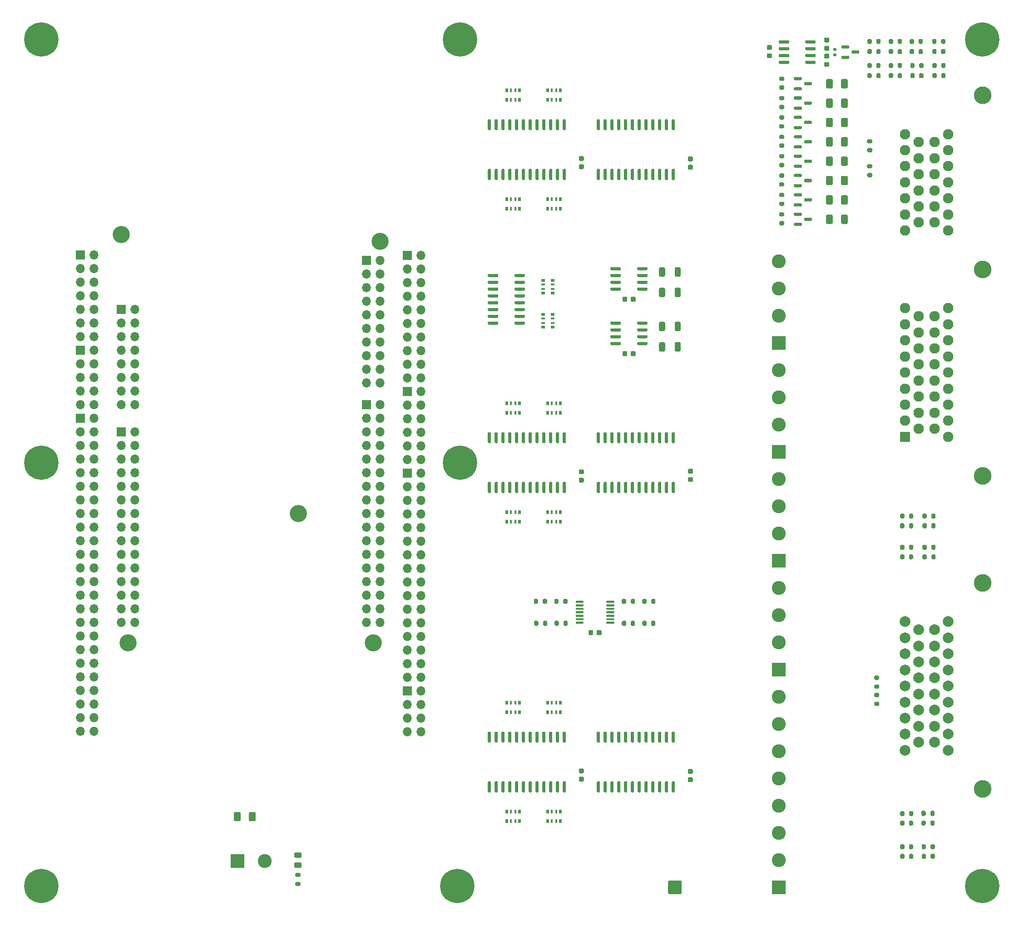
<source format=gts>
G04 #@! TF.GenerationSoftware,KiCad,Pcbnew,7.0.6-7.0.6~ubuntu22.04.1*
G04 #@! TF.CreationDate,2023-08-09T21:15:09+00:00*
G04 #@! TF.ProjectId,digital_inputs,64696769-7461-46c5-9f69-6e707574732e,rev?*
G04 #@! TF.SameCoordinates,PX791ddc0PYca2dd00*
G04 #@! TF.FileFunction,Soldermask,Top*
G04 #@! TF.FilePolarity,Negative*
%FSLAX46Y46*%
G04 Gerber Fmt 4.6, Leading zero omitted, Abs format (unit mm)*
G04 Created by KiCad (PCBNEW 7.0.6-7.0.6~ubuntu22.04.1) date 2023-08-09 21:15:09*
%MOMM*%
%LPD*%
G01*
G04 APERTURE LIST*
%ADD10C,0.800000*%
%ADD11C,6.400000*%
%ADD12C,3.300000*%
%ADD13R,1.950000X1.950000*%
%ADD14C,1.950000*%
%ADD15R,1.700000X1.700000*%
%ADD16O,1.700000X1.700000*%
%ADD17R,2.600000X2.600000*%
%ADD18C,2.600000*%
%ADD19C,3.200000*%
%ADD20R,0.500000X0.800000*%
%ADD21R,0.400000X0.800000*%
%ADD22R,0.800000X0.500000*%
%ADD23R,0.800000X0.400000*%
%ADD24C,2.000000*%
G04 APERTURE END LIST*
D10*
G04 #@! TO.C,J12*
X78600000Y3500000D03*
X79302944Y5197056D03*
X79302944Y1802944D03*
X81000000Y5900000D03*
D11*
X81000000Y3500000D03*
D10*
X81000000Y1100000D03*
X82697056Y5197056D03*
X82697056Y1802944D03*
X83400000Y3500000D03*
G04 #@! TD*
G04 #@! TO.C,R38*
G36*
G01*
X166025000Y15475000D02*
X166025000Y14925000D01*
G75*
G02*
X165825000Y14725000I-200000J0D01*
G01*
X165425000Y14725000D01*
G75*
G02*
X165225000Y14925000I0J200000D01*
G01*
X165225000Y15475000D01*
G75*
G02*
X165425000Y15675000I200000J0D01*
G01*
X165825000Y15675000D01*
G75*
G02*
X166025000Y15475000I0J-200000D01*
G01*
G37*
G36*
G01*
X164375000Y15475000D02*
X164375000Y14925000D01*
G75*
G02*
X164175000Y14725000I-200000J0D01*
G01*
X163775000Y14725000D01*
G75*
G02*
X163575000Y14925000I0J200000D01*
G01*
X163575000Y15475000D01*
G75*
G02*
X163775000Y15675000I200000J0D01*
G01*
X164175000Y15675000D01*
G75*
G02*
X164375000Y15475000I0J-200000D01*
G01*
G37*
G04 #@! TD*
G04 #@! TO.C,F6*
G36*
G01*
X149775000Y152575000D02*
X149775000Y153825000D01*
G75*
G02*
X150025000Y154075000I250000J0D01*
G01*
X150775000Y154075000D01*
G75*
G02*
X151025000Y153825000I0J-250000D01*
G01*
X151025000Y152575000D01*
G75*
G02*
X150775000Y152325000I-250000J0D01*
G01*
X150025000Y152325000D01*
G75*
G02*
X149775000Y152575000I0J250000D01*
G01*
G37*
G36*
G01*
X152575000Y152575000D02*
X152575000Y153825000D01*
G75*
G02*
X152825000Y154075000I250000J0D01*
G01*
X153575000Y154075000D01*
G75*
G02*
X153825000Y153825000I0J-250000D01*
G01*
X153825000Y152575000D01*
G75*
G02*
X153575000Y152325000I-250000J0D01*
G01*
X152825000Y152325000D01*
G75*
G02*
X152575000Y152575000I0J250000D01*
G01*
G37*
G04 #@! TD*
D12*
G04 #@! TO.C,J19*
X179000000Y151050000D03*
X179000000Y118550000D03*
X179000000Y80050000D03*
D13*
X164500000Y87300000D03*
D14*
X164500000Y90300000D03*
X164500000Y93300000D03*
X164500000Y96300000D03*
X164500000Y99300000D03*
X164500000Y102300000D03*
X164500000Y105300000D03*
X164500000Y108300000D03*
X164500000Y111300000D03*
X167000000Y88800000D03*
X167000000Y91800000D03*
X167000000Y94800000D03*
X167000000Y97800000D03*
X167000000Y100800000D03*
X167000000Y103800000D03*
X167000000Y106800000D03*
X167000000Y109800000D03*
X170000000Y88800000D03*
X170000000Y91800000D03*
X170000000Y94800000D03*
X170000000Y97800000D03*
X170000000Y100800000D03*
X170000000Y103800000D03*
X170000000Y106800000D03*
X170000000Y109800000D03*
X172500000Y87300000D03*
X172500000Y90300000D03*
X172500000Y93300000D03*
X172500000Y96300000D03*
X172500000Y99300000D03*
X172500000Y102300000D03*
X172500000Y105300000D03*
X172500000Y108300000D03*
X172500000Y111300000D03*
X164500000Y125800000D03*
X164500000Y128800000D03*
X164500000Y131800000D03*
X164500000Y134800000D03*
X164500000Y137800000D03*
X164500000Y140800000D03*
X164500000Y143800000D03*
X167000000Y127300000D03*
X167000000Y130300000D03*
X167000000Y133300000D03*
X167000000Y136300000D03*
X167000000Y139300000D03*
X167000000Y142300000D03*
X170000000Y127300000D03*
X170000000Y130300000D03*
X170000000Y133300000D03*
X170000000Y136300000D03*
X170000000Y139300000D03*
X170000000Y142300000D03*
X172500000Y125800000D03*
X172500000Y128800000D03*
X172500000Y131800000D03*
X172500000Y134800000D03*
X172500000Y137800000D03*
X172500000Y140800000D03*
X172500000Y143800000D03*
G04 #@! TD*
G04 #@! TO.C,R59*
G36*
G01*
X172050000Y156875000D02*
X172050000Y156325000D01*
G75*
G02*
X171850000Y156125000I-200000J0D01*
G01*
X171450000Y156125000D01*
G75*
G02*
X171250000Y156325000I0J200000D01*
G01*
X171250000Y156875000D01*
G75*
G02*
X171450000Y157075000I200000J0D01*
G01*
X171850000Y157075000D01*
G75*
G02*
X172050000Y156875000I0J-200000D01*
G01*
G37*
G36*
G01*
X170400000Y156875000D02*
X170400000Y156325000D01*
G75*
G02*
X170200000Y156125000I-200000J0D01*
G01*
X169800000Y156125000D01*
G75*
G02*
X169600000Y156325000I0J200000D01*
G01*
X169600000Y156875000D01*
G75*
G02*
X169800000Y157075000I200000J0D01*
G01*
X170200000Y157075000D01*
G75*
G02*
X170400000Y156875000I0J-200000D01*
G01*
G37*
G04 #@! TD*
D15*
G04 #@! TO.C,J23*
X64090000Y120184000D03*
D16*
X66630000Y120184000D03*
X64090000Y117644000D03*
X66630000Y117644000D03*
X64090000Y115104000D03*
X66630000Y115104000D03*
X64090000Y112564000D03*
X66630000Y112564000D03*
X64090000Y110024000D03*
X66630000Y110024000D03*
X64090000Y107484000D03*
X66630000Y107484000D03*
X64090000Y104944000D03*
X66630000Y104944000D03*
X64090000Y102404000D03*
X66630000Y102404000D03*
X64090000Y99864000D03*
X66630000Y99864000D03*
X64090000Y97324000D03*
X66630000Y97324000D03*
G04 #@! TD*
G04 #@! TO.C,R41*
G36*
G01*
X159500000Y40275000D02*
X158950000Y40275000D01*
G75*
G02*
X158750000Y40475000I0J200000D01*
G01*
X158750000Y40875000D01*
G75*
G02*
X158950000Y41075000I200000J0D01*
G01*
X159500000Y41075000D01*
G75*
G02*
X159700000Y40875000I0J-200000D01*
G01*
X159700000Y40475000D01*
G75*
G02*
X159500000Y40275000I-200000J0D01*
G01*
G37*
G36*
G01*
X159500000Y41925000D02*
X158950000Y41925000D01*
G75*
G02*
X158750000Y42125000I0J200000D01*
G01*
X158750000Y42525000D01*
G75*
G02*
X158950000Y42725000I200000J0D01*
G01*
X159500000Y42725000D01*
G75*
G02*
X159700000Y42525000I0J-200000D01*
G01*
X159700000Y42125000D01*
G75*
G02*
X159500000Y41925000I-200000J0D01*
G01*
G37*
G04 #@! TD*
D15*
G04 #@! TO.C,J20*
X10750000Y90720000D03*
D16*
X13290000Y90720000D03*
X10750000Y88180000D03*
X13290000Y88180000D03*
X10750000Y85640000D03*
X13290000Y85640000D03*
X10750000Y83100000D03*
X13290000Y83100000D03*
X10750000Y80560000D03*
X13290000Y80560000D03*
X10750000Y78020000D03*
X13290000Y78020000D03*
X10750000Y75480000D03*
X13290000Y75480000D03*
X10750000Y72940000D03*
X13290000Y72940000D03*
X10750000Y70400000D03*
X13290000Y70400000D03*
X10750000Y67860000D03*
X13290000Y67860000D03*
X10750000Y65320000D03*
X13290000Y65320000D03*
X10750000Y62780000D03*
X13290000Y62780000D03*
X10750000Y60240000D03*
X13290000Y60240000D03*
X10750000Y57700000D03*
X13290000Y57700000D03*
X10750000Y55160000D03*
X13290000Y55160000D03*
X10750000Y52620000D03*
X13290000Y52620000D03*
X10750000Y50080000D03*
X13290000Y50080000D03*
X10750000Y47540000D03*
X13290000Y47540000D03*
X10750000Y45000000D03*
X13290000Y45000000D03*
X10750000Y42460000D03*
X13290000Y42460000D03*
X10750000Y39920000D03*
X13290000Y39920000D03*
X10750000Y37380000D03*
X13290000Y37380000D03*
X10750000Y34840000D03*
X13290000Y34840000D03*
X10750000Y32300000D03*
X13290000Y32300000D03*
G04 #@! TD*
D17*
G04 #@! TO.C,J6*
X140925000Y64180000D03*
D18*
X140925000Y69260000D03*
X140925000Y74340000D03*
X140925000Y79420000D03*
G04 #@! TD*
G04 #@! TO.C,Q3*
G36*
G01*
X143787500Y146771430D02*
X143787500Y147071430D01*
G75*
G02*
X143937500Y147221430I150000J0D01*
G01*
X145112500Y147221430D01*
G75*
G02*
X145262500Y147071430I0J-150000D01*
G01*
X145262500Y146771430D01*
G75*
G02*
X145112500Y146621430I-150000J0D01*
G01*
X143937500Y146621430D01*
G75*
G02*
X143787500Y146771430I0J150000D01*
G01*
G37*
G36*
G01*
X145662500Y145821430D02*
X145662500Y146121430D01*
G75*
G02*
X145812500Y146271430I150000J0D01*
G01*
X146987500Y146271430D01*
G75*
G02*
X147137500Y146121430I0J-150000D01*
G01*
X147137500Y145821430D01*
G75*
G02*
X146987500Y145671430I-150000J0D01*
G01*
X145812500Y145671430D01*
G75*
G02*
X145662500Y145821430I0J150000D01*
G01*
G37*
G36*
G01*
X143787500Y144871430D02*
X143787500Y145171430D01*
G75*
G02*
X143937500Y145321430I150000J0D01*
G01*
X145112500Y145321430D01*
G75*
G02*
X145262500Y145171430I0J-150000D01*
G01*
X145262500Y144871430D01*
G75*
G02*
X145112500Y144721430I-150000J0D01*
G01*
X143937500Y144721430D01*
G75*
G02*
X143787500Y144871430I0J150000D01*
G01*
G37*
G04 #@! TD*
G04 #@! TO.C,D1*
G36*
G01*
X51756250Y6875000D02*
X50843750Y6875000D01*
G75*
G02*
X50600000Y7118750I0J243750D01*
G01*
X50600000Y7606250D01*
G75*
G02*
X50843750Y7850000I243750J0D01*
G01*
X51756250Y7850000D01*
G75*
G02*
X52000000Y7606250I0J-243750D01*
G01*
X52000000Y7118750D01*
G75*
G02*
X51756250Y6875000I-243750J0D01*
G01*
G37*
G36*
G01*
X51756250Y8750000D02*
X50843750Y8750000D01*
G75*
G02*
X50600000Y8993750I0J243750D01*
G01*
X50600000Y9481250D01*
G75*
G02*
X50843750Y9725000I243750J0D01*
G01*
X51756250Y9725000D01*
G75*
G02*
X52000000Y9481250I0J-243750D01*
G01*
X52000000Y8993750D01*
G75*
G02*
X51756250Y8750000I-243750J0D01*
G01*
G37*
G04 #@! TD*
G04 #@! TO.C,R44*
G36*
G01*
X166025000Y9275000D02*
X166025000Y8725000D01*
G75*
G02*
X165825000Y8525000I-200000J0D01*
G01*
X165425000Y8525000D01*
G75*
G02*
X165225000Y8725000I0J200000D01*
G01*
X165225000Y9275000D01*
G75*
G02*
X165425000Y9475000I200000J0D01*
G01*
X165825000Y9475000D01*
G75*
G02*
X166025000Y9275000I0J-200000D01*
G01*
G37*
G36*
G01*
X164375000Y9275000D02*
X164375000Y8725000D01*
G75*
G02*
X164175000Y8525000I-200000J0D01*
G01*
X163775000Y8525000D01*
G75*
G02*
X163575000Y8725000I0J200000D01*
G01*
X163575000Y9275000D01*
G75*
G02*
X163775000Y9475000I200000J0D01*
G01*
X164175000Y9475000D01*
G75*
G02*
X164375000Y9275000I0J-200000D01*
G01*
G37*
G04 #@! TD*
D19*
G04 #@! TO.C,H2*
X66630000Y123740000D03*
G04 #@! TD*
G04 #@! TO.C,R34*
G36*
G01*
X161475000Y160825000D02*
X161475000Y161375000D01*
G75*
G02*
X161675000Y161575000I200000J0D01*
G01*
X162075000Y161575000D01*
G75*
G02*
X162275000Y161375000I0J-200000D01*
G01*
X162275000Y160825000D01*
G75*
G02*
X162075000Y160625000I-200000J0D01*
G01*
X161675000Y160625000D01*
G75*
G02*
X161475000Y160825000I0J200000D01*
G01*
G37*
G36*
G01*
X163125000Y160825000D02*
X163125000Y161375000D01*
G75*
G02*
X163325000Y161575000I200000J0D01*
G01*
X163725000Y161575000D01*
G75*
G02*
X163925000Y161375000I0J-200000D01*
G01*
X163925000Y160825000D01*
G75*
G02*
X163725000Y160625000I-200000J0D01*
G01*
X163325000Y160625000D01*
G75*
G02*
X163125000Y160825000I0J200000D01*
G01*
G37*
G04 #@! TD*
G04 #@! TO.C,F2*
G36*
G01*
X149775000Y138117860D02*
X149775000Y139367860D01*
G75*
G02*
X150025000Y139617860I250000J0D01*
G01*
X150775000Y139617860D01*
G75*
G02*
X151025000Y139367860I0J-250000D01*
G01*
X151025000Y138117860D01*
G75*
G02*
X150775000Y137867860I-250000J0D01*
G01*
X150025000Y137867860D01*
G75*
G02*
X149775000Y138117860I0J250000D01*
G01*
G37*
G36*
G01*
X152575000Y138117860D02*
X152575000Y139367860D01*
G75*
G02*
X152825000Y139617860I250000J0D01*
G01*
X153575000Y139617860D01*
G75*
G02*
X153825000Y139367860I0J-250000D01*
G01*
X153825000Y138117860D01*
G75*
G02*
X153575000Y137867860I-250000J0D01*
G01*
X152825000Y137867860D01*
G75*
G02*
X152575000Y138117860I0J250000D01*
G01*
G37*
G04 #@! TD*
G04 #@! TO.C,C12*
G36*
G01*
X138950000Y160425000D02*
X139450000Y160425000D01*
G75*
G02*
X139675000Y160200000I0J-225000D01*
G01*
X139675000Y159750000D01*
G75*
G02*
X139450000Y159525000I-225000J0D01*
G01*
X138950000Y159525000D01*
G75*
G02*
X138725000Y159750000I0J225000D01*
G01*
X138725000Y160200000D01*
G75*
G02*
X138950000Y160425000I225000J0D01*
G01*
G37*
G36*
G01*
X138950000Y158875000D02*
X139450000Y158875000D01*
G75*
G02*
X139675000Y158650000I0J-225000D01*
G01*
X139675000Y158200000D01*
G75*
G02*
X139450000Y157975000I-225000J0D01*
G01*
X138950000Y157975000D01*
G75*
G02*
X138725000Y158200000I0J225000D01*
G01*
X138725000Y158650000D01*
G75*
G02*
X138950000Y158875000I225000J0D01*
G01*
G37*
G04 #@! TD*
D17*
G04 #@! TO.C,J5*
X40005000Y8165000D03*
D18*
X45085000Y8165000D03*
G04 #@! TD*
G04 #@! TO.C,R1*
G36*
G01*
X122675000Y118685000D02*
X122675000Y117435000D01*
G75*
G02*
X122425000Y117185000I-250000J0D01*
G01*
X121800000Y117185000D01*
G75*
G02*
X121550000Y117435000I0J250000D01*
G01*
X121550000Y118685000D01*
G75*
G02*
X121800000Y118935000I250000J0D01*
G01*
X122425000Y118935000D01*
G75*
G02*
X122675000Y118685000I0J-250000D01*
G01*
G37*
G36*
G01*
X119750000Y118685000D02*
X119750000Y117435000D01*
G75*
G02*
X119500000Y117185000I-250000J0D01*
G01*
X118875000Y117185000D01*
G75*
G02*
X118625000Y117435000I0J250000D01*
G01*
X118625000Y118685000D01*
G75*
G02*
X118875000Y118935000I250000J0D01*
G01*
X119500000Y118935000D01*
G75*
G02*
X119750000Y118685000I0J-250000D01*
G01*
G37*
G04 #@! TD*
D20*
G04 #@! TO.C,RN12*
X90240000Y15560000D03*
D21*
X91040000Y15560000D03*
X91840000Y15560000D03*
D20*
X92640000Y15560000D03*
X92640000Y17360000D03*
D21*
X91840000Y17360000D03*
X91040000Y17360000D03*
D20*
X90240000Y17360000D03*
G04 #@! TD*
G04 #@! TO.C,R7*
G36*
G01*
X95340000Y52225000D02*
X95340000Y52775000D01*
G75*
G02*
X95540000Y52975000I200000J0D01*
G01*
X95940000Y52975000D01*
G75*
G02*
X96140000Y52775000I0J-200000D01*
G01*
X96140000Y52225000D01*
G75*
G02*
X95940000Y52025000I-200000J0D01*
G01*
X95540000Y52025000D01*
G75*
G02*
X95340000Y52225000I0J200000D01*
G01*
G37*
G36*
G01*
X96990000Y52225000D02*
X96990000Y52775000D01*
G75*
G02*
X97190000Y52975000I200000J0D01*
G01*
X97590000Y52975000D01*
G75*
G02*
X97790000Y52775000I0J-200000D01*
G01*
X97790000Y52225000D01*
G75*
G02*
X97590000Y52025000I-200000J0D01*
G01*
X97190000Y52025000D01*
G75*
G02*
X96990000Y52225000I0J200000D01*
G01*
G37*
G04 #@! TD*
G04 #@! TO.C,C8*
G36*
G01*
X114255000Y113230000D02*
X114255000Y112730000D01*
G75*
G02*
X114030000Y112505000I-225000J0D01*
G01*
X113580000Y112505000D01*
G75*
G02*
X113355000Y112730000I0J225000D01*
G01*
X113355000Y113230000D01*
G75*
G02*
X113580000Y113455000I225000J0D01*
G01*
X114030000Y113455000D01*
G75*
G02*
X114255000Y113230000I0J-225000D01*
G01*
G37*
G36*
G01*
X112705000Y113230000D02*
X112705000Y112730000D01*
G75*
G02*
X112480000Y112505000I-225000J0D01*
G01*
X112030000Y112505000D01*
G75*
G02*
X111805000Y112730000I0J225000D01*
G01*
X111805000Y113230000D01*
G75*
G02*
X112030000Y113455000I225000J0D01*
G01*
X112480000Y113455000D01*
G75*
G02*
X112705000Y113230000I0J-225000D01*
G01*
G37*
G04 #@! TD*
G04 #@! TO.C,RN9*
X92640000Y37680000D03*
D21*
X91840000Y37680000D03*
X91040000Y37680000D03*
D20*
X90240000Y37680000D03*
X90240000Y35880000D03*
D21*
X91040000Y35880000D03*
X91840000Y35880000D03*
D20*
X92640000Y35880000D03*
G04 #@! TD*
G04 #@! TO.C,R12*
G36*
G01*
X122675000Y104715000D02*
X122675000Y103465000D01*
G75*
G02*
X122425000Y103215000I-250000J0D01*
G01*
X121800000Y103215000D01*
G75*
G02*
X121550000Y103465000I0J250000D01*
G01*
X121550000Y104715000D01*
G75*
G02*
X121800000Y104965000I250000J0D01*
G01*
X122425000Y104965000D01*
G75*
G02*
X122675000Y104715000I0J-250000D01*
G01*
G37*
G36*
G01*
X119750000Y104715000D02*
X119750000Y103465000D01*
G75*
G02*
X119500000Y103215000I-250000J0D01*
G01*
X118875000Y103215000D01*
G75*
G02*
X118625000Y103465000I0J250000D01*
G01*
X118625000Y104715000D01*
G75*
G02*
X118875000Y104965000I250000J0D01*
G01*
X119500000Y104965000D01*
G75*
G02*
X119750000Y104715000I0J-250000D01*
G01*
G37*
G04 #@! TD*
G04 #@! TO.C,R48*
G36*
G01*
X170200000Y70975000D02*
X170200000Y70425000D01*
G75*
G02*
X170000000Y70225000I-200000J0D01*
G01*
X169600000Y70225000D01*
G75*
G02*
X169400000Y70425000I0J200000D01*
G01*
X169400000Y70975000D01*
G75*
G02*
X169600000Y71175000I200000J0D01*
G01*
X170000000Y71175000D01*
G75*
G02*
X170200000Y70975000I0J-200000D01*
G01*
G37*
G36*
G01*
X168550000Y70975000D02*
X168550000Y70425000D01*
G75*
G02*
X168350000Y70225000I-200000J0D01*
G01*
X167950000Y70225000D01*
G75*
G02*
X167750000Y70425000I0J200000D01*
G01*
X167750000Y70975000D01*
G75*
G02*
X167950000Y71175000I200000J0D01*
G01*
X168350000Y71175000D01*
G75*
G02*
X168550000Y70975000I0J-200000D01*
G01*
G37*
G04 #@! TD*
D15*
G04 #@! TO.C,J22*
X18370000Y88180000D03*
D16*
X20910000Y88180000D03*
X18370000Y85640000D03*
X20910000Y85640000D03*
X18370000Y83100000D03*
X20910000Y83100000D03*
X18370000Y80560000D03*
X20910000Y80560000D03*
X18370000Y78020000D03*
X20910000Y78020000D03*
X18370000Y75480000D03*
X20910000Y75480000D03*
X18370000Y72940000D03*
X20910000Y72940000D03*
X18370000Y70400000D03*
X20910000Y70400000D03*
X18370000Y67860000D03*
X20910000Y67860000D03*
X18370000Y65320000D03*
X20910000Y65320000D03*
X18370000Y62780000D03*
X20910000Y62780000D03*
X18370000Y60240000D03*
X20910000Y60240000D03*
X18370000Y57700000D03*
X20910000Y57700000D03*
X18370000Y55160000D03*
X20910000Y55160000D03*
X18370000Y52620000D03*
X20910000Y52620000D03*
G04 #@! TD*
G04 #@! TO.C,U1*
G36*
G01*
X103080000Y56410000D02*
X103080000Y56610000D01*
G75*
G02*
X103180000Y56710000I100000J0D01*
G01*
X104455000Y56710000D01*
G75*
G02*
X104555000Y56610000I0J-100000D01*
G01*
X104555000Y56410000D01*
G75*
G02*
X104455000Y56310000I-100000J0D01*
G01*
X103180000Y56310000D01*
G75*
G02*
X103080000Y56410000I0J100000D01*
G01*
G37*
G36*
G01*
X103080000Y55760000D02*
X103080000Y55960000D01*
G75*
G02*
X103180000Y56060000I100000J0D01*
G01*
X104455000Y56060000D01*
G75*
G02*
X104555000Y55960000I0J-100000D01*
G01*
X104555000Y55760000D01*
G75*
G02*
X104455000Y55660000I-100000J0D01*
G01*
X103180000Y55660000D01*
G75*
G02*
X103080000Y55760000I0J100000D01*
G01*
G37*
G36*
G01*
X103080000Y55110000D02*
X103080000Y55310000D01*
G75*
G02*
X103180000Y55410000I100000J0D01*
G01*
X104455000Y55410000D01*
G75*
G02*
X104555000Y55310000I0J-100000D01*
G01*
X104555000Y55110000D01*
G75*
G02*
X104455000Y55010000I-100000J0D01*
G01*
X103180000Y55010000D01*
G75*
G02*
X103080000Y55110000I0J100000D01*
G01*
G37*
G36*
G01*
X103080000Y54460000D02*
X103080000Y54660000D01*
G75*
G02*
X103180000Y54760000I100000J0D01*
G01*
X104455000Y54760000D01*
G75*
G02*
X104555000Y54660000I0J-100000D01*
G01*
X104555000Y54460000D01*
G75*
G02*
X104455000Y54360000I-100000J0D01*
G01*
X103180000Y54360000D01*
G75*
G02*
X103080000Y54460000I0J100000D01*
G01*
G37*
G36*
G01*
X103080000Y53810000D02*
X103080000Y54010000D01*
G75*
G02*
X103180000Y54110000I100000J0D01*
G01*
X104455000Y54110000D01*
G75*
G02*
X104555000Y54010000I0J-100000D01*
G01*
X104555000Y53810000D01*
G75*
G02*
X104455000Y53710000I-100000J0D01*
G01*
X103180000Y53710000D01*
G75*
G02*
X103080000Y53810000I0J100000D01*
G01*
G37*
G36*
G01*
X103080000Y53160000D02*
X103080000Y53360000D01*
G75*
G02*
X103180000Y53460000I100000J0D01*
G01*
X104455000Y53460000D01*
G75*
G02*
X104555000Y53360000I0J-100000D01*
G01*
X104555000Y53160000D01*
G75*
G02*
X104455000Y53060000I-100000J0D01*
G01*
X103180000Y53060000D01*
G75*
G02*
X103080000Y53160000I0J100000D01*
G01*
G37*
G36*
G01*
X103080000Y52510000D02*
X103080000Y52710000D01*
G75*
G02*
X103180000Y52810000I100000J0D01*
G01*
X104455000Y52810000D01*
G75*
G02*
X104555000Y52710000I0J-100000D01*
G01*
X104555000Y52510000D01*
G75*
G02*
X104455000Y52410000I-100000J0D01*
G01*
X103180000Y52410000D01*
G75*
G02*
X103080000Y52510000I0J100000D01*
G01*
G37*
G36*
G01*
X108805000Y52510000D02*
X108805000Y52710000D01*
G75*
G02*
X108905000Y52810000I100000J0D01*
G01*
X110180000Y52810000D01*
G75*
G02*
X110280000Y52710000I0J-100000D01*
G01*
X110280000Y52510000D01*
G75*
G02*
X110180000Y52410000I-100000J0D01*
G01*
X108905000Y52410000D01*
G75*
G02*
X108805000Y52510000I0J100000D01*
G01*
G37*
G36*
G01*
X108805000Y53160000D02*
X108805000Y53360000D01*
G75*
G02*
X108905000Y53460000I100000J0D01*
G01*
X110180000Y53460000D01*
G75*
G02*
X110280000Y53360000I0J-100000D01*
G01*
X110280000Y53160000D01*
G75*
G02*
X110180000Y53060000I-100000J0D01*
G01*
X108905000Y53060000D01*
G75*
G02*
X108805000Y53160000I0J100000D01*
G01*
G37*
G36*
G01*
X108805000Y53810000D02*
X108805000Y54010000D01*
G75*
G02*
X108905000Y54110000I100000J0D01*
G01*
X110180000Y54110000D01*
G75*
G02*
X110280000Y54010000I0J-100000D01*
G01*
X110280000Y53810000D01*
G75*
G02*
X110180000Y53710000I-100000J0D01*
G01*
X108905000Y53710000D01*
G75*
G02*
X108805000Y53810000I0J100000D01*
G01*
G37*
G36*
G01*
X108805000Y54460000D02*
X108805000Y54660000D01*
G75*
G02*
X108905000Y54760000I100000J0D01*
G01*
X110180000Y54760000D01*
G75*
G02*
X110280000Y54660000I0J-100000D01*
G01*
X110280000Y54460000D01*
G75*
G02*
X110180000Y54360000I-100000J0D01*
G01*
X108905000Y54360000D01*
G75*
G02*
X108805000Y54460000I0J100000D01*
G01*
G37*
G36*
G01*
X108805000Y55110000D02*
X108805000Y55310000D01*
G75*
G02*
X108905000Y55410000I100000J0D01*
G01*
X110180000Y55410000D01*
G75*
G02*
X110280000Y55310000I0J-100000D01*
G01*
X110280000Y55110000D01*
G75*
G02*
X110180000Y55010000I-100000J0D01*
G01*
X108905000Y55010000D01*
G75*
G02*
X108805000Y55110000I0J100000D01*
G01*
G37*
G36*
G01*
X108805000Y55760000D02*
X108805000Y55960000D01*
G75*
G02*
X108905000Y56060000I100000J0D01*
G01*
X110180000Y56060000D01*
G75*
G02*
X110280000Y55960000I0J-100000D01*
G01*
X110280000Y55760000D01*
G75*
G02*
X110180000Y55660000I-100000J0D01*
G01*
X108905000Y55660000D01*
G75*
G02*
X108805000Y55760000I0J100000D01*
G01*
G37*
G36*
G01*
X108805000Y56410000D02*
X108805000Y56610000D01*
G75*
G02*
X108905000Y56710000I100000J0D01*
G01*
X110180000Y56710000D01*
G75*
G02*
X110280000Y56610000I0J-100000D01*
G01*
X110280000Y56410000D01*
G75*
G02*
X110180000Y56310000I-100000J0D01*
G01*
X108905000Y56310000D01*
G75*
G02*
X108805000Y56410000I0J100000D01*
G01*
G37*
G04 #@! TD*
G04 #@! TO.C,D2*
G36*
G01*
X152625000Y159900000D02*
X152625000Y160200000D01*
G75*
G02*
X152775000Y160350000I150000J0D01*
G01*
X153950000Y160350000D01*
G75*
G02*
X154100000Y160200000I0J-150000D01*
G01*
X154100000Y159900000D01*
G75*
G02*
X153950000Y159750000I-150000J0D01*
G01*
X152775000Y159750000D01*
G75*
G02*
X152625000Y159900000I0J150000D01*
G01*
G37*
G36*
G01*
X152625000Y158000000D02*
X152625000Y158300000D01*
G75*
G02*
X152775000Y158450000I150000J0D01*
G01*
X153950000Y158450000D01*
G75*
G02*
X154100000Y158300000I0J-150000D01*
G01*
X154100000Y158000000D01*
G75*
G02*
X153950000Y157850000I-150000J0D01*
G01*
X152775000Y157850000D01*
G75*
G02*
X152625000Y158000000I0J150000D01*
G01*
G37*
G36*
G01*
X154500000Y158950000D02*
X154500000Y159250000D01*
G75*
G02*
X154650000Y159400000I150000J0D01*
G01*
X155825000Y159400000D01*
G75*
G02*
X155975000Y159250000I0J-150000D01*
G01*
X155975000Y158950000D01*
G75*
G02*
X155825000Y158800000I-150000J0D01*
G01*
X154650000Y158800000D01*
G75*
G02*
X154500000Y158950000I0J150000D01*
G01*
G37*
G04 #@! TD*
D15*
G04 #@! TO.C,J27*
X71710000Y80540000D03*
D16*
X74250000Y80540000D03*
X71710000Y78000000D03*
X74250000Y78000000D03*
X71710000Y75460000D03*
X74250000Y75460000D03*
X71710000Y72920000D03*
X74250000Y72920000D03*
X71710000Y70380000D03*
X74250000Y70380000D03*
X71710000Y67840000D03*
X74250000Y67840000D03*
X71710000Y65300000D03*
X74250000Y65300000D03*
X71710000Y62760000D03*
X74250000Y62760000D03*
X71710000Y60220000D03*
X74250000Y60220000D03*
X71710000Y57680000D03*
X74250000Y57680000D03*
X71710000Y55140000D03*
X74250000Y55140000D03*
X71710000Y52600000D03*
X74250000Y52600000D03*
X71710000Y50060000D03*
X74250000Y50060000D03*
X71710000Y47520000D03*
X74250000Y47520000D03*
X71710000Y44980000D03*
X74250000Y44980000D03*
X71710000Y42440000D03*
X74250000Y42440000D03*
G04 #@! TD*
G04 #@! TO.C,F1*
G36*
G01*
X43425000Y17045000D02*
X43425000Y15795000D01*
G75*
G02*
X43175000Y15545000I-250000J0D01*
G01*
X42425000Y15545000D01*
G75*
G02*
X42175000Y15795000I0J250000D01*
G01*
X42175000Y17045000D01*
G75*
G02*
X42425000Y17295000I250000J0D01*
G01*
X43175000Y17295000D01*
G75*
G02*
X43425000Y17045000I0J-250000D01*
G01*
G37*
G36*
G01*
X40625000Y17045000D02*
X40625000Y15795000D01*
G75*
G02*
X40375000Y15545000I-250000J0D01*
G01*
X39625000Y15545000D01*
G75*
G02*
X39375000Y15795000I0J250000D01*
G01*
X39375000Y17045000D01*
G75*
G02*
X39625000Y17295000I250000J0D01*
G01*
X40375000Y17295000D01*
G75*
G02*
X40625000Y17045000I0J-250000D01*
G01*
G37*
G04 #@! TD*
G04 #@! TO.C,R11*
G36*
G01*
X117960000Y56875000D02*
X117960000Y56325000D01*
G75*
G02*
X117760000Y56125000I-200000J0D01*
G01*
X117360000Y56125000D01*
G75*
G02*
X117160000Y56325000I0J200000D01*
G01*
X117160000Y56875000D01*
G75*
G02*
X117360000Y57075000I200000J0D01*
G01*
X117760000Y57075000D01*
G75*
G02*
X117960000Y56875000I0J-200000D01*
G01*
G37*
G36*
G01*
X116310000Y56875000D02*
X116310000Y56325000D01*
G75*
G02*
X116110000Y56125000I-200000J0D01*
G01*
X115710000Y56125000D01*
G75*
G02*
X115510000Y56325000I0J200000D01*
G01*
X115510000Y56875000D01*
G75*
G02*
X115710000Y57075000I200000J0D01*
G01*
X116110000Y57075000D01*
G75*
G02*
X116310000Y56875000I0J-200000D01*
G01*
G37*
G04 #@! TD*
D19*
G04 #@! TO.C,H5*
X65360000Y48810000D03*
G04 #@! TD*
G04 #@! TO.C,R33*
G36*
G01*
X157475000Y158925000D02*
X157475000Y159475000D01*
G75*
G02*
X157675000Y159675000I200000J0D01*
G01*
X158075000Y159675000D01*
G75*
G02*
X158275000Y159475000I0J-200000D01*
G01*
X158275000Y158925000D01*
G75*
G02*
X158075000Y158725000I-200000J0D01*
G01*
X157675000Y158725000D01*
G75*
G02*
X157475000Y158925000I0J200000D01*
G01*
G37*
G36*
G01*
X159125000Y158925000D02*
X159125000Y159475000D01*
G75*
G02*
X159325000Y159675000I200000J0D01*
G01*
X159725000Y159675000D01*
G75*
G02*
X159925000Y159475000I0J-200000D01*
G01*
X159925000Y158925000D01*
G75*
G02*
X159725000Y158725000I-200000J0D01*
G01*
X159325000Y158725000D01*
G75*
G02*
X159125000Y158925000I0J200000D01*
G01*
G37*
G04 #@! TD*
G04 #@! TO.C,R50*
G36*
G01*
X167750000Y64625000D02*
X167750000Y65175000D01*
G75*
G02*
X167950000Y65375000I200000J0D01*
G01*
X168350000Y65375000D01*
G75*
G02*
X168550000Y65175000I0J-200000D01*
G01*
X168550000Y64625000D01*
G75*
G02*
X168350000Y64425000I-200000J0D01*
G01*
X167950000Y64425000D01*
G75*
G02*
X167750000Y64625000I0J200000D01*
G01*
G37*
G36*
G01*
X169400000Y64625000D02*
X169400000Y65175000D01*
G75*
G02*
X169600000Y65375000I200000J0D01*
G01*
X170000000Y65375000D01*
G75*
G02*
X170200000Y65175000I0J-200000D01*
G01*
X170200000Y64625000D01*
G75*
G02*
X170000000Y64425000I-200000J0D01*
G01*
X169600000Y64425000D01*
G75*
G02*
X169400000Y64625000I0J200000D01*
G01*
G37*
G04 #@! TD*
G04 #@! TO.C,Q2*
G36*
G01*
X143787500Y143157145D02*
X143787500Y143457145D01*
G75*
G02*
X143937500Y143607145I150000J0D01*
G01*
X145112500Y143607145D01*
G75*
G02*
X145262500Y143457145I0J-150000D01*
G01*
X145262500Y143157145D01*
G75*
G02*
X145112500Y143007145I-150000J0D01*
G01*
X143937500Y143007145D01*
G75*
G02*
X143787500Y143157145I0J150000D01*
G01*
G37*
G36*
G01*
X145662500Y142207145D02*
X145662500Y142507145D01*
G75*
G02*
X145812500Y142657145I150000J0D01*
G01*
X146987500Y142657145D01*
G75*
G02*
X147137500Y142507145I0J-150000D01*
G01*
X147137500Y142207145D01*
G75*
G02*
X146987500Y142057145I-150000J0D01*
G01*
X145812500Y142057145D01*
G75*
G02*
X145662500Y142207145I0J150000D01*
G01*
G37*
G36*
G01*
X143787500Y141257145D02*
X143787500Y141557145D01*
G75*
G02*
X143937500Y141707145I150000J0D01*
G01*
X145112500Y141707145D01*
G75*
G02*
X145262500Y141557145I0J-150000D01*
G01*
X145262500Y141257145D01*
G75*
G02*
X145112500Y141107145I-150000J0D01*
G01*
X143937500Y141107145D01*
G75*
G02*
X143787500Y141257145I0J150000D01*
G01*
G37*
G04 #@! TD*
D10*
G04 #@! TO.C,J10*
X79100000Y82500000D03*
X79802944Y84197056D03*
X79802944Y80802944D03*
X81500000Y84900000D03*
D11*
X81500000Y82500000D03*
D10*
X81500000Y80100000D03*
X83197056Y84197056D03*
X83197056Y80802944D03*
X83900000Y82500000D03*
G04 #@! TD*
D15*
G04 #@! TO.C,J21*
X18370000Y111040000D03*
D16*
X20910000Y111040000D03*
X18370000Y108500000D03*
X20910000Y108500000D03*
X18370000Y105960000D03*
X20910000Y105960000D03*
X18370000Y103420000D03*
X20910000Y103420000D03*
X18370000Y100880000D03*
X20910000Y100880000D03*
X18370000Y98340000D03*
X20910000Y98340000D03*
X18370000Y95800000D03*
X20910000Y95800000D03*
X18370000Y93260000D03*
X20910000Y93260000D03*
G04 #@! TD*
G04 #@! TO.C,R42*
G36*
G01*
X167550000Y16750000D02*
X167550000Y17300000D01*
G75*
G02*
X167750000Y17500000I200000J0D01*
G01*
X168150000Y17500000D01*
G75*
G02*
X168350000Y17300000I0J-200000D01*
G01*
X168350000Y16750000D01*
G75*
G02*
X168150000Y16550000I-200000J0D01*
G01*
X167750000Y16550000D01*
G75*
G02*
X167550000Y16750000I0J200000D01*
G01*
G37*
G36*
G01*
X169200000Y16750000D02*
X169200000Y17300000D01*
G75*
G02*
X169400000Y17500000I200000J0D01*
G01*
X169800000Y17500000D01*
G75*
G02*
X170000000Y17300000I0J-200000D01*
G01*
X170000000Y16750000D01*
G75*
G02*
X169800000Y16550000I-200000J0D01*
G01*
X169400000Y16550000D01*
G75*
G02*
X169200000Y16750000I0J200000D01*
G01*
G37*
G04 #@! TD*
G04 #@! TO.C,R14*
G36*
G01*
X141775000Y137617860D02*
X141225000Y137617860D01*
G75*
G02*
X141025000Y137817860I0J200000D01*
G01*
X141025000Y138217860D01*
G75*
G02*
X141225000Y138417860I200000J0D01*
G01*
X141775000Y138417860D01*
G75*
G02*
X141975000Y138217860I0J-200000D01*
G01*
X141975000Y137817860D01*
G75*
G02*
X141775000Y137617860I-200000J0D01*
G01*
G37*
G36*
G01*
X141775000Y139267860D02*
X141225000Y139267860D01*
G75*
G02*
X141025000Y139467860I0J200000D01*
G01*
X141025000Y139867860D01*
G75*
G02*
X141225000Y140067860I200000J0D01*
G01*
X141775000Y140067860D01*
G75*
G02*
X141975000Y139867860I0J-200000D01*
G01*
X141975000Y139467860D01*
G75*
G02*
X141775000Y139267860I-200000J0D01*
G01*
G37*
G04 #@! TD*
D17*
G04 #@! TO.C,J7*
X140925000Y84500000D03*
D18*
X140925000Y89580000D03*
X140925000Y94660000D03*
X140925000Y99740000D03*
G04 #@! TD*
G04 #@! TO.C,C9*
G36*
G01*
X114255000Y103070000D02*
X114255000Y102570000D01*
G75*
G02*
X114030000Y102345000I-225000J0D01*
G01*
X113580000Y102345000D01*
G75*
G02*
X113355000Y102570000I0J225000D01*
G01*
X113355000Y103070000D01*
G75*
G02*
X113580000Y103295000I225000J0D01*
G01*
X114030000Y103295000D01*
G75*
G02*
X114255000Y103070000I0J-225000D01*
G01*
G37*
G36*
G01*
X112705000Y103070000D02*
X112705000Y102570000D01*
G75*
G02*
X112480000Y102345000I-225000J0D01*
G01*
X112030000Y102345000D01*
G75*
G02*
X111805000Y102570000I0J225000D01*
G01*
X111805000Y103070000D01*
G75*
G02*
X112030000Y103295000I225000J0D01*
G01*
X112480000Y103295000D01*
G75*
G02*
X112705000Y103070000I0J-225000D01*
G01*
G37*
G04 #@! TD*
D17*
G04 #@! TO.C,J8*
X140925000Y104820000D03*
D18*
X140925000Y109900000D03*
X140925000Y114980000D03*
X140925000Y120060000D03*
G04 #@! TD*
G04 #@! TO.C,R25*
G36*
G01*
X157475000Y156325000D02*
X157475000Y156875000D01*
G75*
G02*
X157675000Y157075000I200000J0D01*
G01*
X158075000Y157075000D01*
G75*
G02*
X158275000Y156875000I0J-200000D01*
G01*
X158275000Y156325000D01*
G75*
G02*
X158075000Y156125000I-200000J0D01*
G01*
X157675000Y156125000D01*
G75*
G02*
X157475000Y156325000I0J200000D01*
G01*
G37*
G36*
G01*
X159125000Y156325000D02*
X159125000Y156875000D01*
G75*
G02*
X159325000Y157075000I200000J0D01*
G01*
X159725000Y157075000D01*
G75*
G02*
X159925000Y156875000I0J-200000D01*
G01*
X159925000Y156325000D01*
G75*
G02*
X159725000Y156125000I-200000J0D01*
G01*
X159325000Y156125000D01*
G75*
G02*
X159125000Y156325000I0J200000D01*
G01*
G37*
G04 #@! TD*
G04 #@! TO.C,C2*
G36*
G01*
X124210000Y139605000D02*
X124710000Y139605000D01*
G75*
G02*
X124935000Y139380000I0J-225000D01*
G01*
X124935000Y138930000D01*
G75*
G02*
X124710000Y138705000I-225000J0D01*
G01*
X124210000Y138705000D01*
G75*
G02*
X123985000Y138930000I0J225000D01*
G01*
X123985000Y139380000D01*
G75*
G02*
X124210000Y139605000I225000J0D01*
G01*
G37*
G36*
G01*
X124210000Y138055000D02*
X124710000Y138055000D01*
G75*
G02*
X124935000Y137830000I0J-225000D01*
G01*
X124935000Y137380000D01*
G75*
G02*
X124710000Y137155000I-225000J0D01*
G01*
X124210000Y137155000D01*
G75*
G02*
X123985000Y137380000I0J225000D01*
G01*
X123985000Y137830000D01*
G75*
G02*
X124210000Y138055000I225000J0D01*
G01*
G37*
G04 #@! TD*
G04 #@! TO.C,U12*
G36*
G01*
X140950000Y160855000D02*
X140950000Y161155000D01*
G75*
G02*
X141100000Y161305000I150000J0D01*
G01*
X142750000Y161305000D01*
G75*
G02*
X142900000Y161155000I0J-150000D01*
G01*
X142900000Y160855000D01*
G75*
G02*
X142750000Y160705000I-150000J0D01*
G01*
X141100000Y160705000D01*
G75*
G02*
X140950000Y160855000I0J150000D01*
G01*
G37*
G36*
G01*
X140950000Y159585000D02*
X140950000Y159885000D01*
G75*
G02*
X141100000Y160035000I150000J0D01*
G01*
X142750000Y160035000D01*
G75*
G02*
X142900000Y159885000I0J-150000D01*
G01*
X142900000Y159585000D01*
G75*
G02*
X142750000Y159435000I-150000J0D01*
G01*
X141100000Y159435000D01*
G75*
G02*
X140950000Y159585000I0J150000D01*
G01*
G37*
G36*
G01*
X140950000Y158315000D02*
X140950000Y158615000D01*
G75*
G02*
X141100000Y158765000I150000J0D01*
G01*
X142750000Y158765000D01*
G75*
G02*
X142900000Y158615000I0J-150000D01*
G01*
X142900000Y158315000D01*
G75*
G02*
X142750000Y158165000I-150000J0D01*
G01*
X141100000Y158165000D01*
G75*
G02*
X140950000Y158315000I0J150000D01*
G01*
G37*
G36*
G01*
X140950000Y157045000D02*
X140950000Y157345000D01*
G75*
G02*
X141100000Y157495000I150000J0D01*
G01*
X142750000Y157495000D01*
G75*
G02*
X142900000Y157345000I0J-150000D01*
G01*
X142900000Y157045000D01*
G75*
G02*
X142750000Y156895000I-150000J0D01*
G01*
X141100000Y156895000D01*
G75*
G02*
X140950000Y157045000I0J150000D01*
G01*
G37*
G36*
G01*
X145900000Y157045000D02*
X145900000Y157345000D01*
G75*
G02*
X146050000Y157495000I150000J0D01*
G01*
X147700000Y157495000D01*
G75*
G02*
X147850000Y157345000I0J-150000D01*
G01*
X147850000Y157045000D01*
G75*
G02*
X147700000Y156895000I-150000J0D01*
G01*
X146050000Y156895000D01*
G75*
G02*
X145900000Y157045000I0J150000D01*
G01*
G37*
G36*
G01*
X145900000Y158315000D02*
X145900000Y158615000D01*
G75*
G02*
X146050000Y158765000I150000J0D01*
G01*
X147700000Y158765000D01*
G75*
G02*
X147850000Y158615000I0J-150000D01*
G01*
X147850000Y158315000D01*
G75*
G02*
X147700000Y158165000I-150000J0D01*
G01*
X146050000Y158165000D01*
G75*
G02*
X145900000Y158315000I0J150000D01*
G01*
G37*
G36*
G01*
X145900000Y159585000D02*
X145900000Y159885000D01*
G75*
G02*
X146050000Y160035000I150000J0D01*
G01*
X147700000Y160035000D01*
G75*
G02*
X147850000Y159885000I0J-150000D01*
G01*
X147850000Y159585000D01*
G75*
G02*
X147700000Y159435000I-150000J0D01*
G01*
X146050000Y159435000D01*
G75*
G02*
X145900000Y159585000I0J150000D01*
G01*
G37*
G36*
G01*
X145900000Y160855000D02*
X145900000Y161155000D01*
G75*
G02*
X146050000Y161305000I150000J0D01*
G01*
X147700000Y161305000D01*
G75*
G02*
X147850000Y161155000I0J-150000D01*
G01*
X147850000Y160855000D01*
G75*
G02*
X147700000Y160705000I-150000J0D01*
G01*
X146050000Y160705000D01*
G75*
G02*
X145900000Y160855000I0J150000D01*
G01*
G37*
G04 #@! TD*
D17*
G04 #@! TO.C,J3*
X140925000Y3220000D03*
D18*
X140925000Y8300000D03*
X140925000Y13380000D03*
X140925000Y18460000D03*
X140925000Y23540000D03*
X140925000Y28620000D03*
X140925000Y33700000D03*
X140925000Y38780000D03*
G04 #@! TD*
G04 #@! TO.C,R5*
G36*
G01*
X95295000Y56325000D02*
X95295000Y56875000D01*
G75*
G02*
X95495000Y57075000I200000J0D01*
G01*
X95895000Y57075000D01*
G75*
G02*
X96095000Y56875000I0J-200000D01*
G01*
X96095000Y56325000D01*
G75*
G02*
X95895000Y56125000I-200000J0D01*
G01*
X95495000Y56125000D01*
G75*
G02*
X95295000Y56325000I0J200000D01*
G01*
G37*
G36*
G01*
X96945000Y56325000D02*
X96945000Y56875000D01*
G75*
G02*
X97145000Y57075000I200000J0D01*
G01*
X97545000Y57075000D01*
G75*
G02*
X97745000Y56875000I0J-200000D01*
G01*
X97745000Y56325000D01*
G75*
G02*
X97545000Y56125000I-200000J0D01*
G01*
X97145000Y56125000D01*
G75*
G02*
X96945000Y56325000I0J200000D01*
G01*
G37*
G04 #@! TD*
G04 #@! TO.C,R40*
G36*
G01*
X159500000Y37075000D02*
X158950000Y37075000D01*
G75*
G02*
X158750000Y37275000I0J200000D01*
G01*
X158750000Y37675000D01*
G75*
G02*
X158950000Y37875000I200000J0D01*
G01*
X159500000Y37875000D01*
G75*
G02*
X159700000Y37675000I0J-200000D01*
G01*
X159700000Y37275000D01*
G75*
G02*
X159500000Y37075000I-200000J0D01*
G01*
G37*
G36*
G01*
X159500000Y38725000D02*
X158950000Y38725000D01*
G75*
G02*
X158750000Y38925000I0J200000D01*
G01*
X158750000Y39325000D01*
G75*
G02*
X158950000Y39525000I200000J0D01*
G01*
X159500000Y39525000D01*
G75*
G02*
X159700000Y39325000I0J-200000D01*
G01*
X159700000Y38925000D01*
G75*
G02*
X159500000Y38725000I-200000J0D01*
G01*
G37*
G04 #@! TD*
D10*
G04 #@! TO.C,J16*
X176514214Y3500000D03*
X177217158Y5197056D03*
X177217158Y1802944D03*
X178914214Y5900000D03*
D11*
X178914214Y3500000D03*
D10*
X178914214Y1100000D03*
X180611270Y5197056D03*
X180611270Y1802944D03*
X181314214Y3500000D03*
G04 #@! TD*
G04 #@! TO.C,U2*
G36*
G01*
X121135000Y146595000D02*
X121435000Y146595000D01*
G75*
G02*
X121585000Y146445000I0J-150000D01*
G01*
X121585000Y144695000D01*
G75*
G02*
X121435000Y144545000I-150000J0D01*
G01*
X121135000Y144545000D01*
G75*
G02*
X120985000Y144695000I0J150000D01*
G01*
X120985000Y146445000D01*
G75*
G02*
X121135000Y146595000I150000J0D01*
G01*
G37*
G36*
G01*
X119865000Y146595000D02*
X120165000Y146595000D01*
G75*
G02*
X120315000Y146445000I0J-150000D01*
G01*
X120315000Y144695000D01*
G75*
G02*
X120165000Y144545000I-150000J0D01*
G01*
X119865000Y144545000D01*
G75*
G02*
X119715000Y144695000I0J150000D01*
G01*
X119715000Y146445000D01*
G75*
G02*
X119865000Y146595000I150000J0D01*
G01*
G37*
G36*
G01*
X118595000Y146595000D02*
X118895000Y146595000D01*
G75*
G02*
X119045000Y146445000I0J-150000D01*
G01*
X119045000Y144695000D01*
G75*
G02*
X118895000Y144545000I-150000J0D01*
G01*
X118595000Y144545000D01*
G75*
G02*
X118445000Y144695000I0J150000D01*
G01*
X118445000Y146445000D01*
G75*
G02*
X118595000Y146595000I150000J0D01*
G01*
G37*
G36*
G01*
X117325000Y146595000D02*
X117625000Y146595000D01*
G75*
G02*
X117775000Y146445000I0J-150000D01*
G01*
X117775000Y144695000D01*
G75*
G02*
X117625000Y144545000I-150000J0D01*
G01*
X117325000Y144545000D01*
G75*
G02*
X117175000Y144695000I0J150000D01*
G01*
X117175000Y146445000D01*
G75*
G02*
X117325000Y146595000I150000J0D01*
G01*
G37*
G36*
G01*
X116055000Y146595000D02*
X116355000Y146595000D01*
G75*
G02*
X116505000Y146445000I0J-150000D01*
G01*
X116505000Y144695000D01*
G75*
G02*
X116355000Y144545000I-150000J0D01*
G01*
X116055000Y144545000D01*
G75*
G02*
X115905000Y144695000I0J150000D01*
G01*
X115905000Y146445000D01*
G75*
G02*
X116055000Y146595000I150000J0D01*
G01*
G37*
G36*
G01*
X114785000Y146595000D02*
X115085000Y146595000D01*
G75*
G02*
X115235000Y146445000I0J-150000D01*
G01*
X115235000Y144695000D01*
G75*
G02*
X115085000Y144545000I-150000J0D01*
G01*
X114785000Y144545000D01*
G75*
G02*
X114635000Y144695000I0J150000D01*
G01*
X114635000Y146445000D01*
G75*
G02*
X114785000Y146595000I150000J0D01*
G01*
G37*
G36*
G01*
X113515000Y146595000D02*
X113815000Y146595000D01*
G75*
G02*
X113965000Y146445000I0J-150000D01*
G01*
X113965000Y144695000D01*
G75*
G02*
X113815000Y144545000I-150000J0D01*
G01*
X113515000Y144545000D01*
G75*
G02*
X113365000Y144695000I0J150000D01*
G01*
X113365000Y146445000D01*
G75*
G02*
X113515000Y146595000I150000J0D01*
G01*
G37*
G36*
G01*
X112245000Y146595000D02*
X112545000Y146595000D01*
G75*
G02*
X112695000Y146445000I0J-150000D01*
G01*
X112695000Y144695000D01*
G75*
G02*
X112545000Y144545000I-150000J0D01*
G01*
X112245000Y144545000D01*
G75*
G02*
X112095000Y144695000I0J150000D01*
G01*
X112095000Y146445000D01*
G75*
G02*
X112245000Y146595000I150000J0D01*
G01*
G37*
G36*
G01*
X110975000Y146595000D02*
X111275000Y146595000D01*
G75*
G02*
X111425000Y146445000I0J-150000D01*
G01*
X111425000Y144695000D01*
G75*
G02*
X111275000Y144545000I-150000J0D01*
G01*
X110975000Y144545000D01*
G75*
G02*
X110825000Y144695000I0J150000D01*
G01*
X110825000Y146445000D01*
G75*
G02*
X110975000Y146595000I150000J0D01*
G01*
G37*
G36*
G01*
X109705000Y146595000D02*
X110005000Y146595000D01*
G75*
G02*
X110155000Y146445000I0J-150000D01*
G01*
X110155000Y144695000D01*
G75*
G02*
X110005000Y144545000I-150000J0D01*
G01*
X109705000Y144545000D01*
G75*
G02*
X109555000Y144695000I0J150000D01*
G01*
X109555000Y146445000D01*
G75*
G02*
X109705000Y146595000I150000J0D01*
G01*
G37*
G36*
G01*
X108435000Y146595000D02*
X108735000Y146595000D01*
G75*
G02*
X108885000Y146445000I0J-150000D01*
G01*
X108885000Y144695000D01*
G75*
G02*
X108735000Y144545000I-150000J0D01*
G01*
X108435000Y144545000D01*
G75*
G02*
X108285000Y144695000I0J150000D01*
G01*
X108285000Y146445000D01*
G75*
G02*
X108435000Y146595000I150000J0D01*
G01*
G37*
G36*
G01*
X107165000Y146595000D02*
X107465000Y146595000D01*
G75*
G02*
X107615000Y146445000I0J-150000D01*
G01*
X107615000Y144695000D01*
G75*
G02*
X107465000Y144545000I-150000J0D01*
G01*
X107165000Y144545000D01*
G75*
G02*
X107015000Y144695000I0J150000D01*
G01*
X107015000Y146445000D01*
G75*
G02*
X107165000Y146595000I150000J0D01*
G01*
G37*
G36*
G01*
X107165000Y137295000D02*
X107465000Y137295000D01*
G75*
G02*
X107615000Y137145000I0J-150000D01*
G01*
X107615000Y135395000D01*
G75*
G02*
X107465000Y135245000I-150000J0D01*
G01*
X107165000Y135245000D01*
G75*
G02*
X107015000Y135395000I0J150000D01*
G01*
X107015000Y137145000D01*
G75*
G02*
X107165000Y137295000I150000J0D01*
G01*
G37*
G36*
G01*
X108435000Y137295000D02*
X108735000Y137295000D01*
G75*
G02*
X108885000Y137145000I0J-150000D01*
G01*
X108885000Y135395000D01*
G75*
G02*
X108735000Y135245000I-150000J0D01*
G01*
X108435000Y135245000D01*
G75*
G02*
X108285000Y135395000I0J150000D01*
G01*
X108285000Y137145000D01*
G75*
G02*
X108435000Y137295000I150000J0D01*
G01*
G37*
G36*
G01*
X109705000Y137295000D02*
X110005000Y137295000D01*
G75*
G02*
X110155000Y137145000I0J-150000D01*
G01*
X110155000Y135395000D01*
G75*
G02*
X110005000Y135245000I-150000J0D01*
G01*
X109705000Y135245000D01*
G75*
G02*
X109555000Y135395000I0J150000D01*
G01*
X109555000Y137145000D01*
G75*
G02*
X109705000Y137295000I150000J0D01*
G01*
G37*
G36*
G01*
X110975000Y137295000D02*
X111275000Y137295000D01*
G75*
G02*
X111425000Y137145000I0J-150000D01*
G01*
X111425000Y135395000D01*
G75*
G02*
X111275000Y135245000I-150000J0D01*
G01*
X110975000Y135245000D01*
G75*
G02*
X110825000Y135395000I0J150000D01*
G01*
X110825000Y137145000D01*
G75*
G02*
X110975000Y137295000I150000J0D01*
G01*
G37*
G36*
G01*
X112245000Y137295000D02*
X112545000Y137295000D01*
G75*
G02*
X112695000Y137145000I0J-150000D01*
G01*
X112695000Y135395000D01*
G75*
G02*
X112545000Y135245000I-150000J0D01*
G01*
X112245000Y135245000D01*
G75*
G02*
X112095000Y135395000I0J150000D01*
G01*
X112095000Y137145000D01*
G75*
G02*
X112245000Y137295000I150000J0D01*
G01*
G37*
G36*
G01*
X113515000Y137295000D02*
X113815000Y137295000D01*
G75*
G02*
X113965000Y137145000I0J-150000D01*
G01*
X113965000Y135395000D01*
G75*
G02*
X113815000Y135245000I-150000J0D01*
G01*
X113515000Y135245000D01*
G75*
G02*
X113365000Y135395000I0J150000D01*
G01*
X113365000Y137145000D01*
G75*
G02*
X113515000Y137295000I150000J0D01*
G01*
G37*
G36*
G01*
X114785000Y137295000D02*
X115085000Y137295000D01*
G75*
G02*
X115235000Y137145000I0J-150000D01*
G01*
X115235000Y135395000D01*
G75*
G02*
X115085000Y135245000I-150000J0D01*
G01*
X114785000Y135245000D01*
G75*
G02*
X114635000Y135395000I0J150000D01*
G01*
X114635000Y137145000D01*
G75*
G02*
X114785000Y137295000I150000J0D01*
G01*
G37*
G36*
G01*
X116055000Y137295000D02*
X116355000Y137295000D01*
G75*
G02*
X116505000Y137145000I0J-150000D01*
G01*
X116505000Y135395000D01*
G75*
G02*
X116355000Y135245000I-150000J0D01*
G01*
X116055000Y135245000D01*
G75*
G02*
X115905000Y135395000I0J150000D01*
G01*
X115905000Y137145000D01*
G75*
G02*
X116055000Y137295000I150000J0D01*
G01*
G37*
G36*
G01*
X117325000Y137295000D02*
X117625000Y137295000D01*
G75*
G02*
X117775000Y137145000I0J-150000D01*
G01*
X117775000Y135395000D01*
G75*
G02*
X117625000Y135245000I-150000J0D01*
G01*
X117325000Y135245000D01*
G75*
G02*
X117175000Y135395000I0J150000D01*
G01*
X117175000Y137145000D01*
G75*
G02*
X117325000Y137295000I150000J0D01*
G01*
G37*
G36*
G01*
X118595000Y137295000D02*
X118895000Y137295000D01*
G75*
G02*
X119045000Y137145000I0J-150000D01*
G01*
X119045000Y135395000D01*
G75*
G02*
X118895000Y135245000I-150000J0D01*
G01*
X118595000Y135245000D01*
G75*
G02*
X118445000Y135395000I0J150000D01*
G01*
X118445000Y137145000D01*
G75*
G02*
X118595000Y137295000I150000J0D01*
G01*
G37*
G36*
G01*
X119865000Y137295000D02*
X120165000Y137295000D01*
G75*
G02*
X120315000Y137145000I0J-150000D01*
G01*
X120315000Y135395000D01*
G75*
G02*
X120165000Y135245000I-150000J0D01*
G01*
X119865000Y135245000D01*
G75*
G02*
X119715000Y135395000I0J150000D01*
G01*
X119715000Y137145000D01*
G75*
G02*
X119865000Y137295000I150000J0D01*
G01*
G37*
G36*
G01*
X121135000Y137295000D02*
X121435000Y137295000D01*
G75*
G02*
X121585000Y137145000I0J-150000D01*
G01*
X121585000Y135395000D01*
G75*
G02*
X121435000Y135245000I-150000J0D01*
G01*
X121135000Y135245000D01*
G75*
G02*
X120985000Y135395000I0J150000D01*
G01*
X120985000Y137145000D01*
G75*
G02*
X121135000Y137295000I150000J0D01*
G01*
G37*
G04 #@! TD*
G04 #@! TO.C,R30*
G36*
G01*
X167825000Y161375000D02*
X167825000Y160825000D01*
G75*
G02*
X167625000Y160625000I-200000J0D01*
G01*
X167225000Y160625000D01*
G75*
G02*
X167025000Y160825000I0J200000D01*
G01*
X167025000Y161375000D01*
G75*
G02*
X167225000Y161575000I200000J0D01*
G01*
X167625000Y161575000D01*
G75*
G02*
X167825000Y161375000I0J-200000D01*
G01*
G37*
G36*
G01*
X166175000Y161375000D02*
X166175000Y160825000D01*
G75*
G02*
X165975000Y160625000I-200000J0D01*
G01*
X165575000Y160625000D01*
G75*
G02*
X165375000Y160825000I0J200000D01*
G01*
X165375000Y161375000D01*
G75*
G02*
X165575000Y161575000I200000J0D01*
G01*
X165975000Y161575000D01*
G75*
G02*
X166175000Y161375000I0J-200000D01*
G01*
G37*
G04 #@! TD*
G04 #@! TO.C,R28*
G36*
G01*
X167925000Y154975000D02*
X167925000Y154425000D01*
G75*
G02*
X167725000Y154225000I-200000J0D01*
G01*
X167325000Y154225000D01*
G75*
G02*
X167125000Y154425000I0J200000D01*
G01*
X167125000Y154975000D01*
G75*
G02*
X167325000Y155175000I200000J0D01*
G01*
X167725000Y155175000D01*
G75*
G02*
X167925000Y154975000I0J-200000D01*
G01*
G37*
G36*
G01*
X166275000Y154975000D02*
X166275000Y154425000D01*
G75*
G02*
X166075000Y154225000I-200000J0D01*
G01*
X165675000Y154225000D01*
G75*
G02*
X165475000Y154425000I0J200000D01*
G01*
X165475000Y154975000D01*
G75*
G02*
X165675000Y155175000I200000J0D01*
G01*
X166075000Y155175000D01*
G75*
G02*
X166275000Y154975000I0J-200000D01*
G01*
G37*
G04 #@! TD*
G04 #@! TO.C,R39*
G36*
G01*
X166025000Y17275000D02*
X166025000Y16725000D01*
G75*
G02*
X165825000Y16525000I-200000J0D01*
G01*
X165425000Y16525000D01*
G75*
G02*
X165225000Y16725000I0J200000D01*
G01*
X165225000Y17275000D01*
G75*
G02*
X165425000Y17475000I200000J0D01*
G01*
X165825000Y17475000D01*
G75*
G02*
X166025000Y17275000I0J-200000D01*
G01*
G37*
G36*
G01*
X164375000Y17275000D02*
X164375000Y16725000D01*
G75*
G02*
X164175000Y16525000I-200000J0D01*
G01*
X163775000Y16525000D01*
G75*
G02*
X163575000Y16725000I0J200000D01*
G01*
X163575000Y17275000D01*
G75*
G02*
X163775000Y17475000I200000J0D01*
G01*
X164175000Y17475000D01*
G75*
G02*
X164375000Y17275000I0J-200000D01*
G01*
G37*
G04 #@! TD*
D20*
G04 #@! TO.C,RN3*
X100260000Y131660000D03*
D21*
X99460000Y131660000D03*
X98660000Y131660000D03*
D20*
X97860000Y131660000D03*
X97860000Y129860000D03*
D21*
X98660000Y129860000D03*
X99460000Y129860000D03*
D20*
X100260000Y129860000D03*
G04 #@! TD*
G04 #@! TO.C,R36*
G36*
G01*
X169575000Y160825000D02*
X169575000Y161375000D01*
G75*
G02*
X169775000Y161575000I200000J0D01*
G01*
X170175000Y161575000D01*
G75*
G02*
X170375000Y161375000I0J-200000D01*
G01*
X170375000Y160825000D01*
G75*
G02*
X170175000Y160625000I-200000J0D01*
G01*
X169775000Y160625000D01*
G75*
G02*
X169575000Y160825000I0J200000D01*
G01*
G37*
G36*
G01*
X171225000Y160825000D02*
X171225000Y161375000D01*
G75*
G02*
X171425000Y161575000I200000J0D01*
G01*
X171825000Y161575000D01*
G75*
G02*
X172025000Y161375000I0J-200000D01*
G01*
X172025000Y160825000D01*
G75*
G02*
X171825000Y160625000I-200000J0D01*
G01*
X171425000Y160625000D01*
G75*
G02*
X171225000Y160825000I0J200000D01*
G01*
G37*
G04 #@! TD*
G04 #@! TO.C,U4*
G36*
G01*
X121135000Y32295000D02*
X121435000Y32295000D01*
G75*
G02*
X121585000Y32145000I0J-150000D01*
G01*
X121585000Y30395000D01*
G75*
G02*
X121435000Y30245000I-150000J0D01*
G01*
X121135000Y30245000D01*
G75*
G02*
X120985000Y30395000I0J150000D01*
G01*
X120985000Y32145000D01*
G75*
G02*
X121135000Y32295000I150000J0D01*
G01*
G37*
G36*
G01*
X119865000Y32295000D02*
X120165000Y32295000D01*
G75*
G02*
X120315000Y32145000I0J-150000D01*
G01*
X120315000Y30395000D01*
G75*
G02*
X120165000Y30245000I-150000J0D01*
G01*
X119865000Y30245000D01*
G75*
G02*
X119715000Y30395000I0J150000D01*
G01*
X119715000Y32145000D01*
G75*
G02*
X119865000Y32295000I150000J0D01*
G01*
G37*
G36*
G01*
X118595000Y32295000D02*
X118895000Y32295000D01*
G75*
G02*
X119045000Y32145000I0J-150000D01*
G01*
X119045000Y30395000D01*
G75*
G02*
X118895000Y30245000I-150000J0D01*
G01*
X118595000Y30245000D01*
G75*
G02*
X118445000Y30395000I0J150000D01*
G01*
X118445000Y32145000D01*
G75*
G02*
X118595000Y32295000I150000J0D01*
G01*
G37*
G36*
G01*
X117325000Y32295000D02*
X117625000Y32295000D01*
G75*
G02*
X117775000Y32145000I0J-150000D01*
G01*
X117775000Y30395000D01*
G75*
G02*
X117625000Y30245000I-150000J0D01*
G01*
X117325000Y30245000D01*
G75*
G02*
X117175000Y30395000I0J150000D01*
G01*
X117175000Y32145000D01*
G75*
G02*
X117325000Y32295000I150000J0D01*
G01*
G37*
G36*
G01*
X116055000Y32295000D02*
X116355000Y32295000D01*
G75*
G02*
X116505000Y32145000I0J-150000D01*
G01*
X116505000Y30395000D01*
G75*
G02*
X116355000Y30245000I-150000J0D01*
G01*
X116055000Y30245000D01*
G75*
G02*
X115905000Y30395000I0J150000D01*
G01*
X115905000Y32145000D01*
G75*
G02*
X116055000Y32295000I150000J0D01*
G01*
G37*
G36*
G01*
X114785000Y32295000D02*
X115085000Y32295000D01*
G75*
G02*
X115235000Y32145000I0J-150000D01*
G01*
X115235000Y30395000D01*
G75*
G02*
X115085000Y30245000I-150000J0D01*
G01*
X114785000Y30245000D01*
G75*
G02*
X114635000Y30395000I0J150000D01*
G01*
X114635000Y32145000D01*
G75*
G02*
X114785000Y32295000I150000J0D01*
G01*
G37*
G36*
G01*
X113515000Y32295000D02*
X113815000Y32295000D01*
G75*
G02*
X113965000Y32145000I0J-150000D01*
G01*
X113965000Y30395000D01*
G75*
G02*
X113815000Y30245000I-150000J0D01*
G01*
X113515000Y30245000D01*
G75*
G02*
X113365000Y30395000I0J150000D01*
G01*
X113365000Y32145000D01*
G75*
G02*
X113515000Y32295000I150000J0D01*
G01*
G37*
G36*
G01*
X112245000Y32295000D02*
X112545000Y32295000D01*
G75*
G02*
X112695000Y32145000I0J-150000D01*
G01*
X112695000Y30395000D01*
G75*
G02*
X112545000Y30245000I-150000J0D01*
G01*
X112245000Y30245000D01*
G75*
G02*
X112095000Y30395000I0J150000D01*
G01*
X112095000Y32145000D01*
G75*
G02*
X112245000Y32295000I150000J0D01*
G01*
G37*
G36*
G01*
X110975000Y32295000D02*
X111275000Y32295000D01*
G75*
G02*
X111425000Y32145000I0J-150000D01*
G01*
X111425000Y30395000D01*
G75*
G02*
X111275000Y30245000I-150000J0D01*
G01*
X110975000Y30245000D01*
G75*
G02*
X110825000Y30395000I0J150000D01*
G01*
X110825000Y32145000D01*
G75*
G02*
X110975000Y32295000I150000J0D01*
G01*
G37*
G36*
G01*
X109705000Y32295000D02*
X110005000Y32295000D01*
G75*
G02*
X110155000Y32145000I0J-150000D01*
G01*
X110155000Y30395000D01*
G75*
G02*
X110005000Y30245000I-150000J0D01*
G01*
X109705000Y30245000D01*
G75*
G02*
X109555000Y30395000I0J150000D01*
G01*
X109555000Y32145000D01*
G75*
G02*
X109705000Y32295000I150000J0D01*
G01*
G37*
G36*
G01*
X108435000Y32295000D02*
X108735000Y32295000D01*
G75*
G02*
X108885000Y32145000I0J-150000D01*
G01*
X108885000Y30395000D01*
G75*
G02*
X108735000Y30245000I-150000J0D01*
G01*
X108435000Y30245000D01*
G75*
G02*
X108285000Y30395000I0J150000D01*
G01*
X108285000Y32145000D01*
G75*
G02*
X108435000Y32295000I150000J0D01*
G01*
G37*
G36*
G01*
X107165000Y32295000D02*
X107465000Y32295000D01*
G75*
G02*
X107615000Y32145000I0J-150000D01*
G01*
X107615000Y30395000D01*
G75*
G02*
X107465000Y30245000I-150000J0D01*
G01*
X107165000Y30245000D01*
G75*
G02*
X107015000Y30395000I0J150000D01*
G01*
X107015000Y32145000D01*
G75*
G02*
X107165000Y32295000I150000J0D01*
G01*
G37*
G36*
G01*
X107165000Y22995000D02*
X107465000Y22995000D01*
G75*
G02*
X107615000Y22845000I0J-150000D01*
G01*
X107615000Y21095000D01*
G75*
G02*
X107465000Y20945000I-150000J0D01*
G01*
X107165000Y20945000D01*
G75*
G02*
X107015000Y21095000I0J150000D01*
G01*
X107015000Y22845000D01*
G75*
G02*
X107165000Y22995000I150000J0D01*
G01*
G37*
G36*
G01*
X108435000Y22995000D02*
X108735000Y22995000D01*
G75*
G02*
X108885000Y22845000I0J-150000D01*
G01*
X108885000Y21095000D01*
G75*
G02*
X108735000Y20945000I-150000J0D01*
G01*
X108435000Y20945000D01*
G75*
G02*
X108285000Y21095000I0J150000D01*
G01*
X108285000Y22845000D01*
G75*
G02*
X108435000Y22995000I150000J0D01*
G01*
G37*
G36*
G01*
X109705000Y22995000D02*
X110005000Y22995000D01*
G75*
G02*
X110155000Y22845000I0J-150000D01*
G01*
X110155000Y21095000D01*
G75*
G02*
X110005000Y20945000I-150000J0D01*
G01*
X109705000Y20945000D01*
G75*
G02*
X109555000Y21095000I0J150000D01*
G01*
X109555000Y22845000D01*
G75*
G02*
X109705000Y22995000I150000J0D01*
G01*
G37*
G36*
G01*
X110975000Y22995000D02*
X111275000Y22995000D01*
G75*
G02*
X111425000Y22845000I0J-150000D01*
G01*
X111425000Y21095000D01*
G75*
G02*
X111275000Y20945000I-150000J0D01*
G01*
X110975000Y20945000D01*
G75*
G02*
X110825000Y21095000I0J150000D01*
G01*
X110825000Y22845000D01*
G75*
G02*
X110975000Y22995000I150000J0D01*
G01*
G37*
G36*
G01*
X112245000Y22995000D02*
X112545000Y22995000D01*
G75*
G02*
X112695000Y22845000I0J-150000D01*
G01*
X112695000Y21095000D01*
G75*
G02*
X112545000Y20945000I-150000J0D01*
G01*
X112245000Y20945000D01*
G75*
G02*
X112095000Y21095000I0J150000D01*
G01*
X112095000Y22845000D01*
G75*
G02*
X112245000Y22995000I150000J0D01*
G01*
G37*
G36*
G01*
X113515000Y22995000D02*
X113815000Y22995000D01*
G75*
G02*
X113965000Y22845000I0J-150000D01*
G01*
X113965000Y21095000D01*
G75*
G02*
X113815000Y20945000I-150000J0D01*
G01*
X113515000Y20945000D01*
G75*
G02*
X113365000Y21095000I0J150000D01*
G01*
X113365000Y22845000D01*
G75*
G02*
X113515000Y22995000I150000J0D01*
G01*
G37*
G36*
G01*
X114785000Y22995000D02*
X115085000Y22995000D01*
G75*
G02*
X115235000Y22845000I0J-150000D01*
G01*
X115235000Y21095000D01*
G75*
G02*
X115085000Y20945000I-150000J0D01*
G01*
X114785000Y20945000D01*
G75*
G02*
X114635000Y21095000I0J150000D01*
G01*
X114635000Y22845000D01*
G75*
G02*
X114785000Y22995000I150000J0D01*
G01*
G37*
G36*
G01*
X116055000Y22995000D02*
X116355000Y22995000D01*
G75*
G02*
X116505000Y22845000I0J-150000D01*
G01*
X116505000Y21095000D01*
G75*
G02*
X116355000Y20945000I-150000J0D01*
G01*
X116055000Y20945000D01*
G75*
G02*
X115905000Y21095000I0J150000D01*
G01*
X115905000Y22845000D01*
G75*
G02*
X116055000Y22995000I150000J0D01*
G01*
G37*
G36*
G01*
X117325000Y22995000D02*
X117625000Y22995000D01*
G75*
G02*
X117775000Y22845000I0J-150000D01*
G01*
X117775000Y21095000D01*
G75*
G02*
X117625000Y20945000I-150000J0D01*
G01*
X117325000Y20945000D01*
G75*
G02*
X117175000Y21095000I0J150000D01*
G01*
X117175000Y22845000D01*
G75*
G02*
X117325000Y22995000I150000J0D01*
G01*
G37*
G36*
G01*
X118595000Y22995000D02*
X118895000Y22995000D01*
G75*
G02*
X119045000Y22845000I0J-150000D01*
G01*
X119045000Y21095000D01*
G75*
G02*
X118895000Y20945000I-150000J0D01*
G01*
X118595000Y20945000D01*
G75*
G02*
X118445000Y21095000I0J150000D01*
G01*
X118445000Y22845000D01*
G75*
G02*
X118595000Y22995000I150000J0D01*
G01*
G37*
G36*
G01*
X119865000Y22995000D02*
X120165000Y22995000D01*
G75*
G02*
X120315000Y22845000I0J-150000D01*
G01*
X120315000Y21095000D01*
G75*
G02*
X120165000Y20945000I-150000J0D01*
G01*
X119865000Y20945000D01*
G75*
G02*
X119715000Y21095000I0J150000D01*
G01*
X119715000Y22845000D01*
G75*
G02*
X119865000Y22995000I150000J0D01*
G01*
G37*
G36*
G01*
X121135000Y22995000D02*
X121435000Y22995000D01*
G75*
G02*
X121585000Y22845000I0J-150000D01*
G01*
X121585000Y21095000D01*
G75*
G02*
X121435000Y20945000I-150000J0D01*
G01*
X121135000Y20945000D01*
G75*
G02*
X120985000Y21095000I0J150000D01*
G01*
X120985000Y22845000D01*
G75*
G02*
X121135000Y22995000I150000J0D01*
G01*
G37*
G04 #@! TD*
G04 #@! TO.C,RN10*
X100260000Y37680000D03*
D21*
X99460000Y37680000D03*
X98660000Y37680000D03*
D20*
X97860000Y37680000D03*
X97860000Y35880000D03*
D21*
X98660000Y35880000D03*
X99460000Y35880000D03*
D20*
X100260000Y35880000D03*
G04 #@! TD*
G04 #@! TO.C,R21*
G36*
G01*
X141775000Y134003575D02*
X141225000Y134003575D01*
G75*
G02*
X141025000Y134203575I0J200000D01*
G01*
X141025000Y134603575D01*
G75*
G02*
X141225000Y134803575I200000J0D01*
G01*
X141775000Y134803575D01*
G75*
G02*
X141975000Y134603575I0J-200000D01*
G01*
X141975000Y134203575D01*
G75*
G02*
X141775000Y134003575I-200000J0D01*
G01*
G37*
G36*
G01*
X141775000Y135653575D02*
X141225000Y135653575D01*
G75*
G02*
X141025000Y135853575I0J200000D01*
G01*
X141025000Y136253575D01*
G75*
G02*
X141225000Y136453575I200000J0D01*
G01*
X141775000Y136453575D01*
G75*
G02*
X141975000Y136253575I0J-200000D01*
G01*
X141975000Y135853575D01*
G75*
G02*
X141775000Y135653575I-200000J0D01*
G01*
G37*
G04 #@! TD*
G04 #@! TO.C,C7*
G36*
G01*
X103890000Y25400000D02*
X104390000Y25400000D01*
G75*
G02*
X104615000Y25175000I0J-225000D01*
G01*
X104615000Y24725000D01*
G75*
G02*
X104390000Y24500000I-225000J0D01*
G01*
X103890000Y24500000D01*
G75*
G02*
X103665000Y24725000I0J225000D01*
G01*
X103665000Y25175000D01*
G75*
G02*
X103890000Y25400000I225000J0D01*
G01*
G37*
G36*
G01*
X103890000Y23850000D02*
X104390000Y23850000D01*
G75*
G02*
X104615000Y23625000I0J-225000D01*
G01*
X104615000Y23175000D01*
G75*
G02*
X104390000Y22950000I-225000J0D01*
G01*
X103890000Y22950000D01*
G75*
G02*
X103665000Y23175000I0J225000D01*
G01*
X103665000Y23625000D01*
G75*
G02*
X103890000Y23850000I225000J0D01*
G01*
G37*
G04 #@! TD*
G04 #@! TO.C,Q5*
G36*
G01*
X143787500Y154000000D02*
X143787500Y154300000D01*
G75*
G02*
X143937500Y154450000I150000J0D01*
G01*
X145112500Y154450000D01*
G75*
G02*
X145262500Y154300000I0J-150000D01*
G01*
X145262500Y154000000D01*
G75*
G02*
X145112500Y153850000I-150000J0D01*
G01*
X143937500Y153850000D01*
G75*
G02*
X143787500Y154000000I0J150000D01*
G01*
G37*
G36*
G01*
X145662500Y153050000D02*
X145662500Y153350000D01*
G75*
G02*
X145812500Y153500000I150000J0D01*
G01*
X146987500Y153500000D01*
G75*
G02*
X147137500Y153350000I0J-150000D01*
G01*
X147137500Y153050000D01*
G75*
G02*
X146987500Y152900000I-150000J0D01*
G01*
X145812500Y152900000D01*
G75*
G02*
X145662500Y153050000I0J150000D01*
G01*
G37*
G36*
G01*
X143787500Y152100000D02*
X143787500Y152400000D01*
G75*
G02*
X143937500Y152550000I150000J0D01*
G01*
X145112500Y152550000D01*
G75*
G02*
X145262500Y152400000I0J-150000D01*
G01*
X145262500Y152100000D01*
G75*
G02*
X145112500Y151950000I-150000J0D01*
G01*
X143937500Y151950000D01*
G75*
G02*
X143787500Y152100000I0J150000D01*
G01*
G37*
G04 #@! TD*
G04 #@! TO.C,R37*
G36*
G01*
X172025000Y159475000D02*
X172025000Y158925000D01*
G75*
G02*
X171825000Y158725000I-200000J0D01*
G01*
X171425000Y158725000D01*
G75*
G02*
X171225000Y158925000I0J200000D01*
G01*
X171225000Y159475000D01*
G75*
G02*
X171425000Y159675000I200000J0D01*
G01*
X171825000Y159675000D01*
G75*
G02*
X172025000Y159475000I0J-200000D01*
G01*
G37*
G36*
G01*
X170375000Y159475000D02*
X170375000Y158925000D01*
G75*
G02*
X170175000Y158725000I-200000J0D01*
G01*
X169775000Y158725000D01*
G75*
G02*
X169575000Y158925000I0J200000D01*
G01*
X169575000Y159475000D01*
G75*
G02*
X169775000Y159675000I200000J0D01*
G01*
X170175000Y159675000D01*
G75*
G02*
X170375000Y159475000I0J-200000D01*
G01*
G37*
G04 #@! TD*
G04 #@! TO.C,F7*
G36*
G01*
X149775000Y127275000D02*
X149775000Y128525000D01*
G75*
G02*
X150025000Y128775000I250000J0D01*
G01*
X150775000Y128775000D01*
G75*
G02*
X151025000Y128525000I0J-250000D01*
G01*
X151025000Y127275000D01*
G75*
G02*
X150775000Y127025000I-250000J0D01*
G01*
X150025000Y127025000D01*
G75*
G02*
X149775000Y127275000I0J250000D01*
G01*
G37*
G36*
G01*
X152575000Y127275000D02*
X152575000Y128525000D01*
G75*
G02*
X152825000Y128775000I250000J0D01*
G01*
X153575000Y128775000D01*
G75*
G02*
X153825000Y128525000I0J-250000D01*
G01*
X153825000Y127275000D01*
G75*
G02*
X153575000Y127025000I-250000J0D01*
G01*
X152825000Y127025000D01*
G75*
G02*
X152575000Y127275000I0J250000D01*
G01*
G37*
G04 #@! TD*
D10*
G04 #@! TO.C,J11*
X176514214Y161500000D03*
X177217158Y163197056D03*
X177217158Y159802944D03*
X178914214Y163900000D03*
D11*
X178914214Y161500000D03*
D10*
X178914214Y159100000D03*
X180611270Y163197056D03*
X180611270Y159802944D03*
X181314214Y161500000D03*
G04 #@! TD*
G04 #@! TO.C,C11*
G36*
G01*
X150150000Y156350000D02*
X149650000Y156350000D01*
G75*
G02*
X149425000Y156575000I0J225000D01*
G01*
X149425000Y157025000D01*
G75*
G02*
X149650000Y157250000I225000J0D01*
G01*
X150150000Y157250000D01*
G75*
G02*
X150375000Y157025000I0J-225000D01*
G01*
X150375000Y156575000D01*
G75*
G02*
X150150000Y156350000I-225000J0D01*
G01*
G37*
G36*
G01*
X150150000Y157900000D02*
X149650000Y157900000D01*
G75*
G02*
X149425000Y158125000I0J225000D01*
G01*
X149425000Y158575000D01*
G75*
G02*
X149650000Y158800000I225000J0D01*
G01*
X150150000Y158800000D01*
G75*
G02*
X150375000Y158575000I0J-225000D01*
G01*
X150375000Y158125000D01*
G75*
G02*
X150150000Y157900000I-225000J0D01*
G01*
G37*
G04 #@! TD*
G04 #@! TO.C,R15*
G36*
G01*
X141775000Y141232145D02*
X141225000Y141232145D01*
G75*
G02*
X141025000Y141432145I0J200000D01*
G01*
X141025000Y141832145D01*
G75*
G02*
X141225000Y142032145I200000J0D01*
G01*
X141775000Y142032145D01*
G75*
G02*
X141975000Y141832145I0J-200000D01*
G01*
X141975000Y141432145D01*
G75*
G02*
X141775000Y141232145I-200000J0D01*
G01*
G37*
G36*
G01*
X141775000Y142882145D02*
X141225000Y142882145D01*
G75*
G02*
X141025000Y143082145I0J200000D01*
G01*
X141025000Y143482145D01*
G75*
G02*
X141225000Y143682145I200000J0D01*
G01*
X141775000Y143682145D01*
G75*
G02*
X141975000Y143482145I0J-200000D01*
G01*
X141975000Y143082145D01*
G75*
G02*
X141775000Y142882145I-200000J0D01*
G01*
G37*
G04 #@! TD*
G04 #@! TO.C,R13*
G36*
G01*
X51575000Y3475000D02*
X51025000Y3475000D01*
G75*
G02*
X50825000Y3675000I0J200000D01*
G01*
X50825000Y4075000D01*
G75*
G02*
X51025000Y4275000I200000J0D01*
G01*
X51575000Y4275000D01*
G75*
G02*
X51775000Y4075000I0J-200000D01*
G01*
X51775000Y3675000D01*
G75*
G02*
X51575000Y3475000I-200000J0D01*
G01*
G37*
G36*
G01*
X51575000Y5125000D02*
X51025000Y5125000D01*
G75*
G02*
X50825000Y5325000I0J200000D01*
G01*
X50825000Y5725000D01*
G75*
G02*
X51025000Y5925000I200000J0D01*
G01*
X51575000Y5925000D01*
G75*
G02*
X51775000Y5725000I0J-200000D01*
G01*
X51775000Y5325000D01*
G75*
G02*
X51575000Y5125000I-200000J0D01*
G01*
G37*
G04 #@! TD*
G04 #@! TO.C,F8*
G36*
G01*
X149775000Y130889290D02*
X149775000Y132139290D01*
G75*
G02*
X150025000Y132389290I250000J0D01*
G01*
X150775000Y132389290D01*
G75*
G02*
X151025000Y132139290I0J-250000D01*
G01*
X151025000Y130889290D01*
G75*
G02*
X150775000Y130639290I-250000J0D01*
G01*
X150025000Y130639290D01*
G75*
G02*
X149775000Y130889290I0J250000D01*
G01*
G37*
G36*
G01*
X152575000Y130889290D02*
X152575000Y132139290D01*
G75*
G02*
X152825000Y132389290I250000J0D01*
G01*
X153575000Y132389290D01*
G75*
G02*
X153825000Y132139290I0J-250000D01*
G01*
X153825000Y130889290D01*
G75*
G02*
X153575000Y130639290I-250000J0D01*
G01*
X152825000Y130639290D01*
G75*
G02*
X152575000Y130889290I0J250000D01*
G01*
G37*
G04 #@! TD*
D22*
G04 #@! TO.C,RN13*
X98810000Y114110000D03*
D23*
X98810000Y114910000D03*
X98810000Y115710000D03*
D22*
X98810000Y116510000D03*
X97010000Y116510000D03*
D23*
X97010000Y115710000D03*
X97010000Y114910000D03*
D22*
X97010000Y114110000D03*
G04 #@! TD*
G04 #@! TO.C,F5*
G36*
G01*
X149775000Y148960715D02*
X149775000Y150210715D01*
G75*
G02*
X150025000Y150460715I250000J0D01*
G01*
X150775000Y150460715D01*
G75*
G02*
X151025000Y150210715I0J-250000D01*
G01*
X151025000Y148960715D01*
G75*
G02*
X150775000Y148710715I-250000J0D01*
G01*
X150025000Y148710715D01*
G75*
G02*
X149775000Y148960715I0J250000D01*
G01*
G37*
G36*
G01*
X152575000Y148960715D02*
X152575000Y150210715D01*
G75*
G02*
X152825000Y150460715I250000J0D01*
G01*
X153575000Y150460715D01*
G75*
G02*
X153825000Y150210715I0J-250000D01*
G01*
X153825000Y148960715D01*
G75*
G02*
X153575000Y148710715I-250000J0D01*
G01*
X152825000Y148710715D01*
G75*
G02*
X152575000Y148960715I0J250000D01*
G01*
G37*
G04 #@! TD*
G04 #@! TO.C,Q1*
G36*
G01*
X143787500Y139542860D02*
X143787500Y139842860D01*
G75*
G02*
X143937500Y139992860I150000J0D01*
G01*
X145112500Y139992860D01*
G75*
G02*
X145262500Y139842860I0J-150000D01*
G01*
X145262500Y139542860D01*
G75*
G02*
X145112500Y139392860I-150000J0D01*
G01*
X143937500Y139392860D01*
G75*
G02*
X143787500Y139542860I0J150000D01*
G01*
G37*
G36*
G01*
X145662500Y138592860D02*
X145662500Y138892860D01*
G75*
G02*
X145812500Y139042860I150000J0D01*
G01*
X146987500Y139042860D01*
G75*
G02*
X147137500Y138892860I0J-150000D01*
G01*
X147137500Y138592860D01*
G75*
G02*
X146987500Y138442860I-150000J0D01*
G01*
X145812500Y138442860D01*
G75*
G02*
X145662500Y138592860I0J150000D01*
G01*
G37*
G36*
G01*
X143787500Y137642860D02*
X143787500Y137942860D01*
G75*
G02*
X143937500Y138092860I150000J0D01*
G01*
X145112500Y138092860D01*
G75*
G02*
X145262500Y137942860I0J-150000D01*
G01*
X145262500Y137642860D01*
G75*
G02*
X145112500Y137492860I-150000J0D01*
G01*
X143937500Y137492860D01*
G75*
G02*
X143787500Y137642860I0J150000D01*
G01*
G37*
G04 #@! TD*
G04 #@! TO.C,R58*
G36*
G01*
X169600000Y154425000D02*
X169600000Y154975000D01*
G75*
G02*
X169800000Y155175000I200000J0D01*
G01*
X170200000Y155175000D01*
G75*
G02*
X170400000Y154975000I0J-200000D01*
G01*
X170400000Y154425000D01*
G75*
G02*
X170200000Y154225000I-200000J0D01*
G01*
X169800000Y154225000D01*
G75*
G02*
X169600000Y154425000I0J200000D01*
G01*
G37*
G36*
G01*
X171250000Y154425000D02*
X171250000Y154975000D01*
G75*
G02*
X171450000Y155175000I200000J0D01*
G01*
X171850000Y155175000D01*
G75*
G02*
X172050000Y154975000I0J-200000D01*
G01*
X172050000Y154425000D01*
G75*
G02*
X171850000Y154225000I-200000J0D01*
G01*
X171450000Y154225000D01*
G75*
G02*
X171250000Y154425000I0J200000D01*
G01*
G37*
G04 #@! TD*
G04 #@! TO.C,R35*
G36*
G01*
X163925000Y159475000D02*
X163925000Y158925000D01*
G75*
G02*
X163725000Y158725000I-200000J0D01*
G01*
X163325000Y158725000D01*
G75*
G02*
X163125000Y158925000I0J200000D01*
G01*
X163125000Y159475000D01*
G75*
G02*
X163325000Y159675000I200000J0D01*
G01*
X163725000Y159675000D01*
G75*
G02*
X163925000Y159475000I0J-200000D01*
G01*
G37*
G36*
G01*
X162275000Y159475000D02*
X162275000Y158925000D01*
G75*
G02*
X162075000Y158725000I-200000J0D01*
G01*
X161675000Y158725000D01*
G75*
G02*
X161475000Y158925000I0J200000D01*
G01*
X161475000Y159475000D01*
G75*
G02*
X161675000Y159675000I200000J0D01*
G01*
X162075000Y159675000D01*
G75*
G02*
X162275000Y159475000I0J-200000D01*
G01*
G37*
G04 #@! TD*
G04 #@! TO.C,C6*
G36*
G01*
X103890000Y81225000D02*
X104390000Y81225000D01*
G75*
G02*
X104615000Y81000000I0J-225000D01*
G01*
X104615000Y80550000D01*
G75*
G02*
X104390000Y80325000I-225000J0D01*
G01*
X103890000Y80325000D01*
G75*
G02*
X103665000Y80550000I0J225000D01*
G01*
X103665000Y81000000D01*
G75*
G02*
X103890000Y81225000I225000J0D01*
G01*
G37*
G36*
G01*
X103890000Y79675000D02*
X104390000Y79675000D01*
G75*
G02*
X104615000Y79450000I0J-225000D01*
G01*
X104615000Y79000000D01*
G75*
G02*
X104390000Y78775000I-225000J0D01*
G01*
X103890000Y78775000D01*
G75*
G02*
X103665000Y79000000I0J225000D01*
G01*
X103665000Y79450000D01*
G75*
G02*
X103890000Y79675000I225000J0D01*
G01*
G37*
G04 #@! TD*
G04 #@! TO.C,C1*
G36*
G01*
X107905000Y51000000D02*
X107905000Y50500000D01*
G75*
G02*
X107680000Y50275000I-225000J0D01*
G01*
X107230000Y50275000D01*
G75*
G02*
X107005000Y50500000I0J225000D01*
G01*
X107005000Y51000000D01*
G75*
G02*
X107230000Y51225000I225000J0D01*
G01*
X107680000Y51225000D01*
G75*
G02*
X107905000Y51000000I0J-225000D01*
G01*
G37*
G36*
G01*
X106355000Y51000000D02*
X106355000Y50500000D01*
G75*
G02*
X106130000Y50275000I-225000J0D01*
G01*
X105680000Y50275000D01*
G75*
G02*
X105455000Y50500000I0J225000D01*
G01*
X105455000Y51000000D01*
G75*
G02*
X105680000Y51225000I225000J0D01*
G01*
X106130000Y51225000D01*
G75*
G02*
X106355000Y51000000I0J-225000D01*
G01*
G37*
G04 #@! TD*
G04 #@! TO.C,R3*
G36*
G01*
X122675000Y108525000D02*
X122675000Y107275000D01*
G75*
G02*
X122425000Y107025000I-250000J0D01*
G01*
X121800000Y107025000D01*
G75*
G02*
X121550000Y107275000I0J250000D01*
G01*
X121550000Y108525000D01*
G75*
G02*
X121800000Y108775000I250000J0D01*
G01*
X122425000Y108775000D01*
G75*
G02*
X122675000Y108525000I0J-250000D01*
G01*
G37*
G36*
G01*
X119750000Y108525000D02*
X119750000Y107275000D01*
G75*
G02*
X119500000Y107025000I-250000J0D01*
G01*
X118875000Y107025000D01*
G75*
G02*
X118625000Y107275000I0J250000D01*
G01*
X118625000Y108525000D01*
G75*
G02*
X118875000Y108775000I250000J0D01*
G01*
X119500000Y108775000D01*
G75*
G02*
X119750000Y108525000I0J-250000D01*
G01*
G37*
G04 #@! TD*
G04 #@! TO.C,F3*
G36*
G01*
X149775000Y141732145D02*
X149775000Y142982145D01*
G75*
G02*
X150025000Y143232145I250000J0D01*
G01*
X150775000Y143232145D01*
G75*
G02*
X151025000Y142982145I0J-250000D01*
G01*
X151025000Y141732145D01*
G75*
G02*
X150775000Y141482145I-250000J0D01*
G01*
X150025000Y141482145D01*
G75*
G02*
X149775000Y141732145I0J250000D01*
G01*
G37*
G36*
G01*
X152575000Y141732145D02*
X152575000Y142982145D01*
G75*
G02*
X152825000Y143232145I250000J0D01*
G01*
X153575000Y143232145D01*
G75*
G02*
X153825000Y142982145I0J-250000D01*
G01*
X153825000Y141732145D01*
G75*
G02*
X153575000Y141482145I-250000J0D01*
G01*
X152825000Y141482145D01*
G75*
G02*
X152575000Y141732145I0J250000D01*
G01*
G37*
G04 #@! TD*
G04 #@! TO.C,R51*
G36*
G01*
X170200000Y66975000D02*
X170200000Y66425000D01*
G75*
G02*
X170000000Y66225000I-200000J0D01*
G01*
X169600000Y66225000D01*
G75*
G02*
X169400000Y66425000I0J200000D01*
G01*
X169400000Y66975000D01*
G75*
G02*
X169600000Y67175000I200000J0D01*
G01*
X170000000Y67175000D01*
G75*
G02*
X170200000Y66975000I0J-200000D01*
G01*
G37*
G36*
G01*
X168550000Y66975000D02*
X168550000Y66425000D01*
G75*
G02*
X168350000Y66225000I-200000J0D01*
G01*
X167950000Y66225000D01*
G75*
G02*
X167750000Y66425000I0J200000D01*
G01*
X167750000Y66975000D01*
G75*
G02*
X167950000Y67175000I200000J0D01*
G01*
X168350000Y67175000D01*
G75*
G02*
X168550000Y66975000I0J-200000D01*
G01*
G37*
G04 #@! TD*
G04 #@! TO.C,R31*
G36*
G01*
X165375000Y158925000D02*
X165375000Y159475000D01*
G75*
G02*
X165575000Y159675000I200000J0D01*
G01*
X165975000Y159675000D01*
G75*
G02*
X166175000Y159475000I0J-200000D01*
G01*
X166175000Y158925000D01*
G75*
G02*
X165975000Y158725000I-200000J0D01*
G01*
X165575000Y158725000D01*
G75*
G02*
X165375000Y158925000I0J200000D01*
G01*
G37*
G36*
G01*
X167025000Y158925000D02*
X167025000Y159475000D01*
G75*
G02*
X167225000Y159675000I200000J0D01*
G01*
X167625000Y159675000D01*
G75*
G02*
X167825000Y159475000I0J-200000D01*
G01*
X167825000Y158925000D01*
G75*
G02*
X167625000Y158725000I-200000J0D01*
G01*
X167225000Y158725000D01*
G75*
G02*
X167025000Y158925000I0J200000D01*
G01*
G37*
G04 #@! TD*
G04 #@! TO.C,F4*
G36*
G01*
X149775000Y145346430D02*
X149775000Y146596430D01*
G75*
G02*
X150025000Y146846430I250000J0D01*
G01*
X150775000Y146846430D01*
G75*
G02*
X151025000Y146596430I0J-250000D01*
G01*
X151025000Y145346430D01*
G75*
G02*
X150775000Y145096430I-250000J0D01*
G01*
X150025000Y145096430D01*
G75*
G02*
X149775000Y145346430I0J250000D01*
G01*
G37*
G36*
G01*
X152575000Y145346430D02*
X152575000Y146596430D01*
G75*
G02*
X152825000Y146846430I250000J0D01*
G01*
X153575000Y146846430D01*
G75*
G02*
X153825000Y146596430I0J-250000D01*
G01*
X153825000Y145346430D01*
G75*
G02*
X153575000Y145096430I-250000J0D01*
G01*
X152825000Y145096430D01*
G75*
G02*
X152575000Y145346430I0J250000D01*
G01*
G37*
G04 #@! TD*
G04 #@! TO.C,R52*
G36*
G01*
X166025000Y72775000D02*
X166025000Y72225000D01*
G75*
G02*
X165825000Y72025000I-200000J0D01*
G01*
X165425000Y72025000D01*
G75*
G02*
X165225000Y72225000I0J200000D01*
G01*
X165225000Y72775000D01*
G75*
G02*
X165425000Y72975000I200000J0D01*
G01*
X165825000Y72975000D01*
G75*
G02*
X166025000Y72775000I0J-200000D01*
G01*
G37*
G36*
G01*
X164375000Y72775000D02*
X164375000Y72225000D01*
G75*
G02*
X164175000Y72025000I-200000J0D01*
G01*
X163775000Y72025000D01*
G75*
G02*
X163575000Y72225000I0J200000D01*
G01*
X163575000Y72775000D01*
G75*
G02*
X163775000Y72975000I200000J0D01*
G01*
X164175000Y72975000D01*
G75*
G02*
X164375000Y72775000I0J-200000D01*
G01*
G37*
G04 #@! TD*
G04 #@! TO.C,U5*
G36*
G01*
X100815000Y146595000D02*
X101115000Y146595000D01*
G75*
G02*
X101265000Y146445000I0J-150000D01*
G01*
X101265000Y144695000D01*
G75*
G02*
X101115000Y144545000I-150000J0D01*
G01*
X100815000Y144545000D01*
G75*
G02*
X100665000Y144695000I0J150000D01*
G01*
X100665000Y146445000D01*
G75*
G02*
X100815000Y146595000I150000J0D01*
G01*
G37*
G36*
G01*
X99545000Y146595000D02*
X99845000Y146595000D01*
G75*
G02*
X99995000Y146445000I0J-150000D01*
G01*
X99995000Y144695000D01*
G75*
G02*
X99845000Y144545000I-150000J0D01*
G01*
X99545000Y144545000D01*
G75*
G02*
X99395000Y144695000I0J150000D01*
G01*
X99395000Y146445000D01*
G75*
G02*
X99545000Y146595000I150000J0D01*
G01*
G37*
G36*
G01*
X98275000Y146595000D02*
X98575000Y146595000D01*
G75*
G02*
X98725000Y146445000I0J-150000D01*
G01*
X98725000Y144695000D01*
G75*
G02*
X98575000Y144545000I-150000J0D01*
G01*
X98275000Y144545000D01*
G75*
G02*
X98125000Y144695000I0J150000D01*
G01*
X98125000Y146445000D01*
G75*
G02*
X98275000Y146595000I150000J0D01*
G01*
G37*
G36*
G01*
X97005000Y146595000D02*
X97305000Y146595000D01*
G75*
G02*
X97455000Y146445000I0J-150000D01*
G01*
X97455000Y144695000D01*
G75*
G02*
X97305000Y144545000I-150000J0D01*
G01*
X97005000Y144545000D01*
G75*
G02*
X96855000Y144695000I0J150000D01*
G01*
X96855000Y146445000D01*
G75*
G02*
X97005000Y146595000I150000J0D01*
G01*
G37*
G36*
G01*
X95735000Y146595000D02*
X96035000Y146595000D01*
G75*
G02*
X96185000Y146445000I0J-150000D01*
G01*
X96185000Y144695000D01*
G75*
G02*
X96035000Y144545000I-150000J0D01*
G01*
X95735000Y144545000D01*
G75*
G02*
X95585000Y144695000I0J150000D01*
G01*
X95585000Y146445000D01*
G75*
G02*
X95735000Y146595000I150000J0D01*
G01*
G37*
G36*
G01*
X94465000Y146595000D02*
X94765000Y146595000D01*
G75*
G02*
X94915000Y146445000I0J-150000D01*
G01*
X94915000Y144695000D01*
G75*
G02*
X94765000Y144545000I-150000J0D01*
G01*
X94465000Y144545000D01*
G75*
G02*
X94315000Y144695000I0J150000D01*
G01*
X94315000Y146445000D01*
G75*
G02*
X94465000Y146595000I150000J0D01*
G01*
G37*
G36*
G01*
X93195000Y146595000D02*
X93495000Y146595000D01*
G75*
G02*
X93645000Y146445000I0J-150000D01*
G01*
X93645000Y144695000D01*
G75*
G02*
X93495000Y144545000I-150000J0D01*
G01*
X93195000Y144545000D01*
G75*
G02*
X93045000Y144695000I0J150000D01*
G01*
X93045000Y146445000D01*
G75*
G02*
X93195000Y146595000I150000J0D01*
G01*
G37*
G36*
G01*
X91925000Y146595000D02*
X92225000Y146595000D01*
G75*
G02*
X92375000Y146445000I0J-150000D01*
G01*
X92375000Y144695000D01*
G75*
G02*
X92225000Y144545000I-150000J0D01*
G01*
X91925000Y144545000D01*
G75*
G02*
X91775000Y144695000I0J150000D01*
G01*
X91775000Y146445000D01*
G75*
G02*
X91925000Y146595000I150000J0D01*
G01*
G37*
G36*
G01*
X90655000Y146595000D02*
X90955000Y146595000D01*
G75*
G02*
X91105000Y146445000I0J-150000D01*
G01*
X91105000Y144695000D01*
G75*
G02*
X90955000Y144545000I-150000J0D01*
G01*
X90655000Y144545000D01*
G75*
G02*
X90505000Y144695000I0J150000D01*
G01*
X90505000Y146445000D01*
G75*
G02*
X90655000Y146595000I150000J0D01*
G01*
G37*
G36*
G01*
X89385000Y146595000D02*
X89685000Y146595000D01*
G75*
G02*
X89835000Y146445000I0J-150000D01*
G01*
X89835000Y144695000D01*
G75*
G02*
X89685000Y144545000I-150000J0D01*
G01*
X89385000Y144545000D01*
G75*
G02*
X89235000Y144695000I0J150000D01*
G01*
X89235000Y146445000D01*
G75*
G02*
X89385000Y146595000I150000J0D01*
G01*
G37*
G36*
G01*
X88115000Y146595000D02*
X88415000Y146595000D01*
G75*
G02*
X88565000Y146445000I0J-150000D01*
G01*
X88565000Y144695000D01*
G75*
G02*
X88415000Y144545000I-150000J0D01*
G01*
X88115000Y144545000D01*
G75*
G02*
X87965000Y144695000I0J150000D01*
G01*
X87965000Y146445000D01*
G75*
G02*
X88115000Y146595000I150000J0D01*
G01*
G37*
G36*
G01*
X86845000Y146595000D02*
X87145000Y146595000D01*
G75*
G02*
X87295000Y146445000I0J-150000D01*
G01*
X87295000Y144695000D01*
G75*
G02*
X87145000Y144545000I-150000J0D01*
G01*
X86845000Y144545000D01*
G75*
G02*
X86695000Y144695000I0J150000D01*
G01*
X86695000Y146445000D01*
G75*
G02*
X86845000Y146595000I150000J0D01*
G01*
G37*
G36*
G01*
X86845000Y137295000D02*
X87145000Y137295000D01*
G75*
G02*
X87295000Y137145000I0J-150000D01*
G01*
X87295000Y135395000D01*
G75*
G02*
X87145000Y135245000I-150000J0D01*
G01*
X86845000Y135245000D01*
G75*
G02*
X86695000Y135395000I0J150000D01*
G01*
X86695000Y137145000D01*
G75*
G02*
X86845000Y137295000I150000J0D01*
G01*
G37*
G36*
G01*
X88115000Y137295000D02*
X88415000Y137295000D01*
G75*
G02*
X88565000Y137145000I0J-150000D01*
G01*
X88565000Y135395000D01*
G75*
G02*
X88415000Y135245000I-150000J0D01*
G01*
X88115000Y135245000D01*
G75*
G02*
X87965000Y135395000I0J150000D01*
G01*
X87965000Y137145000D01*
G75*
G02*
X88115000Y137295000I150000J0D01*
G01*
G37*
G36*
G01*
X89385000Y137295000D02*
X89685000Y137295000D01*
G75*
G02*
X89835000Y137145000I0J-150000D01*
G01*
X89835000Y135395000D01*
G75*
G02*
X89685000Y135245000I-150000J0D01*
G01*
X89385000Y135245000D01*
G75*
G02*
X89235000Y135395000I0J150000D01*
G01*
X89235000Y137145000D01*
G75*
G02*
X89385000Y137295000I150000J0D01*
G01*
G37*
G36*
G01*
X90655000Y137295000D02*
X90955000Y137295000D01*
G75*
G02*
X91105000Y137145000I0J-150000D01*
G01*
X91105000Y135395000D01*
G75*
G02*
X90955000Y135245000I-150000J0D01*
G01*
X90655000Y135245000D01*
G75*
G02*
X90505000Y135395000I0J150000D01*
G01*
X90505000Y137145000D01*
G75*
G02*
X90655000Y137295000I150000J0D01*
G01*
G37*
G36*
G01*
X91925000Y137295000D02*
X92225000Y137295000D01*
G75*
G02*
X92375000Y137145000I0J-150000D01*
G01*
X92375000Y135395000D01*
G75*
G02*
X92225000Y135245000I-150000J0D01*
G01*
X91925000Y135245000D01*
G75*
G02*
X91775000Y135395000I0J150000D01*
G01*
X91775000Y137145000D01*
G75*
G02*
X91925000Y137295000I150000J0D01*
G01*
G37*
G36*
G01*
X93195000Y137295000D02*
X93495000Y137295000D01*
G75*
G02*
X93645000Y137145000I0J-150000D01*
G01*
X93645000Y135395000D01*
G75*
G02*
X93495000Y135245000I-150000J0D01*
G01*
X93195000Y135245000D01*
G75*
G02*
X93045000Y135395000I0J150000D01*
G01*
X93045000Y137145000D01*
G75*
G02*
X93195000Y137295000I150000J0D01*
G01*
G37*
G36*
G01*
X94465000Y137295000D02*
X94765000Y137295000D01*
G75*
G02*
X94915000Y137145000I0J-150000D01*
G01*
X94915000Y135395000D01*
G75*
G02*
X94765000Y135245000I-150000J0D01*
G01*
X94465000Y135245000D01*
G75*
G02*
X94315000Y135395000I0J150000D01*
G01*
X94315000Y137145000D01*
G75*
G02*
X94465000Y137295000I150000J0D01*
G01*
G37*
G36*
G01*
X95735000Y137295000D02*
X96035000Y137295000D01*
G75*
G02*
X96185000Y137145000I0J-150000D01*
G01*
X96185000Y135395000D01*
G75*
G02*
X96035000Y135245000I-150000J0D01*
G01*
X95735000Y135245000D01*
G75*
G02*
X95585000Y135395000I0J150000D01*
G01*
X95585000Y137145000D01*
G75*
G02*
X95735000Y137295000I150000J0D01*
G01*
G37*
G36*
G01*
X97005000Y137295000D02*
X97305000Y137295000D01*
G75*
G02*
X97455000Y137145000I0J-150000D01*
G01*
X97455000Y135395000D01*
G75*
G02*
X97305000Y135245000I-150000J0D01*
G01*
X97005000Y135245000D01*
G75*
G02*
X96855000Y135395000I0J150000D01*
G01*
X96855000Y137145000D01*
G75*
G02*
X97005000Y137295000I150000J0D01*
G01*
G37*
G36*
G01*
X98275000Y137295000D02*
X98575000Y137295000D01*
G75*
G02*
X98725000Y137145000I0J-150000D01*
G01*
X98725000Y135395000D01*
G75*
G02*
X98575000Y135245000I-150000J0D01*
G01*
X98275000Y135245000D01*
G75*
G02*
X98125000Y135395000I0J150000D01*
G01*
X98125000Y137145000D01*
G75*
G02*
X98275000Y137295000I150000J0D01*
G01*
G37*
G36*
G01*
X99545000Y137295000D02*
X99845000Y137295000D01*
G75*
G02*
X99995000Y137145000I0J-150000D01*
G01*
X99995000Y135395000D01*
G75*
G02*
X99845000Y135245000I-150000J0D01*
G01*
X99545000Y135245000D01*
G75*
G02*
X99395000Y135395000I0J150000D01*
G01*
X99395000Y137145000D01*
G75*
G02*
X99545000Y137295000I150000J0D01*
G01*
G37*
G36*
G01*
X100815000Y137295000D02*
X101115000Y137295000D01*
G75*
G02*
X101265000Y137145000I0J-150000D01*
G01*
X101265000Y135395000D01*
G75*
G02*
X101115000Y135245000I-150000J0D01*
G01*
X100815000Y135245000D01*
G75*
G02*
X100665000Y135395000I0J150000D01*
G01*
X100665000Y137145000D01*
G75*
G02*
X100815000Y137295000I150000J0D01*
G01*
G37*
G04 #@! TD*
G04 #@! TO.C,R2*
G36*
G01*
X122675000Y114875000D02*
X122675000Y113625000D01*
G75*
G02*
X122425000Y113375000I-250000J0D01*
G01*
X121800000Y113375000D01*
G75*
G02*
X121550000Y113625000I0J250000D01*
G01*
X121550000Y114875000D01*
G75*
G02*
X121800000Y115125000I250000J0D01*
G01*
X122425000Y115125000D01*
G75*
G02*
X122675000Y114875000I0J-250000D01*
G01*
G37*
G36*
G01*
X119750000Y114875000D02*
X119750000Y113625000D01*
G75*
G02*
X119500000Y113375000I-250000J0D01*
G01*
X118875000Y113375000D01*
G75*
G02*
X118625000Y113625000I0J250000D01*
G01*
X118625000Y114875000D01*
G75*
G02*
X118875000Y115125000I250000J0D01*
G01*
X119500000Y115125000D01*
G75*
G02*
X119750000Y114875000I0J-250000D01*
G01*
G37*
G04 #@! TD*
D20*
G04 #@! TO.C,RN6*
X100260000Y93560000D03*
D21*
X99460000Y93560000D03*
X98660000Y93560000D03*
D20*
X97860000Y93560000D03*
X97860000Y91760000D03*
D21*
X98660000Y91760000D03*
X99460000Y91760000D03*
D20*
X100260000Y91760000D03*
G04 #@! TD*
G04 #@! TO.C,RN11*
X97860000Y15560000D03*
D21*
X98660000Y15560000D03*
X99460000Y15560000D03*
D20*
X100260000Y15560000D03*
X100260000Y17360000D03*
D21*
X99460000Y17360000D03*
X98660000Y17360000D03*
D20*
X97860000Y17360000D03*
G04 #@! TD*
G04 #@! TO.C,R56*
G36*
G01*
X151215000Y159880000D02*
X151585000Y159880000D01*
G75*
G02*
X151720000Y159745000I0J-135000D01*
G01*
X151720000Y159475000D01*
G75*
G02*
X151585000Y159340000I-135000J0D01*
G01*
X151215000Y159340000D01*
G75*
G02*
X151080000Y159475000I0J135000D01*
G01*
X151080000Y159745000D01*
G75*
G02*
X151215000Y159880000I135000J0D01*
G01*
G37*
G36*
G01*
X151215000Y158860000D02*
X151585000Y158860000D01*
G75*
G02*
X151720000Y158725000I0J-135000D01*
G01*
X151720000Y158455000D01*
G75*
G02*
X151585000Y158320000I-135000J0D01*
G01*
X151215000Y158320000D01*
G75*
G02*
X151080000Y158455000I0J135000D01*
G01*
X151080000Y158725000D01*
G75*
G02*
X151215000Y158860000I135000J0D01*
G01*
G37*
G04 #@! TD*
G04 #@! TO.C,U10*
G36*
G01*
X86720000Y117275000D02*
X86720000Y117575000D01*
G75*
G02*
X86870000Y117725000I150000J0D01*
G01*
X88520000Y117725000D01*
G75*
G02*
X88670000Y117575000I0J-150000D01*
G01*
X88670000Y117275000D01*
G75*
G02*
X88520000Y117125000I-150000J0D01*
G01*
X86870000Y117125000D01*
G75*
G02*
X86720000Y117275000I0J150000D01*
G01*
G37*
G36*
G01*
X86720000Y116005000D02*
X86720000Y116305000D01*
G75*
G02*
X86870000Y116455000I150000J0D01*
G01*
X88520000Y116455000D01*
G75*
G02*
X88670000Y116305000I0J-150000D01*
G01*
X88670000Y116005000D01*
G75*
G02*
X88520000Y115855000I-150000J0D01*
G01*
X86870000Y115855000D01*
G75*
G02*
X86720000Y116005000I0J150000D01*
G01*
G37*
G36*
G01*
X86720000Y114735000D02*
X86720000Y115035000D01*
G75*
G02*
X86870000Y115185000I150000J0D01*
G01*
X88520000Y115185000D01*
G75*
G02*
X88670000Y115035000I0J-150000D01*
G01*
X88670000Y114735000D01*
G75*
G02*
X88520000Y114585000I-150000J0D01*
G01*
X86870000Y114585000D01*
G75*
G02*
X86720000Y114735000I0J150000D01*
G01*
G37*
G36*
G01*
X86720000Y113465000D02*
X86720000Y113765000D01*
G75*
G02*
X86870000Y113915000I150000J0D01*
G01*
X88520000Y113915000D01*
G75*
G02*
X88670000Y113765000I0J-150000D01*
G01*
X88670000Y113465000D01*
G75*
G02*
X88520000Y113315000I-150000J0D01*
G01*
X86870000Y113315000D01*
G75*
G02*
X86720000Y113465000I0J150000D01*
G01*
G37*
G36*
G01*
X86720000Y112195000D02*
X86720000Y112495000D01*
G75*
G02*
X86870000Y112645000I150000J0D01*
G01*
X88520000Y112645000D01*
G75*
G02*
X88670000Y112495000I0J-150000D01*
G01*
X88670000Y112195000D01*
G75*
G02*
X88520000Y112045000I-150000J0D01*
G01*
X86870000Y112045000D01*
G75*
G02*
X86720000Y112195000I0J150000D01*
G01*
G37*
G36*
G01*
X86720000Y110925000D02*
X86720000Y111225000D01*
G75*
G02*
X86870000Y111375000I150000J0D01*
G01*
X88520000Y111375000D01*
G75*
G02*
X88670000Y111225000I0J-150000D01*
G01*
X88670000Y110925000D01*
G75*
G02*
X88520000Y110775000I-150000J0D01*
G01*
X86870000Y110775000D01*
G75*
G02*
X86720000Y110925000I0J150000D01*
G01*
G37*
G36*
G01*
X86720000Y109655000D02*
X86720000Y109955000D01*
G75*
G02*
X86870000Y110105000I150000J0D01*
G01*
X88520000Y110105000D01*
G75*
G02*
X88670000Y109955000I0J-150000D01*
G01*
X88670000Y109655000D01*
G75*
G02*
X88520000Y109505000I-150000J0D01*
G01*
X86870000Y109505000D01*
G75*
G02*
X86720000Y109655000I0J150000D01*
G01*
G37*
G36*
G01*
X86720000Y108385000D02*
X86720000Y108685000D01*
G75*
G02*
X86870000Y108835000I150000J0D01*
G01*
X88520000Y108835000D01*
G75*
G02*
X88670000Y108685000I0J-150000D01*
G01*
X88670000Y108385000D01*
G75*
G02*
X88520000Y108235000I-150000J0D01*
G01*
X86870000Y108235000D01*
G75*
G02*
X86720000Y108385000I0J150000D01*
G01*
G37*
G36*
G01*
X91670000Y108385000D02*
X91670000Y108685000D01*
G75*
G02*
X91820000Y108835000I150000J0D01*
G01*
X93470000Y108835000D01*
G75*
G02*
X93620000Y108685000I0J-150000D01*
G01*
X93620000Y108385000D01*
G75*
G02*
X93470000Y108235000I-150000J0D01*
G01*
X91820000Y108235000D01*
G75*
G02*
X91670000Y108385000I0J150000D01*
G01*
G37*
G36*
G01*
X91670000Y109655000D02*
X91670000Y109955000D01*
G75*
G02*
X91820000Y110105000I150000J0D01*
G01*
X93470000Y110105000D01*
G75*
G02*
X93620000Y109955000I0J-150000D01*
G01*
X93620000Y109655000D01*
G75*
G02*
X93470000Y109505000I-150000J0D01*
G01*
X91820000Y109505000D01*
G75*
G02*
X91670000Y109655000I0J150000D01*
G01*
G37*
G36*
G01*
X91670000Y110925000D02*
X91670000Y111225000D01*
G75*
G02*
X91820000Y111375000I150000J0D01*
G01*
X93470000Y111375000D01*
G75*
G02*
X93620000Y111225000I0J-150000D01*
G01*
X93620000Y110925000D01*
G75*
G02*
X93470000Y110775000I-150000J0D01*
G01*
X91820000Y110775000D01*
G75*
G02*
X91670000Y110925000I0J150000D01*
G01*
G37*
G36*
G01*
X91670000Y112195000D02*
X91670000Y112495000D01*
G75*
G02*
X91820000Y112645000I150000J0D01*
G01*
X93470000Y112645000D01*
G75*
G02*
X93620000Y112495000I0J-150000D01*
G01*
X93620000Y112195000D01*
G75*
G02*
X93470000Y112045000I-150000J0D01*
G01*
X91820000Y112045000D01*
G75*
G02*
X91670000Y112195000I0J150000D01*
G01*
G37*
G36*
G01*
X91670000Y113465000D02*
X91670000Y113765000D01*
G75*
G02*
X91820000Y113915000I150000J0D01*
G01*
X93470000Y113915000D01*
G75*
G02*
X93620000Y113765000I0J-150000D01*
G01*
X93620000Y113465000D01*
G75*
G02*
X93470000Y113315000I-150000J0D01*
G01*
X91820000Y113315000D01*
G75*
G02*
X91670000Y113465000I0J150000D01*
G01*
G37*
G36*
G01*
X91670000Y114735000D02*
X91670000Y115035000D01*
G75*
G02*
X91820000Y115185000I150000J0D01*
G01*
X93470000Y115185000D01*
G75*
G02*
X93620000Y115035000I0J-150000D01*
G01*
X93620000Y114735000D01*
G75*
G02*
X93470000Y114585000I-150000J0D01*
G01*
X91820000Y114585000D01*
G75*
G02*
X91670000Y114735000I0J150000D01*
G01*
G37*
G36*
G01*
X91670000Y116005000D02*
X91670000Y116305000D01*
G75*
G02*
X91820000Y116455000I150000J0D01*
G01*
X93470000Y116455000D01*
G75*
G02*
X93620000Y116305000I0J-150000D01*
G01*
X93620000Y116005000D01*
G75*
G02*
X93470000Y115855000I-150000J0D01*
G01*
X91820000Y115855000D01*
G75*
G02*
X91670000Y116005000I0J150000D01*
G01*
G37*
G36*
G01*
X91670000Y117275000D02*
X91670000Y117575000D01*
G75*
G02*
X91820000Y117725000I150000J0D01*
G01*
X93470000Y117725000D01*
G75*
G02*
X93620000Y117575000I0J-150000D01*
G01*
X93620000Y117275000D01*
G75*
G02*
X93470000Y117125000I-150000J0D01*
G01*
X91820000Y117125000D01*
G75*
G02*
X91670000Y117275000I0J150000D01*
G01*
G37*
G04 #@! TD*
G04 #@! TO.C,R55*
G36*
G01*
X163575000Y66425000D02*
X163575000Y66975000D01*
G75*
G02*
X163775000Y67175000I200000J0D01*
G01*
X164175000Y67175000D01*
G75*
G02*
X164375000Y66975000I0J-200000D01*
G01*
X164375000Y66425000D01*
G75*
G02*
X164175000Y66225000I-200000J0D01*
G01*
X163775000Y66225000D01*
G75*
G02*
X163575000Y66425000I0J200000D01*
G01*
G37*
G36*
G01*
X165225000Y66425000D02*
X165225000Y66975000D01*
G75*
G02*
X165425000Y67175000I200000J0D01*
G01*
X165825000Y67175000D01*
G75*
G02*
X166025000Y66975000I0J-200000D01*
G01*
X166025000Y66425000D01*
G75*
G02*
X165825000Y66225000I-200000J0D01*
G01*
X165425000Y66225000D01*
G75*
G02*
X165225000Y66425000I0J200000D01*
G01*
G37*
G04 #@! TD*
G04 #@! TO.C,Q8*
G36*
G01*
X143787500Y135928575D02*
X143787500Y136228575D01*
G75*
G02*
X143937500Y136378575I150000J0D01*
G01*
X145112500Y136378575D01*
G75*
G02*
X145262500Y136228575I0J-150000D01*
G01*
X145262500Y135928575D01*
G75*
G02*
X145112500Y135778575I-150000J0D01*
G01*
X143937500Y135778575D01*
G75*
G02*
X143787500Y135928575I0J150000D01*
G01*
G37*
G36*
G01*
X145662500Y134978575D02*
X145662500Y135278575D01*
G75*
G02*
X145812500Y135428575I150000J0D01*
G01*
X146987500Y135428575D01*
G75*
G02*
X147137500Y135278575I0J-150000D01*
G01*
X147137500Y134978575D01*
G75*
G02*
X146987500Y134828575I-150000J0D01*
G01*
X145812500Y134828575D01*
G75*
G02*
X145662500Y134978575I0J150000D01*
G01*
G37*
G36*
G01*
X143787500Y134028575D02*
X143787500Y134328575D01*
G75*
G02*
X143937500Y134478575I150000J0D01*
G01*
X145112500Y134478575D01*
G75*
G02*
X145262500Y134328575I0J-150000D01*
G01*
X145262500Y134028575D01*
G75*
G02*
X145112500Y133878575I-150000J0D01*
G01*
X143937500Y133878575D01*
G75*
G02*
X143787500Y134028575I0J150000D01*
G01*
G37*
G04 #@! TD*
D10*
G04 #@! TO.C,J13*
X1100000Y161500000D03*
X1802944Y163197056D03*
X1802944Y159802944D03*
X3500000Y163900000D03*
D11*
X3500000Y161500000D03*
D10*
X3500000Y159100000D03*
X5197056Y163197056D03*
X5197056Y159802944D03*
X5900000Y161500000D03*
G04 #@! TD*
G04 #@! TO.C,R8*
G36*
G01*
X114150000Y52775000D02*
X114150000Y52225000D01*
G75*
G02*
X113950000Y52025000I-200000J0D01*
G01*
X113550000Y52025000D01*
G75*
G02*
X113350000Y52225000I0J200000D01*
G01*
X113350000Y52775000D01*
G75*
G02*
X113550000Y52975000I200000J0D01*
G01*
X113950000Y52975000D01*
G75*
G02*
X114150000Y52775000I0J-200000D01*
G01*
G37*
G36*
G01*
X112500000Y52775000D02*
X112500000Y52225000D01*
G75*
G02*
X112300000Y52025000I-200000J0D01*
G01*
X111900000Y52025000D01*
G75*
G02*
X111700000Y52225000I0J200000D01*
G01*
X111700000Y52775000D01*
G75*
G02*
X111900000Y52975000I200000J0D01*
G01*
X112300000Y52975000D01*
G75*
G02*
X112500000Y52775000I0J-200000D01*
G01*
G37*
G04 #@! TD*
D15*
G04 #@! TO.C,J18*
X10750000Y103420000D03*
D16*
X13290000Y103420000D03*
X10750000Y100880000D03*
X13290000Y100880000D03*
X10750000Y98340000D03*
X13290000Y98340000D03*
X10750000Y95800000D03*
X13290000Y95800000D03*
X10750000Y93260000D03*
X13290000Y93260000D03*
G04 #@! TD*
G04 #@! TO.C,R49*
G36*
G01*
X170050000Y11075000D02*
X170050000Y10525000D01*
G75*
G02*
X169850000Y10325000I-200000J0D01*
G01*
X169450000Y10325000D01*
G75*
G02*
X169250000Y10525000I0J200000D01*
G01*
X169250000Y11075000D01*
G75*
G02*
X169450000Y11275000I200000J0D01*
G01*
X169850000Y11275000D01*
G75*
G02*
X170050000Y11075000I0J-200000D01*
G01*
G37*
G36*
G01*
X168400000Y11075000D02*
X168400000Y10525000D01*
G75*
G02*
X168200000Y10325000I-200000J0D01*
G01*
X167800000Y10325000D01*
G75*
G02*
X167600000Y10525000I0J200000D01*
G01*
X167600000Y11075000D01*
G75*
G02*
X167800000Y11275000I200000J0D01*
G01*
X168200000Y11275000D01*
G75*
G02*
X168400000Y11075000I0J-200000D01*
G01*
G37*
G04 #@! TD*
G04 #@! TO.C,Q6*
G36*
G01*
X143787500Y128700000D02*
X143787500Y129000000D01*
G75*
G02*
X143937500Y129150000I150000J0D01*
G01*
X145112500Y129150000D01*
G75*
G02*
X145262500Y129000000I0J-150000D01*
G01*
X145262500Y128700000D01*
G75*
G02*
X145112500Y128550000I-150000J0D01*
G01*
X143937500Y128550000D01*
G75*
G02*
X143787500Y128700000I0J150000D01*
G01*
G37*
G36*
G01*
X145662500Y127750000D02*
X145662500Y128050000D01*
G75*
G02*
X145812500Y128200000I150000J0D01*
G01*
X146987500Y128200000D01*
G75*
G02*
X147137500Y128050000I0J-150000D01*
G01*
X147137500Y127750000D01*
G75*
G02*
X146987500Y127600000I-150000J0D01*
G01*
X145812500Y127600000D01*
G75*
G02*
X145662500Y127750000I0J150000D01*
G01*
G37*
G36*
G01*
X143787500Y126800000D02*
X143787500Y127100000D01*
G75*
G02*
X143937500Y127250000I150000J0D01*
G01*
X145112500Y127250000D01*
G75*
G02*
X145262500Y127100000I0J-150000D01*
G01*
X145262500Y126800000D01*
G75*
G02*
X145112500Y126650000I-150000J0D01*
G01*
X143937500Y126650000D01*
G75*
G02*
X143787500Y126800000I0J150000D01*
G01*
G37*
G04 #@! TD*
G04 #@! TO.C,R29*
G36*
G01*
X165475000Y156325000D02*
X165475000Y156875000D01*
G75*
G02*
X165675000Y157075000I200000J0D01*
G01*
X166075000Y157075000D01*
G75*
G02*
X166275000Y156875000I0J-200000D01*
G01*
X166275000Y156325000D01*
G75*
G02*
X166075000Y156125000I-200000J0D01*
G01*
X165675000Y156125000D01*
G75*
G02*
X165475000Y156325000I0J200000D01*
G01*
G37*
G36*
G01*
X167125000Y156325000D02*
X167125000Y156875000D01*
G75*
G02*
X167325000Y157075000I200000J0D01*
G01*
X167725000Y157075000D01*
G75*
G02*
X167925000Y156875000I0J-200000D01*
G01*
X167925000Y156325000D01*
G75*
G02*
X167725000Y156125000I-200000J0D01*
G01*
X167325000Y156125000D01*
G75*
G02*
X167125000Y156325000I0J200000D01*
G01*
G37*
G04 #@! TD*
G04 #@! TO.C,R6*
G36*
G01*
X99150000Y52225000D02*
X99150000Y52775000D01*
G75*
G02*
X99350000Y52975000I200000J0D01*
G01*
X99750000Y52975000D01*
G75*
G02*
X99950000Y52775000I0J-200000D01*
G01*
X99950000Y52225000D01*
G75*
G02*
X99750000Y52025000I-200000J0D01*
G01*
X99350000Y52025000D01*
G75*
G02*
X99150000Y52225000I0J200000D01*
G01*
G37*
G36*
G01*
X100800000Y52225000D02*
X100800000Y52775000D01*
G75*
G02*
X101000000Y52975000I200000J0D01*
G01*
X101400000Y52975000D01*
G75*
G02*
X101600000Y52775000I0J-200000D01*
G01*
X101600000Y52225000D01*
G75*
G02*
X101400000Y52025000I-200000J0D01*
G01*
X101000000Y52025000D01*
G75*
G02*
X100800000Y52225000I0J200000D01*
G01*
G37*
G04 #@! TD*
G04 #@! TO.C,R24*
G36*
G01*
X159925000Y154975000D02*
X159925000Y154425000D01*
G75*
G02*
X159725000Y154225000I-200000J0D01*
G01*
X159325000Y154225000D01*
G75*
G02*
X159125000Y154425000I0J200000D01*
G01*
X159125000Y154975000D01*
G75*
G02*
X159325000Y155175000I200000J0D01*
G01*
X159725000Y155175000D01*
G75*
G02*
X159925000Y154975000I0J-200000D01*
G01*
G37*
G36*
G01*
X158275000Y154975000D02*
X158275000Y154425000D01*
G75*
G02*
X158075000Y154225000I-200000J0D01*
G01*
X157675000Y154225000D01*
G75*
G02*
X157475000Y154425000I0J200000D01*
G01*
X157475000Y154975000D01*
G75*
G02*
X157675000Y155175000I200000J0D01*
G01*
X158075000Y155175000D01*
G75*
G02*
X158275000Y154975000I0J-200000D01*
G01*
G37*
G04 #@! TD*
G04 #@! TO.C,U8*
G36*
G01*
X109580000Y118545000D02*
X109580000Y118845000D01*
G75*
G02*
X109730000Y118995000I150000J0D01*
G01*
X111380000Y118995000D01*
G75*
G02*
X111530000Y118845000I0J-150000D01*
G01*
X111530000Y118545000D01*
G75*
G02*
X111380000Y118395000I-150000J0D01*
G01*
X109730000Y118395000D01*
G75*
G02*
X109580000Y118545000I0J150000D01*
G01*
G37*
G36*
G01*
X109580000Y117275000D02*
X109580000Y117575000D01*
G75*
G02*
X109730000Y117725000I150000J0D01*
G01*
X111380000Y117725000D01*
G75*
G02*
X111530000Y117575000I0J-150000D01*
G01*
X111530000Y117275000D01*
G75*
G02*
X111380000Y117125000I-150000J0D01*
G01*
X109730000Y117125000D01*
G75*
G02*
X109580000Y117275000I0J150000D01*
G01*
G37*
G36*
G01*
X109580000Y116005000D02*
X109580000Y116305000D01*
G75*
G02*
X109730000Y116455000I150000J0D01*
G01*
X111380000Y116455000D01*
G75*
G02*
X111530000Y116305000I0J-150000D01*
G01*
X111530000Y116005000D01*
G75*
G02*
X111380000Y115855000I-150000J0D01*
G01*
X109730000Y115855000D01*
G75*
G02*
X109580000Y116005000I0J150000D01*
G01*
G37*
G36*
G01*
X109580000Y114735000D02*
X109580000Y115035000D01*
G75*
G02*
X109730000Y115185000I150000J0D01*
G01*
X111380000Y115185000D01*
G75*
G02*
X111530000Y115035000I0J-150000D01*
G01*
X111530000Y114735000D01*
G75*
G02*
X111380000Y114585000I-150000J0D01*
G01*
X109730000Y114585000D01*
G75*
G02*
X109580000Y114735000I0J150000D01*
G01*
G37*
G36*
G01*
X114530000Y114735000D02*
X114530000Y115035000D01*
G75*
G02*
X114680000Y115185000I150000J0D01*
G01*
X116330000Y115185000D01*
G75*
G02*
X116480000Y115035000I0J-150000D01*
G01*
X116480000Y114735000D01*
G75*
G02*
X116330000Y114585000I-150000J0D01*
G01*
X114680000Y114585000D01*
G75*
G02*
X114530000Y114735000I0J150000D01*
G01*
G37*
G36*
G01*
X114530000Y116005000D02*
X114530000Y116305000D01*
G75*
G02*
X114680000Y116455000I150000J0D01*
G01*
X116330000Y116455000D01*
G75*
G02*
X116480000Y116305000I0J-150000D01*
G01*
X116480000Y116005000D01*
G75*
G02*
X116330000Y115855000I-150000J0D01*
G01*
X114680000Y115855000D01*
G75*
G02*
X114530000Y116005000I0J150000D01*
G01*
G37*
G36*
G01*
X114530000Y117275000D02*
X114530000Y117575000D01*
G75*
G02*
X114680000Y117725000I150000J0D01*
G01*
X116330000Y117725000D01*
G75*
G02*
X116480000Y117575000I0J-150000D01*
G01*
X116480000Y117275000D01*
G75*
G02*
X116330000Y117125000I-150000J0D01*
G01*
X114680000Y117125000D01*
G75*
G02*
X114530000Y117275000I0J150000D01*
G01*
G37*
G36*
G01*
X114530000Y118545000D02*
X114530000Y118845000D01*
G75*
G02*
X114680000Y118995000I150000J0D01*
G01*
X116330000Y118995000D01*
G75*
G02*
X116480000Y118845000I0J-150000D01*
G01*
X116480000Y118545000D01*
G75*
G02*
X116330000Y118395000I-150000J0D01*
G01*
X114680000Y118395000D01*
G75*
G02*
X114530000Y118545000I0J150000D01*
G01*
G37*
G04 #@! TD*
G04 #@! TO.C,R32*
G36*
G01*
X159925000Y161375000D02*
X159925000Y160825000D01*
G75*
G02*
X159725000Y160625000I-200000J0D01*
G01*
X159325000Y160625000D01*
G75*
G02*
X159125000Y160825000I0J200000D01*
G01*
X159125000Y161375000D01*
G75*
G02*
X159325000Y161575000I200000J0D01*
G01*
X159725000Y161575000D01*
G75*
G02*
X159925000Y161375000I0J-200000D01*
G01*
G37*
G36*
G01*
X158275000Y161375000D02*
X158275000Y160825000D01*
G75*
G02*
X158075000Y160625000I-200000J0D01*
G01*
X157675000Y160625000D01*
G75*
G02*
X157475000Y160825000I0J200000D01*
G01*
X157475000Y161375000D01*
G75*
G02*
X157675000Y161575000I200000J0D01*
G01*
X158075000Y161575000D01*
G75*
G02*
X158275000Y161375000I0J-200000D01*
G01*
G37*
G04 #@! TD*
G04 #@! TO.C,R23*
G36*
G01*
X157625000Y142850000D02*
X158175000Y142850000D01*
G75*
G02*
X158375000Y142650000I0J-200000D01*
G01*
X158375000Y142250000D01*
G75*
G02*
X158175000Y142050000I-200000J0D01*
G01*
X157625000Y142050000D01*
G75*
G02*
X157425000Y142250000I0J200000D01*
G01*
X157425000Y142650000D01*
G75*
G02*
X157625000Y142850000I200000J0D01*
G01*
G37*
G36*
G01*
X157625000Y141200000D02*
X158175000Y141200000D01*
G75*
G02*
X158375000Y141000000I0J-200000D01*
G01*
X158375000Y140600000D01*
G75*
G02*
X158175000Y140400000I-200000J0D01*
G01*
X157625000Y140400000D01*
G75*
G02*
X157425000Y140600000I0J200000D01*
G01*
X157425000Y141000000D01*
G75*
G02*
X157625000Y141200000I200000J0D01*
G01*
G37*
G04 #@! TD*
D10*
G04 #@! TO.C,J14*
X79100000Y161500000D03*
X79802944Y163197056D03*
X79802944Y159802944D03*
X81500000Y163900000D03*
D11*
X81500000Y161500000D03*
D10*
X81500000Y159100000D03*
X83197056Y163197056D03*
X83197056Y159802944D03*
X83900000Y161500000D03*
G04 #@! TD*
D20*
G04 #@! TO.C,RN2*
X97860000Y150180000D03*
D21*
X98660000Y150180000D03*
X99460000Y150180000D03*
D20*
X100260000Y150180000D03*
X100260000Y151980000D03*
D21*
X99460000Y151980000D03*
X98660000Y151980000D03*
D20*
X97860000Y151980000D03*
G04 #@! TD*
G04 #@! TO.C,R17*
G36*
G01*
X141775000Y148460715D02*
X141225000Y148460715D01*
G75*
G02*
X141025000Y148660715I0J200000D01*
G01*
X141025000Y149060715D01*
G75*
G02*
X141225000Y149260715I200000J0D01*
G01*
X141775000Y149260715D01*
G75*
G02*
X141975000Y149060715I0J-200000D01*
G01*
X141975000Y148660715D01*
G75*
G02*
X141775000Y148460715I-200000J0D01*
G01*
G37*
G36*
G01*
X141775000Y150110715D02*
X141225000Y150110715D01*
G75*
G02*
X141025000Y150310715I0J200000D01*
G01*
X141025000Y150710715D01*
G75*
G02*
X141225000Y150910715I200000J0D01*
G01*
X141775000Y150910715D01*
G75*
G02*
X141975000Y150710715I0J-200000D01*
G01*
X141975000Y150310715D01*
G75*
G02*
X141775000Y150110715I-200000J0D01*
G01*
G37*
G04 #@! TD*
G04 #@! TO.C,R4*
G36*
G01*
X99105000Y56325000D02*
X99105000Y56875000D01*
G75*
G02*
X99305000Y57075000I200000J0D01*
G01*
X99705000Y57075000D01*
G75*
G02*
X99905000Y56875000I0J-200000D01*
G01*
X99905000Y56325000D01*
G75*
G02*
X99705000Y56125000I-200000J0D01*
G01*
X99305000Y56125000D01*
G75*
G02*
X99105000Y56325000I0J200000D01*
G01*
G37*
G36*
G01*
X100755000Y56325000D02*
X100755000Y56875000D01*
G75*
G02*
X100955000Y57075000I200000J0D01*
G01*
X101355000Y57075000D01*
G75*
G02*
X101555000Y56875000I0J-200000D01*
G01*
X101555000Y56325000D01*
G75*
G02*
X101355000Y56125000I-200000J0D01*
G01*
X100955000Y56125000D01*
G75*
G02*
X100755000Y56325000I0J200000D01*
G01*
G37*
G04 #@! TD*
G04 #@! TO.C,RN8*
X90240000Y71440000D03*
D21*
X91040000Y71440000D03*
X91840000Y71440000D03*
D20*
X92640000Y71440000D03*
X92640000Y73240000D03*
D21*
X91840000Y73240000D03*
X91040000Y73240000D03*
D20*
X90240000Y73240000D03*
G04 #@! TD*
G04 #@! TO.C,R10*
G36*
G01*
X114150000Y56875000D02*
X114150000Y56325000D01*
G75*
G02*
X113950000Y56125000I-200000J0D01*
G01*
X113550000Y56125000D01*
G75*
G02*
X113350000Y56325000I0J200000D01*
G01*
X113350000Y56875000D01*
G75*
G02*
X113550000Y57075000I200000J0D01*
G01*
X113950000Y57075000D01*
G75*
G02*
X114150000Y56875000I0J-200000D01*
G01*
G37*
G36*
G01*
X112500000Y56875000D02*
X112500000Y56325000D01*
G75*
G02*
X112300000Y56125000I-200000J0D01*
G01*
X111900000Y56125000D01*
G75*
G02*
X111700000Y56325000I0J200000D01*
G01*
X111700000Y56875000D01*
G75*
G02*
X111900000Y57075000I200000J0D01*
G01*
X112300000Y57075000D01*
G75*
G02*
X112500000Y56875000I0J-200000D01*
G01*
G37*
G04 #@! TD*
G04 #@! TO.C,R18*
G36*
G01*
X141775000Y152075000D02*
X141225000Y152075000D01*
G75*
G02*
X141025000Y152275000I0J200000D01*
G01*
X141025000Y152675000D01*
G75*
G02*
X141225000Y152875000I200000J0D01*
G01*
X141775000Y152875000D01*
G75*
G02*
X141975000Y152675000I0J-200000D01*
G01*
X141975000Y152275000D01*
G75*
G02*
X141775000Y152075000I-200000J0D01*
G01*
G37*
G36*
G01*
X141775000Y153725000D02*
X141225000Y153725000D01*
G75*
G02*
X141025000Y153925000I0J200000D01*
G01*
X141025000Y154325000D01*
G75*
G02*
X141225000Y154525000I200000J0D01*
G01*
X141775000Y154525000D01*
G75*
G02*
X141975000Y154325000I0J-200000D01*
G01*
X141975000Y153925000D01*
G75*
G02*
X141775000Y153725000I-200000J0D01*
G01*
G37*
G04 #@! TD*
G04 #@! TO.C,U6*
G36*
G01*
X100815000Y88175000D02*
X101115000Y88175000D01*
G75*
G02*
X101265000Y88025000I0J-150000D01*
G01*
X101265000Y86275000D01*
G75*
G02*
X101115000Y86125000I-150000J0D01*
G01*
X100815000Y86125000D01*
G75*
G02*
X100665000Y86275000I0J150000D01*
G01*
X100665000Y88025000D01*
G75*
G02*
X100815000Y88175000I150000J0D01*
G01*
G37*
G36*
G01*
X99545000Y88175000D02*
X99845000Y88175000D01*
G75*
G02*
X99995000Y88025000I0J-150000D01*
G01*
X99995000Y86275000D01*
G75*
G02*
X99845000Y86125000I-150000J0D01*
G01*
X99545000Y86125000D01*
G75*
G02*
X99395000Y86275000I0J150000D01*
G01*
X99395000Y88025000D01*
G75*
G02*
X99545000Y88175000I150000J0D01*
G01*
G37*
G36*
G01*
X98275000Y88175000D02*
X98575000Y88175000D01*
G75*
G02*
X98725000Y88025000I0J-150000D01*
G01*
X98725000Y86275000D01*
G75*
G02*
X98575000Y86125000I-150000J0D01*
G01*
X98275000Y86125000D01*
G75*
G02*
X98125000Y86275000I0J150000D01*
G01*
X98125000Y88025000D01*
G75*
G02*
X98275000Y88175000I150000J0D01*
G01*
G37*
G36*
G01*
X97005000Y88175000D02*
X97305000Y88175000D01*
G75*
G02*
X97455000Y88025000I0J-150000D01*
G01*
X97455000Y86275000D01*
G75*
G02*
X97305000Y86125000I-150000J0D01*
G01*
X97005000Y86125000D01*
G75*
G02*
X96855000Y86275000I0J150000D01*
G01*
X96855000Y88025000D01*
G75*
G02*
X97005000Y88175000I150000J0D01*
G01*
G37*
G36*
G01*
X95735000Y88175000D02*
X96035000Y88175000D01*
G75*
G02*
X96185000Y88025000I0J-150000D01*
G01*
X96185000Y86275000D01*
G75*
G02*
X96035000Y86125000I-150000J0D01*
G01*
X95735000Y86125000D01*
G75*
G02*
X95585000Y86275000I0J150000D01*
G01*
X95585000Y88025000D01*
G75*
G02*
X95735000Y88175000I150000J0D01*
G01*
G37*
G36*
G01*
X94465000Y88175000D02*
X94765000Y88175000D01*
G75*
G02*
X94915000Y88025000I0J-150000D01*
G01*
X94915000Y86275000D01*
G75*
G02*
X94765000Y86125000I-150000J0D01*
G01*
X94465000Y86125000D01*
G75*
G02*
X94315000Y86275000I0J150000D01*
G01*
X94315000Y88025000D01*
G75*
G02*
X94465000Y88175000I150000J0D01*
G01*
G37*
G36*
G01*
X93195000Y88175000D02*
X93495000Y88175000D01*
G75*
G02*
X93645000Y88025000I0J-150000D01*
G01*
X93645000Y86275000D01*
G75*
G02*
X93495000Y86125000I-150000J0D01*
G01*
X93195000Y86125000D01*
G75*
G02*
X93045000Y86275000I0J150000D01*
G01*
X93045000Y88025000D01*
G75*
G02*
X93195000Y88175000I150000J0D01*
G01*
G37*
G36*
G01*
X91925000Y88175000D02*
X92225000Y88175000D01*
G75*
G02*
X92375000Y88025000I0J-150000D01*
G01*
X92375000Y86275000D01*
G75*
G02*
X92225000Y86125000I-150000J0D01*
G01*
X91925000Y86125000D01*
G75*
G02*
X91775000Y86275000I0J150000D01*
G01*
X91775000Y88025000D01*
G75*
G02*
X91925000Y88175000I150000J0D01*
G01*
G37*
G36*
G01*
X90655000Y88175000D02*
X90955000Y88175000D01*
G75*
G02*
X91105000Y88025000I0J-150000D01*
G01*
X91105000Y86275000D01*
G75*
G02*
X90955000Y86125000I-150000J0D01*
G01*
X90655000Y86125000D01*
G75*
G02*
X90505000Y86275000I0J150000D01*
G01*
X90505000Y88025000D01*
G75*
G02*
X90655000Y88175000I150000J0D01*
G01*
G37*
G36*
G01*
X89385000Y88175000D02*
X89685000Y88175000D01*
G75*
G02*
X89835000Y88025000I0J-150000D01*
G01*
X89835000Y86275000D01*
G75*
G02*
X89685000Y86125000I-150000J0D01*
G01*
X89385000Y86125000D01*
G75*
G02*
X89235000Y86275000I0J150000D01*
G01*
X89235000Y88025000D01*
G75*
G02*
X89385000Y88175000I150000J0D01*
G01*
G37*
G36*
G01*
X88115000Y88175000D02*
X88415000Y88175000D01*
G75*
G02*
X88565000Y88025000I0J-150000D01*
G01*
X88565000Y86275000D01*
G75*
G02*
X88415000Y86125000I-150000J0D01*
G01*
X88115000Y86125000D01*
G75*
G02*
X87965000Y86275000I0J150000D01*
G01*
X87965000Y88025000D01*
G75*
G02*
X88115000Y88175000I150000J0D01*
G01*
G37*
G36*
G01*
X86845000Y88175000D02*
X87145000Y88175000D01*
G75*
G02*
X87295000Y88025000I0J-150000D01*
G01*
X87295000Y86275000D01*
G75*
G02*
X87145000Y86125000I-150000J0D01*
G01*
X86845000Y86125000D01*
G75*
G02*
X86695000Y86275000I0J150000D01*
G01*
X86695000Y88025000D01*
G75*
G02*
X86845000Y88175000I150000J0D01*
G01*
G37*
G36*
G01*
X86845000Y78875000D02*
X87145000Y78875000D01*
G75*
G02*
X87295000Y78725000I0J-150000D01*
G01*
X87295000Y76975000D01*
G75*
G02*
X87145000Y76825000I-150000J0D01*
G01*
X86845000Y76825000D01*
G75*
G02*
X86695000Y76975000I0J150000D01*
G01*
X86695000Y78725000D01*
G75*
G02*
X86845000Y78875000I150000J0D01*
G01*
G37*
G36*
G01*
X88115000Y78875000D02*
X88415000Y78875000D01*
G75*
G02*
X88565000Y78725000I0J-150000D01*
G01*
X88565000Y76975000D01*
G75*
G02*
X88415000Y76825000I-150000J0D01*
G01*
X88115000Y76825000D01*
G75*
G02*
X87965000Y76975000I0J150000D01*
G01*
X87965000Y78725000D01*
G75*
G02*
X88115000Y78875000I150000J0D01*
G01*
G37*
G36*
G01*
X89385000Y78875000D02*
X89685000Y78875000D01*
G75*
G02*
X89835000Y78725000I0J-150000D01*
G01*
X89835000Y76975000D01*
G75*
G02*
X89685000Y76825000I-150000J0D01*
G01*
X89385000Y76825000D01*
G75*
G02*
X89235000Y76975000I0J150000D01*
G01*
X89235000Y78725000D01*
G75*
G02*
X89385000Y78875000I150000J0D01*
G01*
G37*
G36*
G01*
X90655000Y78875000D02*
X90955000Y78875000D01*
G75*
G02*
X91105000Y78725000I0J-150000D01*
G01*
X91105000Y76975000D01*
G75*
G02*
X90955000Y76825000I-150000J0D01*
G01*
X90655000Y76825000D01*
G75*
G02*
X90505000Y76975000I0J150000D01*
G01*
X90505000Y78725000D01*
G75*
G02*
X90655000Y78875000I150000J0D01*
G01*
G37*
G36*
G01*
X91925000Y78875000D02*
X92225000Y78875000D01*
G75*
G02*
X92375000Y78725000I0J-150000D01*
G01*
X92375000Y76975000D01*
G75*
G02*
X92225000Y76825000I-150000J0D01*
G01*
X91925000Y76825000D01*
G75*
G02*
X91775000Y76975000I0J150000D01*
G01*
X91775000Y78725000D01*
G75*
G02*
X91925000Y78875000I150000J0D01*
G01*
G37*
G36*
G01*
X93195000Y78875000D02*
X93495000Y78875000D01*
G75*
G02*
X93645000Y78725000I0J-150000D01*
G01*
X93645000Y76975000D01*
G75*
G02*
X93495000Y76825000I-150000J0D01*
G01*
X93195000Y76825000D01*
G75*
G02*
X93045000Y76975000I0J150000D01*
G01*
X93045000Y78725000D01*
G75*
G02*
X93195000Y78875000I150000J0D01*
G01*
G37*
G36*
G01*
X94465000Y78875000D02*
X94765000Y78875000D01*
G75*
G02*
X94915000Y78725000I0J-150000D01*
G01*
X94915000Y76975000D01*
G75*
G02*
X94765000Y76825000I-150000J0D01*
G01*
X94465000Y76825000D01*
G75*
G02*
X94315000Y76975000I0J150000D01*
G01*
X94315000Y78725000D01*
G75*
G02*
X94465000Y78875000I150000J0D01*
G01*
G37*
G36*
G01*
X95735000Y78875000D02*
X96035000Y78875000D01*
G75*
G02*
X96185000Y78725000I0J-150000D01*
G01*
X96185000Y76975000D01*
G75*
G02*
X96035000Y76825000I-150000J0D01*
G01*
X95735000Y76825000D01*
G75*
G02*
X95585000Y76975000I0J150000D01*
G01*
X95585000Y78725000D01*
G75*
G02*
X95735000Y78875000I150000J0D01*
G01*
G37*
G36*
G01*
X97005000Y78875000D02*
X97305000Y78875000D01*
G75*
G02*
X97455000Y78725000I0J-150000D01*
G01*
X97455000Y76975000D01*
G75*
G02*
X97305000Y76825000I-150000J0D01*
G01*
X97005000Y76825000D01*
G75*
G02*
X96855000Y76975000I0J150000D01*
G01*
X96855000Y78725000D01*
G75*
G02*
X97005000Y78875000I150000J0D01*
G01*
G37*
G36*
G01*
X98275000Y78875000D02*
X98575000Y78875000D01*
G75*
G02*
X98725000Y78725000I0J-150000D01*
G01*
X98725000Y76975000D01*
G75*
G02*
X98575000Y76825000I-150000J0D01*
G01*
X98275000Y76825000D01*
G75*
G02*
X98125000Y76975000I0J150000D01*
G01*
X98125000Y78725000D01*
G75*
G02*
X98275000Y78875000I150000J0D01*
G01*
G37*
G36*
G01*
X99545000Y78875000D02*
X99845000Y78875000D01*
G75*
G02*
X99995000Y78725000I0J-150000D01*
G01*
X99995000Y76975000D01*
G75*
G02*
X99845000Y76825000I-150000J0D01*
G01*
X99545000Y76825000D01*
G75*
G02*
X99395000Y76975000I0J150000D01*
G01*
X99395000Y78725000D01*
G75*
G02*
X99545000Y78875000I150000J0D01*
G01*
G37*
G36*
G01*
X100815000Y78875000D02*
X101115000Y78875000D01*
G75*
G02*
X101265000Y78725000I0J-150000D01*
G01*
X101265000Y76975000D01*
G75*
G02*
X101115000Y76825000I-150000J0D01*
G01*
X100815000Y76825000D01*
G75*
G02*
X100665000Y76975000I0J150000D01*
G01*
X100665000Y78725000D01*
G75*
G02*
X100815000Y78875000I150000J0D01*
G01*
G37*
G04 #@! TD*
D15*
G04 #@! TO.C,J25*
X71710000Y121180000D03*
D16*
X74250000Y121180000D03*
X71710000Y118640000D03*
X74250000Y118640000D03*
X71710000Y116100000D03*
X74250000Y116100000D03*
X71710000Y113560000D03*
X74250000Y113560000D03*
X71710000Y111020000D03*
X74250000Y111020000D03*
X71710000Y108480000D03*
X74250000Y108480000D03*
X71710000Y105940000D03*
X74250000Y105940000D03*
X71710000Y103400000D03*
X74250000Y103400000D03*
X71710000Y100860000D03*
X74250000Y100860000D03*
X71710000Y98320000D03*
X74250000Y98320000D03*
G04 #@! TD*
G04 #@! TO.C,Q7*
G36*
G01*
X143787500Y132314290D02*
X143787500Y132614290D01*
G75*
G02*
X143937500Y132764290I150000J0D01*
G01*
X145112500Y132764290D01*
G75*
G02*
X145262500Y132614290I0J-150000D01*
G01*
X145262500Y132314290D01*
G75*
G02*
X145112500Y132164290I-150000J0D01*
G01*
X143937500Y132164290D01*
G75*
G02*
X143787500Y132314290I0J150000D01*
G01*
G37*
G36*
G01*
X145662500Y131364290D02*
X145662500Y131664290D01*
G75*
G02*
X145812500Y131814290I150000J0D01*
G01*
X146987500Y131814290D01*
G75*
G02*
X147137500Y131664290I0J-150000D01*
G01*
X147137500Y131364290D01*
G75*
G02*
X146987500Y131214290I-150000J0D01*
G01*
X145812500Y131214290D01*
G75*
G02*
X145662500Y131364290I0J150000D01*
G01*
G37*
G36*
G01*
X143787500Y130414290D02*
X143787500Y130714290D01*
G75*
G02*
X143937500Y130864290I150000J0D01*
G01*
X145112500Y130864290D01*
G75*
G02*
X145262500Y130714290I0J-150000D01*
G01*
X145262500Y130414290D01*
G75*
G02*
X145112500Y130264290I-150000J0D01*
G01*
X143937500Y130264290D01*
G75*
G02*
X143787500Y130414290I0J150000D01*
G01*
G37*
G04 #@! TD*
G04 #@! TO.C,R54*
G36*
G01*
X166025000Y65175000D02*
X166025000Y64625000D01*
G75*
G02*
X165825000Y64425000I-200000J0D01*
G01*
X165425000Y64425000D01*
G75*
G02*
X165225000Y64625000I0J200000D01*
G01*
X165225000Y65175000D01*
G75*
G02*
X165425000Y65375000I200000J0D01*
G01*
X165825000Y65375000D01*
G75*
G02*
X166025000Y65175000I0J-200000D01*
G01*
G37*
G36*
G01*
X164375000Y65175000D02*
X164375000Y64625000D01*
G75*
G02*
X164175000Y64425000I-200000J0D01*
G01*
X163775000Y64425000D01*
G75*
G02*
X163575000Y64625000I0J200000D01*
G01*
X163575000Y65175000D01*
G75*
G02*
X163775000Y65375000I200000J0D01*
G01*
X164175000Y65375000D01*
G75*
G02*
X164375000Y65175000I0J-200000D01*
G01*
G37*
G04 #@! TD*
D20*
G04 #@! TO.C,RN7*
X97860000Y71440000D03*
D21*
X98660000Y71440000D03*
X99460000Y71440000D03*
D20*
X100260000Y71440000D03*
X100260000Y73240000D03*
D21*
X99460000Y73240000D03*
X98660000Y73240000D03*
D20*
X97860000Y73240000D03*
G04 #@! TD*
G04 #@! TO.C,U3*
G36*
G01*
X121135000Y88175000D02*
X121435000Y88175000D01*
G75*
G02*
X121585000Y88025000I0J-150000D01*
G01*
X121585000Y86275000D01*
G75*
G02*
X121435000Y86125000I-150000J0D01*
G01*
X121135000Y86125000D01*
G75*
G02*
X120985000Y86275000I0J150000D01*
G01*
X120985000Y88025000D01*
G75*
G02*
X121135000Y88175000I150000J0D01*
G01*
G37*
G36*
G01*
X119865000Y88175000D02*
X120165000Y88175000D01*
G75*
G02*
X120315000Y88025000I0J-150000D01*
G01*
X120315000Y86275000D01*
G75*
G02*
X120165000Y86125000I-150000J0D01*
G01*
X119865000Y86125000D01*
G75*
G02*
X119715000Y86275000I0J150000D01*
G01*
X119715000Y88025000D01*
G75*
G02*
X119865000Y88175000I150000J0D01*
G01*
G37*
G36*
G01*
X118595000Y88175000D02*
X118895000Y88175000D01*
G75*
G02*
X119045000Y88025000I0J-150000D01*
G01*
X119045000Y86275000D01*
G75*
G02*
X118895000Y86125000I-150000J0D01*
G01*
X118595000Y86125000D01*
G75*
G02*
X118445000Y86275000I0J150000D01*
G01*
X118445000Y88025000D01*
G75*
G02*
X118595000Y88175000I150000J0D01*
G01*
G37*
G36*
G01*
X117325000Y88175000D02*
X117625000Y88175000D01*
G75*
G02*
X117775000Y88025000I0J-150000D01*
G01*
X117775000Y86275000D01*
G75*
G02*
X117625000Y86125000I-150000J0D01*
G01*
X117325000Y86125000D01*
G75*
G02*
X117175000Y86275000I0J150000D01*
G01*
X117175000Y88025000D01*
G75*
G02*
X117325000Y88175000I150000J0D01*
G01*
G37*
G36*
G01*
X116055000Y88175000D02*
X116355000Y88175000D01*
G75*
G02*
X116505000Y88025000I0J-150000D01*
G01*
X116505000Y86275000D01*
G75*
G02*
X116355000Y86125000I-150000J0D01*
G01*
X116055000Y86125000D01*
G75*
G02*
X115905000Y86275000I0J150000D01*
G01*
X115905000Y88025000D01*
G75*
G02*
X116055000Y88175000I150000J0D01*
G01*
G37*
G36*
G01*
X114785000Y88175000D02*
X115085000Y88175000D01*
G75*
G02*
X115235000Y88025000I0J-150000D01*
G01*
X115235000Y86275000D01*
G75*
G02*
X115085000Y86125000I-150000J0D01*
G01*
X114785000Y86125000D01*
G75*
G02*
X114635000Y86275000I0J150000D01*
G01*
X114635000Y88025000D01*
G75*
G02*
X114785000Y88175000I150000J0D01*
G01*
G37*
G36*
G01*
X113515000Y88175000D02*
X113815000Y88175000D01*
G75*
G02*
X113965000Y88025000I0J-150000D01*
G01*
X113965000Y86275000D01*
G75*
G02*
X113815000Y86125000I-150000J0D01*
G01*
X113515000Y86125000D01*
G75*
G02*
X113365000Y86275000I0J150000D01*
G01*
X113365000Y88025000D01*
G75*
G02*
X113515000Y88175000I150000J0D01*
G01*
G37*
G36*
G01*
X112245000Y88175000D02*
X112545000Y88175000D01*
G75*
G02*
X112695000Y88025000I0J-150000D01*
G01*
X112695000Y86275000D01*
G75*
G02*
X112545000Y86125000I-150000J0D01*
G01*
X112245000Y86125000D01*
G75*
G02*
X112095000Y86275000I0J150000D01*
G01*
X112095000Y88025000D01*
G75*
G02*
X112245000Y88175000I150000J0D01*
G01*
G37*
G36*
G01*
X110975000Y88175000D02*
X111275000Y88175000D01*
G75*
G02*
X111425000Y88025000I0J-150000D01*
G01*
X111425000Y86275000D01*
G75*
G02*
X111275000Y86125000I-150000J0D01*
G01*
X110975000Y86125000D01*
G75*
G02*
X110825000Y86275000I0J150000D01*
G01*
X110825000Y88025000D01*
G75*
G02*
X110975000Y88175000I150000J0D01*
G01*
G37*
G36*
G01*
X109705000Y88175000D02*
X110005000Y88175000D01*
G75*
G02*
X110155000Y88025000I0J-150000D01*
G01*
X110155000Y86275000D01*
G75*
G02*
X110005000Y86125000I-150000J0D01*
G01*
X109705000Y86125000D01*
G75*
G02*
X109555000Y86275000I0J150000D01*
G01*
X109555000Y88025000D01*
G75*
G02*
X109705000Y88175000I150000J0D01*
G01*
G37*
G36*
G01*
X108435000Y88175000D02*
X108735000Y88175000D01*
G75*
G02*
X108885000Y88025000I0J-150000D01*
G01*
X108885000Y86275000D01*
G75*
G02*
X108735000Y86125000I-150000J0D01*
G01*
X108435000Y86125000D01*
G75*
G02*
X108285000Y86275000I0J150000D01*
G01*
X108285000Y88025000D01*
G75*
G02*
X108435000Y88175000I150000J0D01*
G01*
G37*
G36*
G01*
X107165000Y88175000D02*
X107465000Y88175000D01*
G75*
G02*
X107615000Y88025000I0J-150000D01*
G01*
X107615000Y86275000D01*
G75*
G02*
X107465000Y86125000I-150000J0D01*
G01*
X107165000Y86125000D01*
G75*
G02*
X107015000Y86275000I0J150000D01*
G01*
X107015000Y88025000D01*
G75*
G02*
X107165000Y88175000I150000J0D01*
G01*
G37*
G36*
G01*
X107165000Y78875000D02*
X107465000Y78875000D01*
G75*
G02*
X107615000Y78725000I0J-150000D01*
G01*
X107615000Y76975000D01*
G75*
G02*
X107465000Y76825000I-150000J0D01*
G01*
X107165000Y76825000D01*
G75*
G02*
X107015000Y76975000I0J150000D01*
G01*
X107015000Y78725000D01*
G75*
G02*
X107165000Y78875000I150000J0D01*
G01*
G37*
G36*
G01*
X108435000Y78875000D02*
X108735000Y78875000D01*
G75*
G02*
X108885000Y78725000I0J-150000D01*
G01*
X108885000Y76975000D01*
G75*
G02*
X108735000Y76825000I-150000J0D01*
G01*
X108435000Y76825000D01*
G75*
G02*
X108285000Y76975000I0J150000D01*
G01*
X108285000Y78725000D01*
G75*
G02*
X108435000Y78875000I150000J0D01*
G01*
G37*
G36*
G01*
X109705000Y78875000D02*
X110005000Y78875000D01*
G75*
G02*
X110155000Y78725000I0J-150000D01*
G01*
X110155000Y76975000D01*
G75*
G02*
X110005000Y76825000I-150000J0D01*
G01*
X109705000Y76825000D01*
G75*
G02*
X109555000Y76975000I0J150000D01*
G01*
X109555000Y78725000D01*
G75*
G02*
X109705000Y78875000I150000J0D01*
G01*
G37*
G36*
G01*
X110975000Y78875000D02*
X111275000Y78875000D01*
G75*
G02*
X111425000Y78725000I0J-150000D01*
G01*
X111425000Y76975000D01*
G75*
G02*
X111275000Y76825000I-150000J0D01*
G01*
X110975000Y76825000D01*
G75*
G02*
X110825000Y76975000I0J150000D01*
G01*
X110825000Y78725000D01*
G75*
G02*
X110975000Y78875000I150000J0D01*
G01*
G37*
G36*
G01*
X112245000Y78875000D02*
X112545000Y78875000D01*
G75*
G02*
X112695000Y78725000I0J-150000D01*
G01*
X112695000Y76975000D01*
G75*
G02*
X112545000Y76825000I-150000J0D01*
G01*
X112245000Y76825000D01*
G75*
G02*
X112095000Y76975000I0J150000D01*
G01*
X112095000Y78725000D01*
G75*
G02*
X112245000Y78875000I150000J0D01*
G01*
G37*
G36*
G01*
X113515000Y78875000D02*
X113815000Y78875000D01*
G75*
G02*
X113965000Y78725000I0J-150000D01*
G01*
X113965000Y76975000D01*
G75*
G02*
X113815000Y76825000I-150000J0D01*
G01*
X113515000Y76825000D01*
G75*
G02*
X113365000Y76975000I0J150000D01*
G01*
X113365000Y78725000D01*
G75*
G02*
X113515000Y78875000I150000J0D01*
G01*
G37*
G36*
G01*
X114785000Y78875000D02*
X115085000Y78875000D01*
G75*
G02*
X115235000Y78725000I0J-150000D01*
G01*
X115235000Y76975000D01*
G75*
G02*
X115085000Y76825000I-150000J0D01*
G01*
X114785000Y76825000D01*
G75*
G02*
X114635000Y76975000I0J150000D01*
G01*
X114635000Y78725000D01*
G75*
G02*
X114785000Y78875000I150000J0D01*
G01*
G37*
G36*
G01*
X116055000Y78875000D02*
X116355000Y78875000D01*
G75*
G02*
X116505000Y78725000I0J-150000D01*
G01*
X116505000Y76975000D01*
G75*
G02*
X116355000Y76825000I-150000J0D01*
G01*
X116055000Y76825000D01*
G75*
G02*
X115905000Y76975000I0J150000D01*
G01*
X115905000Y78725000D01*
G75*
G02*
X116055000Y78875000I150000J0D01*
G01*
G37*
G36*
G01*
X117325000Y78875000D02*
X117625000Y78875000D01*
G75*
G02*
X117775000Y78725000I0J-150000D01*
G01*
X117775000Y76975000D01*
G75*
G02*
X117625000Y76825000I-150000J0D01*
G01*
X117325000Y76825000D01*
G75*
G02*
X117175000Y76975000I0J150000D01*
G01*
X117175000Y78725000D01*
G75*
G02*
X117325000Y78875000I150000J0D01*
G01*
G37*
G36*
G01*
X118595000Y78875000D02*
X118895000Y78875000D01*
G75*
G02*
X119045000Y78725000I0J-150000D01*
G01*
X119045000Y76975000D01*
G75*
G02*
X118895000Y76825000I-150000J0D01*
G01*
X118595000Y76825000D01*
G75*
G02*
X118445000Y76975000I0J150000D01*
G01*
X118445000Y78725000D01*
G75*
G02*
X118595000Y78875000I150000J0D01*
G01*
G37*
G36*
G01*
X119865000Y78875000D02*
X120165000Y78875000D01*
G75*
G02*
X120315000Y78725000I0J-150000D01*
G01*
X120315000Y76975000D01*
G75*
G02*
X120165000Y76825000I-150000J0D01*
G01*
X119865000Y76825000D01*
G75*
G02*
X119715000Y76975000I0J150000D01*
G01*
X119715000Y78725000D01*
G75*
G02*
X119865000Y78875000I150000J0D01*
G01*
G37*
G36*
G01*
X121135000Y78875000D02*
X121435000Y78875000D01*
G75*
G02*
X121585000Y78725000I0J-150000D01*
G01*
X121585000Y76975000D01*
G75*
G02*
X121435000Y76825000I-150000J0D01*
G01*
X121135000Y76825000D01*
G75*
G02*
X120985000Y76975000I0J150000D01*
G01*
X120985000Y78725000D01*
G75*
G02*
X121135000Y78875000I150000J0D01*
G01*
G37*
G04 #@! TD*
D19*
G04 #@! TO.C,H3*
X51390000Y72940000D03*
G04 #@! TD*
G04 #@! TO.C,R53*
G36*
G01*
X163575000Y70425000D02*
X163575000Y70975000D01*
G75*
G02*
X163775000Y71175000I200000J0D01*
G01*
X164175000Y71175000D01*
G75*
G02*
X164375000Y70975000I0J-200000D01*
G01*
X164375000Y70425000D01*
G75*
G02*
X164175000Y70225000I-200000J0D01*
G01*
X163775000Y70225000D01*
G75*
G02*
X163575000Y70425000I0J200000D01*
G01*
G37*
G36*
G01*
X165225000Y70425000D02*
X165225000Y70975000D01*
G75*
G02*
X165425000Y71175000I200000J0D01*
G01*
X165825000Y71175000D01*
G75*
G02*
X166025000Y70975000I0J-200000D01*
G01*
X166025000Y70425000D01*
G75*
G02*
X165825000Y70225000I-200000J0D01*
G01*
X165425000Y70225000D01*
G75*
G02*
X165225000Y70425000I0J200000D01*
G01*
G37*
G04 #@! TD*
G04 #@! TO.C,F9*
G36*
G01*
X149775000Y134503575D02*
X149775000Y135753575D01*
G75*
G02*
X150025000Y136003575I250000J0D01*
G01*
X150775000Y136003575D01*
G75*
G02*
X151025000Y135753575I0J-250000D01*
G01*
X151025000Y134503575D01*
G75*
G02*
X150775000Y134253575I-250000J0D01*
G01*
X150025000Y134253575D01*
G75*
G02*
X149775000Y134503575I0J250000D01*
G01*
G37*
G36*
G01*
X152575000Y134503575D02*
X152575000Y135753575D01*
G75*
G02*
X152825000Y136003575I250000J0D01*
G01*
X153575000Y136003575D01*
G75*
G02*
X153825000Y135753575I0J-250000D01*
G01*
X153825000Y134503575D01*
G75*
G02*
X153575000Y134253575I-250000J0D01*
G01*
X152825000Y134253575D01*
G75*
G02*
X152575000Y134503575I0J250000D01*
G01*
G37*
G04 #@! TD*
D20*
G04 #@! TO.C,RN5*
X92640000Y93560000D03*
D21*
X91840000Y93560000D03*
X91040000Y93560000D03*
D20*
X90240000Y93560000D03*
X90240000Y91760000D03*
D21*
X91040000Y91760000D03*
X91840000Y91760000D03*
D20*
X92640000Y91760000D03*
G04 #@! TD*
G04 #@! TO.C,J4*
G36*
G01*
X120305000Y2194999D02*
X120305000Y4245001D01*
G75*
G02*
X120554999Y4495000I249999J0D01*
G01*
X122605001Y4495000D01*
G75*
G02*
X122855000Y4245001I0J-249999D01*
G01*
X122855000Y2194999D01*
G75*
G02*
X122605001Y1945000I-249999J0D01*
G01*
X120554999Y1945000D01*
G75*
G02*
X120305000Y2194999I0J249999D01*
G01*
G37*
G04 #@! TD*
G04 #@! TO.C,C4*
G36*
G01*
X124210000Y25305000D02*
X124710000Y25305000D01*
G75*
G02*
X124935000Y25080000I0J-225000D01*
G01*
X124935000Y24630000D01*
G75*
G02*
X124710000Y24405000I-225000J0D01*
G01*
X124210000Y24405000D01*
G75*
G02*
X123985000Y24630000I0J225000D01*
G01*
X123985000Y25080000D01*
G75*
G02*
X124210000Y25305000I225000J0D01*
G01*
G37*
G36*
G01*
X124210000Y23755000D02*
X124710000Y23755000D01*
G75*
G02*
X124935000Y23530000I0J-225000D01*
G01*
X124935000Y23080000D01*
G75*
G02*
X124710000Y22855000I-225000J0D01*
G01*
X124210000Y22855000D01*
G75*
G02*
X123985000Y23080000I0J225000D01*
G01*
X123985000Y23530000D01*
G75*
G02*
X124210000Y23755000I225000J0D01*
G01*
G37*
G04 #@! TD*
G04 #@! TO.C,RN4*
X92640000Y131660000D03*
D21*
X91840000Y131660000D03*
X91040000Y131660000D03*
D20*
X90240000Y131660000D03*
X90240000Y129860000D03*
D21*
X91040000Y129860000D03*
X91840000Y129860000D03*
D20*
X92640000Y129860000D03*
G04 #@! TD*
D15*
G04 #@! TO.C,J28*
X71710000Y39900000D03*
D16*
X74250000Y39900000D03*
X71710000Y37360000D03*
X74250000Y37360000D03*
X71710000Y34820000D03*
X74250000Y34820000D03*
X71710000Y32280000D03*
X74250000Y32280000D03*
G04 #@! TD*
D15*
G04 #@! TO.C,J24*
X64090000Y93260000D03*
D16*
X66630000Y93260000D03*
X64090000Y90720000D03*
X66630000Y90720000D03*
X64090000Y88180000D03*
X66630000Y88180000D03*
X64090000Y85640000D03*
X66630000Y85640000D03*
X64090000Y83100000D03*
X66630000Y83100000D03*
X64090000Y80560000D03*
X66630000Y80560000D03*
X64090000Y78020000D03*
X66630000Y78020000D03*
X64090000Y75480000D03*
X66630000Y75480000D03*
X64090000Y72940000D03*
X66630000Y72940000D03*
X64090000Y70400000D03*
X66630000Y70400000D03*
X64090000Y67860000D03*
X66630000Y67860000D03*
X64090000Y65320000D03*
X66630000Y65320000D03*
X64090000Y62780000D03*
X66630000Y62780000D03*
X64090000Y60240000D03*
X66630000Y60240000D03*
X64090000Y57700000D03*
X66630000Y57700000D03*
X64090000Y55160000D03*
X66630000Y55160000D03*
X64090000Y52620000D03*
X66630000Y52620000D03*
G04 #@! TD*
D15*
G04 #@! TO.C,J2*
X10750000Y121200000D03*
D16*
X13290000Y121200000D03*
X10750000Y118660000D03*
X13290000Y118660000D03*
X10750000Y116120000D03*
X13290000Y116120000D03*
X10750000Y113580000D03*
X13290000Y113580000D03*
X10750000Y111040000D03*
X13290000Y111040000D03*
X10750000Y108500000D03*
X13290000Y108500000D03*
X10750000Y105960000D03*
X13290000Y105960000D03*
G04 #@! TD*
G04 #@! TO.C,U7*
G36*
G01*
X100815000Y32295000D02*
X101115000Y32295000D01*
G75*
G02*
X101265000Y32145000I0J-150000D01*
G01*
X101265000Y30395000D01*
G75*
G02*
X101115000Y30245000I-150000J0D01*
G01*
X100815000Y30245000D01*
G75*
G02*
X100665000Y30395000I0J150000D01*
G01*
X100665000Y32145000D01*
G75*
G02*
X100815000Y32295000I150000J0D01*
G01*
G37*
G36*
G01*
X99545000Y32295000D02*
X99845000Y32295000D01*
G75*
G02*
X99995000Y32145000I0J-150000D01*
G01*
X99995000Y30395000D01*
G75*
G02*
X99845000Y30245000I-150000J0D01*
G01*
X99545000Y30245000D01*
G75*
G02*
X99395000Y30395000I0J150000D01*
G01*
X99395000Y32145000D01*
G75*
G02*
X99545000Y32295000I150000J0D01*
G01*
G37*
G36*
G01*
X98275000Y32295000D02*
X98575000Y32295000D01*
G75*
G02*
X98725000Y32145000I0J-150000D01*
G01*
X98725000Y30395000D01*
G75*
G02*
X98575000Y30245000I-150000J0D01*
G01*
X98275000Y30245000D01*
G75*
G02*
X98125000Y30395000I0J150000D01*
G01*
X98125000Y32145000D01*
G75*
G02*
X98275000Y32295000I150000J0D01*
G01*
G37*
G36*
G01*
X97005000Y32295000D02*
X97305000Y32295000D01*
G75*
G02*
X97455000Y32145000I0J-150000D01*
G01*
X97455000Y30395000D01*
G75*
G02*
X97305000Y30245000I-150000J0D01*
G01*
X97005000Y30245000D01*
G75*
G02*
X96855000Y30395000I0J150000D01*
G01*
X96855000Y32145000D01*
G75*
G02*
X97005000Y32295000I150000J0D01*
G01*
G37*
G36*
G01*
X95735000Y32295000D02*
X96035000Y32295000D01*
G75*
G02*
X96185000Y32145000I0J-150000D01*
G01*
X96185000Y30395000D01*
G75*
G02*
X96035000Y30245000I-150000J0D01*
G01*
X95735000Y30245000D01*
G75*
G02*
X95585000Y30395000I0J150000D01*
G01*
X95585000Y32145000D01*
G75*
G02*
X95735000Y32295000I150000J0D01*
G01*
G37*
G36*
G01*
X94465000Y32295000D02*
X94765000Y32295000D01*
G75*
G02*
X94915000Y32145000I0J-150000D01*
G01*
X94915000Y30395000D01*
G75*
G02*
X94765000Y30245000I-150000J0D01*
G01*
X94465000Y30245000D01*
G75*
G02*
X94315000Y30395000I0J150000D01*
G01*
X94315000Y32145000D01*
G75*
G02*
X94465000Y32295000I150000J0D01*
G01*
G37*
G36*
G01*
X93195000Y32295000D02*
X93495000Y32295000D01*
G75*
G02*
X93645000Y32145000I0J-150000D01*
G01*
X93645000Y30395000D01*
G75*
G02*
X93495000Y30245000I-150000J0D01*
G01*
X93195000Y30245000D01*
G75*
G02*
X93045000Y30395000I0J150000D01*
G01*
X93045000Y32145000D01*
G75*
G02*
X93195000Y32295000I150000J0D01*
G01*
G37*
G36*
G01*
X91925000Y32295000D02*
X92225000Y32295000D01*
G75*
G02*
X92375000Y32145000I0J-150000D01*
G01*
X92375000Y30395000D01*
G75*
G02*
X92225000Y30245000I-150000J0D01*
G01*
X91925000Y30245000D01*
G75*
G02*
X91775000Y30395000I0J150000D01*
G01*
X91775000Y32145000D01*
G75*
G02*
X91925000Y32295000I150000J0D01*
G01*
G37*
G36*
G01*
X90655000Y32295000D02*
X90955000Y32295000D01*
G75*
G02*
X91105000Y32145000I0J-150000D01*
G01*
X91105000Y30395000D01*
G75*
G02*
X90955000Y30245000I-150000J0D01*
G01*
X90655000Y30245000D01*
G75*
G02*
X90505000Y30395000I0J150000D01*
G01*
X90505000Y32145000D01*
G75*
G02*
X90655000Y32295000I150000J0D01*
G01*
G37*
G36*
G01*
X89385000Y32295000D02*
X89685000Y32295000D01*
G75*
G02*
X89835000Y32145000I0J-150000D01*
G01*
X89835000Y30395000D01*
G75*
G02*
X89685000Y30245000I-150000J0D01*
G01*
X89385000Y30245000D01*
G75*
G02*
X89235000Y30395000I0J150000D01*
G01*
X89235000Y32145000D01*
G75*
G02*
X89385000Y32295000I150000J0D01*
G01*
G37*
G36*
G01*
X88115000Y32295000D02*
X88415000Y32295000D01*
G75*
G02*
X88565000Y32145000I0J-150000D01*
G01*
X88565000Y30395000D01*
G75*
G02*
X88415000Y30245000I-150000J0D01*
G01*
X88115000Y30245000D01*
G75*
G02*
X87965000Y30395000I0J150000D01*
G01*
X87965000Y32145000D01*
G75*
G02*
X88115000Y32295000I150000J0D01*
G01*
G37*
G36*
G01*
X86845000Y32295000D02*
X87145000Y32295000D01*
G75*
G02*
X87295000Y32145000I0J-150000D01*
G01*
X87295000Y30395000D01*
G75*
G02*
X87145000Y30245000I-150000J0D01*
G01*
X86845000Y30245000D01*
G75*
G02*
X86695000Y30395000I0J150000D01*
G01*
X86695000Y32145000D01*
G75*
G02*
X86845000Y32295000I150000J0D01*
G01*
G37*
G36*
G01*
X86845000Y22995000D02*
X87145000Y22995000D01*
G75*
G02*
X87295000Y22845000I0J-150000D01*
G01*
X87295000Y21095000D01*
G75*
G02*
X87145000Y20945000I-150000J0D01*
G01*
X86845000Y20945000D01*
G75*
G02*
X86695000Y21095000I0J150000D01*
G01*
X86695000Y22845000D01*
G75*
G02*
X86845000Y22995000I150000J0D01*
G01*
G37*
G36*
G01*
X88115000Y22995000D02*
X88415000Y22995000D01*
G75*
G02*
X88565000Y22845000I0J-150000D01*
G01*
X88565000Y21095000D01*
G75*
G02*
X88415000Y20945000I-150000J0D01*
G01*
X88115000Y20945000D01*
G75*
G02*
X87965000Y21095000I0J150000D01*
G01*
X87965000Y22845000D01*
G75*
G02*
X88115000Y22995000I150000J0D01*
G01*
G37*
G36*
G01*
X89385000Y22995000D02*
X89685000Y22995000D01*
G75*
G02*
X89835000Y22845000I0J-150000D01*
G01*
X89835000Y21095000D01*
G75*
G02*
X89685000Y20945000I-150000J0D01*
G01*
X89385000Y20945000D01*
G75*
G02*
X89235000Y21095000I0J150000D01*
G01*
X89235000Y22845000D01*
G75*
G02*
X89385000Y22995000I150000J0D01*
G01*
G37*
G36*
G01*
X90655000Y22995000D02*
X90955000Y22995000D01*
G75*
G02*
X91105000Y22845000I0J-150000D01*
G01*
X91105000Y21095000D01*
G75*
G02*
X90955000Y20945000I-150000J0D01*
G01*
X90655000Y20945000D01*
G75*
G02*
X90505000Y21095000I0J150000D01*
G01*
X90505000Y22845000D01*
G75*
G02*
X90655000Y22995000I150000J0D01*
G01*
G37*
G36*
G01*
X91925000Y22995000D02*
X92225000Y22995000D01*
G75*
G02*
X92375000Y22845000I0J-150000D01*
G01*
X92375000Y21095000D01*
G75*
G02*
X92225000Y20945000I-150000J0D01*
G01*
X91925000Y20945000D01*
G75*
G02*
X91775000Y21095000I0J150000D01*
G01*
X91775000Y22845000D01*
G75*
G02*
X91925000Y22995000I150000J0D01*
G01*
G37*
G36*
G01*
X93195000Y22995000D02*
X93495000Y22995000D01*
G75*
G02*
X93645000Y22845000I0J-150000D01*
G01*
X93645000Y21095000D01*
G75*
G02*
X93495000Y20945000I-150000J0D01*
G01*
X93195000Y20945000D01*
G75*
G02*
X93045000Y21095000I0J150000D01*
G01*
X93045000Y22845000D01*
G75*
G02*
X93195000Y22995000I150000J0D01*
G01*
G37*
G36*
G01*
X94465000Y22995000D02*
X94765000Y22995000D01*
G75*
G02*
X94915000Y22845000I0J-150000D01*
G01*
X94915000Y21095000D01*
G75*
G02*
X94765000Y20945000I-150000J0D01*
G01*
X94465000Y20945000D01*
G75*
G02*
X94315000Y21095000I0J150000D01*
G01*
X94315000Y22845000D01*
G75*
G02*
X94465000Y22995000I150000J0D01*
G01*
G37*
G36*
G01*
X95735000Y22995000D02*
X96035000Y22995000D01*
G75*
G02*
X96185000Y22845000I0J-150000D01*
G01*
X96185000Y21095000D01*
G75*
G02*
X96035000Y20945000I-150000J0D01*
G01*
X95735000Y20945000D01*
G75*
G02*
X95585000Y21095000I0J150000D01*
G01*
X95585000Y22845000D01*
G75*
G02*
X95735000Y22995000I150000J0D01*
G01*
G37*
G36*
G01*
X97005000Y22995000D02*
X97305000Y22995000D01*
G75*
G02*
X97455000Y22845000I0J-150000D01*
G01*
X97455000Y21095000D01*
G75*
G02*
X97305000Y20945000I-150000J0D01*
G01*
X97005000Y20945000D01*
G75*
G02*
X96855000Y21095000I0J150000D01*
G01*
X96855000Y22845000D01*
G75*
G02*
X97005000Y22995000I150000J0D01*
G01*
G37*
G36*
G01*
X98275000Y22995000D02*
X98575000Y22995000D01*
G75*
G02*
X98725000Y22845000I0J-150000D01*
G01*
X98725000Y21095000D01*
G75*
G02*
X98575000Y20945000I-150000J0D01*
G01*
X98275000Y20945000D01*
G75*
G02*
X98125000Y21095000I0J150000D01*
G01*
X98125000Y22845000D01*
G75*
G02*
X98275000Y22995000I150000J0D01*
G01*
G37*
G36*
G01*
X99545000Y22995000D02*
X99845000Y22995000D01*
G75*
G02*
X99995000Y22845000I0J-150000D01*
G01*
X99995000Y21095000D01*
G75*
G02*
X99845000Y20945000I-150000J0D01*
G01*
X99545000Y20945000D01*
G75*
G02*
X99395000Y21095000I0J150000D01*
G01*
X99395000Y22845000D01*
G75*
G02*
X99545000Y22995000I150000J0D01*
G01*
G37*
G36*
G01*
X100815000Y22995000D02*
X101115000Y22995000D01*
G75*
G02*
X101265000Y22845000I0J-150000D01*
G01*
X101265000Y21095000D01*
G75*
G02*
X101115000Y20945000I-150000J0D01*
G01*
X100815000Y20945000D01*
G75*
G02*
X100665000Y21095000I0J150000D01*
G01*
X100665000Y22845000D01*
G75*
G02*
X100815000Y22995000I150000J0D01*
G01*
G37*
G04 #@! TD*
G04 #@! TO.C,C10*
G36*
G01*
X150150000Y159350000D02*
X149650000Y159350000D01*
G75*
G02*
X149425000Y159575000I0J225000D01*
G01*
X149425000Y160025000D01*
G75*
G02*
X149650000Y160250000I225000J0D01*
G01*
X150150000Y160250000D01*
G75*
G02*
X150375000Y160025000I0J-225000D01*
G01*
X150375000Y159575000D01*
G75*
G02*
X150150000Y159350000I-225000J0D01*
G01*
G37*
G36*
G01*
X150150000Y160900000D02*
X149650000Y160900000D01*
G75*
G02*
X149425000Y161125000I0J225000D01*
G01*
X149425000Y161575000D01*
G75*
G02*
X149650000Y161800000I225000J0D01*
G01*
X150150000Y161800000D01*
G75*
G02*
X150375000Y161575000I0J-225000D01*
G01*
X150375000Y161125000D01*
G75*
G02*
X150150000Y160900000I-225000J0D01*
G01*
G37*
G04 #@! TD*
D19*
G04 #@! TO.C,H4*
X19640000Y48810000D03*
G04 #@! TD*
G04 #@! TO.C,C5*
G36*
G01*
X103890000Y139700000D02*
X104390000Y139700000D01*
G75*
G02*
X104615000Y139475000I0J-225000D01*
G01*
X104615000Y139025000D01*
G75*
G02*
X104390000Y138800000I-225000J0D01*
G01*
X103890000Y138800000D01*
G75*
G02*
X103665000Y139025000I0J225000D01*
G01*
X103665000Y139475000D01*
G75*
G02*
X103890000Y139700000I225000J0D01*
G01*
G37*
G36*
G01*
X103890000Y138150000D02*
X104390000Y138150000D01*
G75*
G02*
X104615000Y137925000I0J-225000D01*
G01*
X104615000Y137475000D01*
G75*
G02*
X104390000Y137250000I-225000J0D01*
G01*
X103890000Y137250000D01*
G75*
G02*
X103665000Y137475000I0J225000D01*
G01*
X103665000Y137925000D01*
G75*
G02*
X103890000Y138150000I225000J0D01*
G01*
G37*
G04 #@! TD*
G04 #@! TO.C,R43*
G36*
G01*
X170000000Y15500000D02*
X170000000Y14950000D01*
G75*
G02*
X169800000Y14750000I-200000J0D01*
G01*
X169400000Y14750000D01*
G75*
G02*
X169200000Y14950000I0J200000D01*
G01*
X169200000Y15500000D01*
G75*
G02*
X169400000Y15700000I200000J0D01*
G01*
X169800000Y15700000D01*
G75*
G02*
X170000000Y15500000I0J-200000D01*
G01*
G37*
G36*
G01*
X168350000Y15500000D02*
X168350000Y14950000D01*
G75*
G02*
X168150000Y14750000I-200000J0D01*
G01*
X167750000Y14750000D01*
G75*
G02*
X167550000Y14950000I0J200000D01*
G01*
X167550000Y15500000D01*
G75*
G02*
X167750000Y15700000I200000J0D01*
G01*
X168150000Y15700000D01*
G75*
G02*
X168350000Y15500000I0J-200000D01*
G01*
G37*
G04 #@! TD*
D10*
G04 #@! TO.C,J17*
X1100000Y3500000D03*
X1802944Y5197056D03*
X1802944Y1802944D03*
X3500000Y5900000D03*
D11*
X3500000Y3500000D03*
D10*
X3500000Y1100000D03*
X5197056Y5197056D03*
X5197056Y1802944D03*
X5900000Y3500000D03*
G04 #@! TD*
D22*
G04 #@! TO.C,RN14*
X98810000Y107760000D03*
D23*
X98810000Y108560000D03*
X98810000Y109360000D03*
D22*
X98810000Y110160000D03*
X97010000Y110160000D03*
D23*
X97010000Y109360000D03*
X97010000Y108560000D03*
D22*
X97010000Y107760000D03*
G04 #@! TD*
G04 #@! TO.C,R45*
G36*
G01*
X163575000Y10525000D02*
X163575000Y11075000D01*
G75*
G02*
X163775000Y11275000I200000J0D01*
G01*
X164175000Y11275000D01*
G75*
G02*
X164375000Y11075000I0J-200000D01*
G01*
X164375000Y10525000D01*
G75*
G02*
X164175000Y10325000I-200000J0D01*
G01*
X163775000Y10325000D01*
G75*
G02*
X163575000Y10525000I0J200000D01*
G01*
G37*
G36*
G01*
X165225000Y10525000D02*
X165225000Y11075000D01*
G75*
G02*
X165425000Y11275000I200000J0D01*
G01*
X165825000Y11275000D01*
G75*
G02*
X166025000Y11075000I0J-200000D01*
G01*
X166025000Y10525000D01*
G75*
G02*
X165825000Y10325000I-200000J0D01*
G01*
X165425000Y10325000D01*
G75*
G02*
X165225000Y10525000I0J200000D01*
G01*
G37*
G04 #@! TD*
G04 #@! TO.C,R46*
G36*
G01*
X167600000Y8725000D02*
X167600000Y9275000D01*
G75*
G02*
X167800000Y9475000I200000J0D01*
G01*
X168200000Y9475000D01*
G75*
G02*
X168400000Y9275000I0J-200000D01*
G01*
X168400000Y8725000D01*
G75*
G02*
X168200000Y8525000I-200000J0D01*
G01*
X167800000Y8525000D01*
G75*
G02*
X167600000Y8725000I0J200000D01*
G01*
G37*
G36*
G01*
X169250000Y8725000D02*
X169250000Y9275000D01*
G75*
G02*
X169450000Y9475000I200000J0D01*
G01*
X169850000Y9475000D01*
G75*
G02*
X170050000Y9275000I0J-200000D01*
G01*
X170050000Y8725000D01*
G75*
G02*
X169850000Y8525000I-200000J0D01*
G01*
X169450000Y8525000D01*
G75*
G02*
X169250000Y8725000I0J200000D01*
G01*
G37*
G04 #@! TD*
D15*
G04 #@! TO.C,J26*
X71710000Y95780000D03*
D16*
X74250000Y95780000D03*
X71710000Y93240000D03*
X74250000Y93240000D03*
X71710000Y90700000D03*
X74250000Y90700000D03*
X71710000Y88160000D03*
X74250000Y88160000D03*
X71710000Y85620000D03*
X74250000Y85620000D03*
X71710000Y83080000D03*
X74250000Y83080000D03*
G04 #@! TD*
G04 #@! TO.C,U9*
G36*
G01*
X109580000Y108385000D02*
X109580000Y108685000D01*
G75*
G02*
X109730000Y108835000I150000J0D01*
G01*
X111380000Y108835000D01*
G75*
G02*
X111530000Y108685000I0J-150000D01*
G01*
X111530000Y108385000D01*
G75*
G02*
X111380000Y108235000I-150000J0D01*
G01*
X109730000Y108235000D01*
G75*
G02*
X109580000Y108385000I0J150000D01*
G01*
G37*
G36*
G01*
X109580000Y107115000D02*
X109580000Y107415000D01*
G75*
G02*
X109730000Y107565000I150000J0D01*
G01*
X111380000Y107565000D01*
G75*
G02*
X111530000Y107415000I0J-150000D01*
G01*
X111530000Y107115000D01*
G75*
G02*
X111380000Y106965000I-150000J0D01*
G01*
X109730000Y106965000D01*
G75*
G02*
X109580000Y107115000I0J150000D01*
G01*
G37*
G36*
G01*
X109580000Y105845000D02*
X109580000Y106145000D01*
G75*
G02*
X109730000Y106295000I150000J0D01*
G01*
X111380000Y106295000D01*
G75*
G02*
X111530000Y106145000I0J-150000D01*
G01*
X111530000Y105845000D01*
G75*
G02*
X111380000Y105695000I-150000J0D01*
G01*
X109730000Y105695000D01*
G75*
G02*
X109580000Y105845000I0J150000D01*
G01*
G37*
G36*
G01*
X109580000Y104575000D02*
X109580000Y104875000D01*
G75*
G02*
X109730000Y105025000I150000J0D01*
G01*
X111380000Y105025000D01*
G75*
G02*
X111530000Y104875000I0J-150000D01*
G01*
X111530000Y104575000D01*
G75*
G02*
X111380000Y104425000I-150000J0D01*
G01*
X109730000Y104425000D01*
G75*
G02*
X109580000Y104575000I0J150000D01*
G01*
G37*
G36*
G01*
X114530000Y104575000D02*
X114530000Y104875000D01*
G75*
G02*
X114680000Y105025000I150000J0D01*
G01*
X116330000Y105025000D01*
G75*
G02*
X116480000Y104875000I0J-150000D01*
G01*
X116480000Y104575000D01*
G75*
G02*
X116330000Y104425000I-150000J0D01*
G01*
X114680000Y104425000D01*
G75*
G02*
X114530000Y104575000I0J150000D01*
G01*
G37*
G36*
G01*
X114530000Y105845000D02*
X114530000Y106145000D01*
G75*
G02*
X114680000Y106295000I150000J0D01*
G01*
X116330000Y106295000D01*
G75*
G02*
X116480000Y106145000I0J-150000D01*
G01*
X116480000Y105845000D01*
G75*
G02*
X116330000Y105695000I-150000J0D01*
G01*
X114680000Y105695000D01*
G75*
G02*
X114530000Y105845000I0J150000D01*
G01*
G37*
G36*
G01*
X114530000Y107115000D02*
X114530000Y107415000D01*
G75*
G02*
X114680000Y107565000I150000J0D01*
G01*
X116330000Y107565000D01*
G75*
G02*
X116480000Y107415000I0J-150000D01*
G01*
X116480000Y107115000D01*
G75*
G02*
X116330000Y106965000I-150000J0D01*
G01*
X114680000Y106965000D01*
G75*
G02*
X114530000Y107115000I0J150000D01*
G01*
G37*
G36*
G01*
X114530000Y108385000D02*
X114530000Y108685000D01*
G75*
G02*
X114680000Y108835000I150000J0D01*
G01*
X116330000Y108835000D01*
G75*
G02*
X116480000Y108685000I0J-150000D01*
G01*
X116480000Y108385000D01*
G75*
G02*
X116330000Y108235000I-150000J0D01*
G01*
X114680000Y108235000D01*
G75*
G02*
X114530000Y108385000I0J150000D01*
G01*
G37*
G04 #@! TD*
D10*
G04 #@! TO.C,J15*
X1100000Y82500000D03*
X1802944Y84197056D03*
X1802944Y80802944D03*
X3500000Y84900000D03*
D11*
X3500000Y82500000D03*
D10*
X3500000Y80100000D03*
X5197056Y84197056D03*
X5197056Y80802944D03*
X5900000Y82500000D03*
G04 #@! TD*
G04 #@! TO.C,R19*
G36*
G01*
X141775000Y126775000D02*
X141225000Y126775000D01*
G75*
G02*
X141025000Y126975000I0J200000D01*
G01*
X141025000Y127375000D01*
G75*
G02*
X141225000Y127575000I200000J0D01*
G01*
X141775000Y127575000D01*
G75*
G02*
X141975000Y127375000I0J-200000D01*
G01*
X141975000Y126975000D01*
G75*
G02*
X141775000Y126775000I-200000J0D01*
G01*
G37*
G36*
G01*
X141775000Y128425000D02*
X141225000Y128425000D01*
G75*
G02*
X141025000Y128625000I0J200000D01*
G01*
X141025000Y129025000D01*
G75*
G02*
X141225000Y129225000I200000J0D01*
G01*
X141775000Y129225000D01*
G75*
G02*
X141975000Y129025000I0J-200000D01*
G01*
X141975000Y128625000D01*
G75*
G02*
X141775000Y128425000I-200000J0D01*
G01*
G37*
G04 #@! TD*
G04 #@! TO.C,R27*
G36*
G01*
X163925000Y156875000D02*
X163925000Y156325000D01*
G75*
G02*
X163725000Y156125000I-200000J0D01*
G01*
X163325000Y156125000D01*
G75*
G02*
X163125000Y156325000I0J200000D01*
G01*
X163125000Y156875000D01*
G75*
G02*
X163325000Y157075000I200000J0D01*
G01*
X163725000Y157075000D01*
G75*
G02*
X163925000Y156875000I0J-200000D01*
G01*
G37*
G36*
G01*
X162275000Y156875000D02*
X162275000Y156325000D01*
G75*
G02*
X162075000Y156125000I-200000J0D01*
G01*
X161675000Y156125000D01*
G75*
G02*
X161475000Y156325000I0J200000D01*
G01*
X161475000Y156875000D01*
G75*
G02*
X161675000Y157075000I200000J0D01*
G01*
X162075000Y157075000D01*
G75*
G02*
X162275000Y156875000I0J-200000D01*
G01*
G37*
G04 #@! TD*
G04 #@! TO.C,R16*
G36*
G01*
X141775000Y144846430D02*
X141225000Y144846430D01*
G75*
G02*
X141025000Y145046430I0J200000D01*
G01*
X141025000Y145446430D01*
G75*
G02*
X141225000Y145646430I200000J0D01*
G01*
X141775000Y145646430D01*
G75*
G02*
X141975000Y145446430I0J-200000D01*
G01*
X141975000Y145046430D01*
G75*
G02*
X141775000Y144846430I-200000J0D01*
G01*
G37*
G36*
G01*
X141775000Y146496430D02*
X141225000Y146496430D01*
G75*
G02*
X141025000Y146696430I0J200000D01*
G01*
X141025000Y147096430D01*
G75*
G02*
X141225000Y147296430I200000J0D01*
G01*
X141775000Y147296430D01*
G75*
G02*
X141975000Y147096430I0J-200000D01*
G01*
X141975000Y146696430D01*
G75*
G02*
X141775000Y146496430I-200000J0D01*
G01*
G37*
G04 #@! TD*
G04 #@! TO.C,R9*
G36*
G01*
X117960000Y52775000D02*
X117960000Y52225000D01*
G75*
G02*
X117760000Y52025000I-200000J0D01*
G01*
X117360000Y52025000D01*
G75*
G02*
X117160000Y52225000I0J200000D01*
G01*
X117160000Y52775000D01*
G75*
G02*
X117360000Y52975000I200000J0D01*
G01*
X117760000Y52975000D01*
G75*
G02*
X117960000Y52775000I0J-200000D01*
G01*
G37*
G36*
G01*
X116310000Y52775000D02*
X116310000Y52225000D01*
G75*
G02*
X116110000Y52025000I-200000J0D01*
G01*
X115710000Y52025000D01*
G75*
G02*
X115510000Y52225000I0J200000D01*
G01*
X115510000Y52775000D01*
G75*
G02*
X115710000Y52975000I200000J0D01*
G01*
X116110000Y52975000D01*
G75*
G02*
X116310000Y52775000I0J-200000D01*
G01*
G37*
G04 #@! TD*
G04 #@! TO.C,C3*
G36*
G01*
X124250000Y81325000D02*
X124750000Y81325000D01*
G75*
G02*
X124975000Y81100000I0J-225000D01*
G01*
X124975000Y80650000D01*
G75*
G02*
X124750000Y80425000I-225000J0D01*
G01*
X124250000Y80425000D01*
G75*
G02*
X124025000Y80650000I0J225000D01*
G01*
X124025000Y81100000D01*
G75*
G02*
X124250000Y81325000I225000J0D01*
G01*
G37*
G36*
G01*
X124250000Y79775000D02*
X124750000Y79775000D01*
G75*
G02*
X124975000Y79550000I0J-225000D01*
G01*
X124975000Y79100000D01*
G75*
G02*
X124750000Y78875000I-225000J0D01*
G01*
X124250000Y78875000D01*
G75*
G02*
X124025000Y79100000I0J225000D01*
G01*
X124025000Y79550000D01*
G75*
G02*
X124250000Y79775000I225000J0D01*
G01*
G37*
G04 #@! TD*
D12*
G04 #@! TO.C,J1*
X179000000Y21550000D03*
X179000000Y60050000D03*
D24*
X164500000Y28800000D03*
X164500000Y31800000D03*
X164500000Y34800000D03*
X164500000Y37800000D03*
X164500000Y40800000D03*
X164500000Y43800000D03*
X164500000Y46800000D03*
X164500000Y49800000D03*
X164500000Y52800000D03*
X167000000Y30300000D03*
X167000000Y33300000D03*
X167000000Y36300000D03*
X167000000Y39300000D03*
X167000000Y42300000D03*
X167000000Y45300000D03*
X167000000Y48300000D03*
X167000000Y51300000D03*
X170000000Y30300000D03*
X170000000Y33300000D03*
X170000000Y36300000D03*
X170000000Y39300000D03*
X170000000Y42300000D03*
X170000000Y45300000D03*
X170000000Y48300000D03*
X170000000Y51300000D03*
X172500000Y28800000D03*
X172500000Y31800000D03*
X172500000Y34800000D03*
X172500000Y37800000D03*
X172500000Y40800000D03*
X172500000Y43800000D03*
X172500000Y46800000D03*
X172500000Y49800000D03*
X172500000Y52800000D03*
G04 #@! TD*
G04 #@! TO.C,R47*
G36*
G01*
X167750000Y72225000D02*
X167750000Y72775000D01*
G75*
G02*
X167950000Y72975000I200000J0D01*
G01*
X168350000Y72975000D01*
G75*
G02*
X168550000Y72775000I0J-200000D01*
G01*
X168550000Y72225000D01*
G75*
G02*
X168350000Y72025000I-200000J0D01*
G01*
X167950000Y72025000D01*
G75*
G02*
X167750000Y72225000I0J200000D01*
G01*
G37*
G36*
G01*
X169400000Y72225000D02*
X169400000Y72775000D01*
G75*
G02*
X169600000Y72975000I200000J0D01*
G01*
X170000000Y72975000D01*
G75*
G02*
X170200000Y72775000I0J-200000D01*
G01*
X170200000Y72225000D01*
G75*
G02*
X170000000Y72025000I-200000J0D01*
G01*
X169600000Y72025000D01*
G75*
G02*
X169400000Y72225000I0J200000D01*
G01*
G37*
G04 #@! TD*
G04 #@! TO.C,R26*
G36*
G01*
X161475000Y154425000D02*
X161475000Y154975000D01*
G75*
G02*
X161675000Y155175000I200000J0D01*
G01*
X162075000Y155175000D01*
G75*
G02*
X162275000Y154975000I0J-200000D01*
G01*
X162275000Y154425000D01*
G75*
G02*
X162075000Y154225000I-200000J0D01*
G01*
X161675000Y154225000D01*
G75*
G02*
X161475000Y154425000I0J200000D01*
G01*
G37*
G36*
G01*
X163125000Y154425000D02*
X163125000Y154975000D01*
G75*
G02*
X163325000Y155175000I200000J0D01*
G01*
X163725000Y155175000D01*
G75*
G02*
X163925000Y154975000I0J-200000D01*
G01*
X163925000Y154425000D01*
G75*
G02*
X163725000Y154225000I-200000J0D01*
G01*
X163325000Y154225000D01*
G75*
G02*
X163125000Y154425000I0J200000D01*
G01*
G37*
G04 #@! TD*
G04 #@! TO.C,R20*
G36*
G01*
X141775000Y130389290D02*
X141225000Y130389290D01*
G75*
G02*
X141025000Y130589290I0J200000D01*
G01*
X141025000Y130989290D01*
G75*
G02*
X141225000Y131189290I200000J0D01*
G01*
X141775000Y131189290D01*
G75*
G02*
X141975000Y130989290I0J-200000D01*
G01*
X141975000Y130589290D01*
G75*
G02*
X141775000Y130389290I-200000J0D01*
G01*
G37*
G36*
G01*
X141775000Y132039290D02*
X141225000Y132039290D01*
G75*
G02*
X141025000Y132239290I0J200000D01*
G01*
X141025000Y132639290D01*
G75*
G02*
X141225000Y132839290I200000J0D01*
G01*
X141775000Y132839290D01*
G75*
G02*
X141975000Y132639290I0J-200000D01*
G01*
X141975000Y132239290D01*
G75*
G02*
X141775000Y132039290I-200000J0D01*
G01*
G37*
G04 #@! TD*
G04 #@! TO.C,R22*
G36*
G01*
X158175000Y135750000D02*
X157625000Y135750000D01*
G75*
G02*
X157425000Y135950000I0J200000D01*
G01*
X157425000Y136350000D01*
G75*
G02*
X157625000Y136550000I200000J0D01*
G01*
X158175000Y136550000D01*
G75*
G02*
X158375000Y136350000I0J-200000D01*
G01*
X158375000Y135950000D01*
G75*
G02*
X158175000Y135750000I-200000J0D01*
G01*
G37*
G36*
G01*
X158175000Y137400000D02*
X157625000Y137400000D01*
G75*
G02*
X157425000Y137600000I0J200000D01*
G01*
X157425000Y138000000D01*
G75*
G02*
X157625000Y138200000I200000J0D01*
G01*
X158175000Y138200000D01*
G75*
G02*
X158375000Y138000000I0J-200000D01*
G01*
X158375000Y137600000D01*
G75*
G02*
X158175000Y137400000I-200000J0D01*
G01*
G37*
G04 #@! TD*
D17*
G04 #@! TO.C,J9*
X140925000Y43860000D03*
D18*
X140925000Y48940000D03*
X140925000Y54020000D03*
X140925000Y59100000D03*
G04 #@! TD*
D19*
G04 #@! TO.C,H1*
X18370000Y125010000D03*
G04 #@! TD*
D20*
G04 #@! TO.C,RN1*
X90240000Y150180000D03*
D21*
X91040000Y150180000D03*
X91840000Y150180000D03*
D20*
X92640000Y150180000D03*
X92640000Y151980000D03*
D21*
X91840000Y151980000D03*
X91040000Y151980000D03*
D20*
X90240000Y151980000D03*
G04 #@! TD*
G04 #@! TO.C,Q4*
G36*
G01*
X143787500Y150385715D02*
X143787500Y150685715D01*
G75*
G02*
X143937500Y150835715I150000J0D01*
G01*
X145112500Y150835715D01*
G75*
G02*
X145262500Y150685715I0J-150000D01*
G01*
X145262500Y150385715D01*
G75*
G02*
X145112500Y150235715I-150000J0D01*
G01*
X143937500Y150235715D01*
G75*
G02*
X143787500Y150385715I0J150000D01*
G01*
G37*
G36*
G01*
X145662500Y149435715D02*
X145662500Y149735715D01*
G75*
G02*
X145812500Y149885715I150000J0D01*
G01*
X146987500Y149885715D01*
G75*
G02*
X147137500Y149735715I0J-150000D01*
G01*
X147137500Y149435715D01*
G75*
G02*
X146987500Y149285715I-150000J0D01*
G01*
X145812500Y149285715D01*
G75*
G02*
X145662500Y149435715I0J150000D01*
G01*
G37*
G36*
G01*
X143787500Y148485715D02*
X143787500Y148785715D01*
G75*
G02*
X143937500Y148935715I150000J0D01*
G01*
X145112500Y148935715D01*
G75*
G02*
X145262500Y148785715I0J-150000D01*
G01*
X145262500Y148485715D01*
G75*
G02*
X145112500Y148335715I-150000J0D01*
G01*
X143937500Y148335715D01*
G75*
G02*
X143787500Y148485715I0J150000D01*
G01*
G37*
G04 #@! TD*
M02*

</source>
